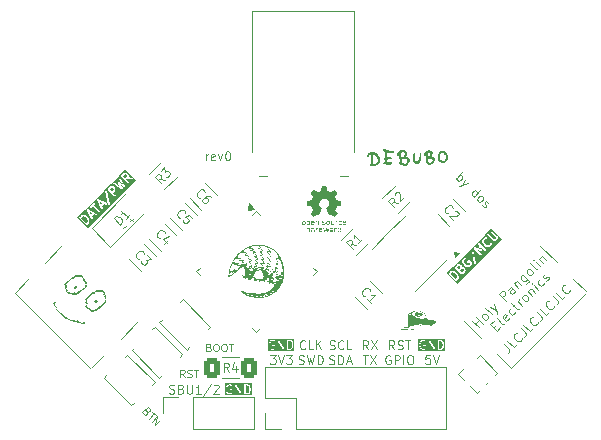
<source format=gto>
G04 #@! TF.GenerationSoftware,KiCad,Pcbnew,8.0.4*
G04 #@! TF.CreationDate,2024-08-10T17:47:17+02:00*
G04 #@! TF.ProjectId,debubo,64656275-626f-42e6-9b69-6361645f7063,0*
G04 #@! TF.SameCoordinates,Original*
G04 #@! TF.FileFunction,Legend,Top*
G04 #@! TF.FilePolarity,Positive*
%FSLAX46Y46*%
G04 Gerber Fmt 4.6, Leading zero omitted, Abs format (unit mm)*
G04 Created by KiCad (PCBNEW 8.0.4) date 2024-08-10 17:47:17*
%MOMM*%
%LPD*%
G01*
G04 APERTURE LIST*
G04 Aperture macros list*
%AMRoundRect*
0 Rectangle with rounded corners*
0 $1 Rounding radius*
0 $2 $3 $4 $5 $6 $7 $8 $9 X,Y pos of 4 corners*
0 Add a 4 corners polygon primitive as box body*
4,1,4,$2,$3,$4,$5,$6,$7,$8,$9,$2,$3,0*
0 Add four circle primitives for the rounded corners*
1,1,$1+$1,$2,$3*
1,1,$1+$1,$4,$5*
1,1,$1+$1,$6,$7*
1,1,$1+$1,$8,$9*
0 Add four rect primitives between the rounded corners*
20,1,$1+$1,$2,$3,$4,$5,0*
20,1,$1+$1,$4,$5,$6,$7,0*
20,1,$1+$1,$6,$7,$8,$9,0*
20,1,$1+$1,$8,$9,$2,$3,0*%
%AMHorizOval*
0 Thick line with rounded ends*
0 $1 width*
0 $2 $3 position (X,Y) of the first rounded end (center of the circle)*
0 $4 $5 position (X,Y) of the second rounded end (center of the circle)*
0 Add line between two ends*
20,1,$1,$2,$3,$4,$5,0*
0 Add two circle primitives to create the rounded ends*
1,1,$1,$2,$3*
1,1,$1,$4,$5*%
%AMRotRect*
0 Rectangle, with rotation*
0 The origin of the aperture is its center*
0 $1 length*
0 $2 width*
0 $3 Rotation angle, in degrees counterclockwise*
0 Add horizontal line*
21,1,$1,$2,0,0,$3*%
%AMFreePoly0*
4,1,13,-0.250000,0.125000,-0.230969,0.220671,-0.176777,0.301777,-0.095671,0.355970,0.000000,0.375000,0.250000,0.375000,0.250000,-0.375000,0.000000,-0.375000,-0.095671,-0.355970,-0.176777,-0.301777,-0.230969,-0.220671,-0.250000,-0.125000,-0.250000,0.125000,-0.250000,0.125000,$1*%
G04 Aperture macros list end*
%ADD10C,0.100000*%
%ADD11C,0.080000*%
%ADD12C,0.150000*%
%ADD13C,0.000000*%
%ADD14C,0.120000*%
%ADD15RoundRect,0.250000X0.751301X0.167938X0.167938X0.751301X-0.751301X-0.167938X-0.167938X-0.751301X0*%
%ADD16RotRect,0.900000X1.700000X135.000000*%
%ADD17FreePoly0,315.000000*%
%ADD18FreePoly0,135.000000*%
%ADD19RoundRect,0.250000X-0.751301X-0.167938X-0.167938X-0.751301X0.751301X0.167938X0.167938X0.751301X0*%
%ADD20RoundRect,0.075000X-0.521491X0.415425X0.415425X-0.521491X0.521491X-0.415425X-0.415425X0.521491X0*%
%ADD21RoundRect,0.075000X-0.521491X-0.415425X-0.415425X-0.521491X0.521491X0.415425X0.415425X0.521491X0*%
%ADD22RotRect,0.850000X0.850000X45.000000*%
%ADD23HorizOval,0.850000X0.000000X0.000000X0.000000X0.000000X0*%
%ADD24O,1.700000X1.700000*%
%ADD25R,1.700000X1.700000*%
%ADD26RoundRect,0.150000X0.380070X0.592202X-0.592202X-0.380070X-0.380070X-0.592202X0.592202X0.380070X0*%
%ADD27RotRect,2.100000X3.300000X225.000000*%
%ADD28O,0.850000X1.900000*%
%ADD29R,0.450000X1.465000*%
%ADD30R,0.300000X0.800000*%
%ADD31C,0.700000*%
%ADD32RotRect,0.550000X1.100000X45.000000*%
%ADD33RotRect,0.300000X1.100000X45.000000*%
%ADD34HorizOval,1.100000X-0.318198X0.318198X0.318198X-0.318198X0*%
%ADD35HorizOval,1.200000X-0.212132X0.212132X0.212132X-0.212132X0*%
%ADD36RotRect,0.550000X1.100000X315.000000*%
%ADD37RotRect,0.300000X1.100000X315.000000*%
%ADD38HorizOval,1.100000X-0.318198X-0.318198X0.318198X0.318198X0*%
%ADD39HorizOval,1.200000X-0.212132X-0.212132X0.212132X0.212132X0*%
%ADD40RoundRect,0.250001X0.114905X-0.768977X0.768977X-0.114905X-0.114905X0.768977X-0.768977X0.114905X0*%
%ADD41RoundRect,0.250000X0.159099X-0.724784X0.724784X-0.159099X-0.159099X0.724784X-0.724784X0.159099X0*%
%ADD42RoundRect,0.250000X-0.159099X0.724784X-0.724784X0.159099X0.159099X-0.724784X0.724784X-0.159099X0*%
%ADD43RoundRect,0.250000X0.400000X0.625000X-0.400000X0.625000X-0.400000X-0.625000X0.400000X-0.625000X0*%
G04 APERTURE END LIST*
D10*
X127100000Y-90500000D02*
X127300000Y-90300000D01*
X126500000Y-91100000D02*
X126700000Y-90900000D01*
X127100000Y-90300000D02*
X127300000Y-90500000D01*
X141332143Y-102556050D02*
X141439286Y-102591764D01*
X141439286Y-102591764D02*
X141617857Y-102591764D01*
X141617857Y-102591764D02*
X141689286Y-102556050D01*
X141689286Y-102556050D02*
X141725000Y-102520335D01*
X141725000Y-102520335D02*
X141760714Y-102448907D01*
X141760714Y-102448907D02*
X141760714Y-102377478D01*
X141760714Y-102377478D02*
X141725000Y-102306050D01*
X141725000Y-102306050D02*
X141689286Y-102270335D01*
X141689286Y-102270335D02*
X141617857Y-102234621D01*
X141617857Y-102234621D02*
X141475000Y-102198907D01*
X141475000Y-102198907D02*
X141403571Y-102163192D01*
X141403571Y-102163192D02*
X141367857Y-102127478D01*
X141367857Y-102127478D02*
X141332143Y-102056050D01*
X141332143Y-102056050D02*
X141332143Y-101984621D01*
X141332143Y-101984621D02*
X141367857Y-101913192D01*
X141367857Y-101913192D02*
X141403571Y-101877478D01*
X141403571Y-101877478D02*
X141475000Y-101841764D01*
X141475000Y-101841764D02*
X141653571Y-101841764D01*
X141653571Y-101841764D02*
X141760714Y-101877478D01*
X142010714Y-101841764D02*
X142189286Y-102591764D01*
X142189286Y-102591764D02*
X142332143Y-102056050D01*
X142332143Y-102056050D02*
X142475000Y-102591764D01*
X142475000Y-102591764D02*
X142653572Y-101841764D01*
X142939286Y-102591764D02*
X142939286Y-101841764D01*
X142939286Y-101841764D02*
X143117857Y-101841764D01*
X143117857Y-101841764D02*
X143225000Y-101877478D01*
X143225000Y-101877478D02*
X143296429Y-101948907D01*
X143296429Y-101948907D02*
X143332143Y-102020335D01*
X143332143Y-102020335D02*
X143367857Y-102163192D01*
X143367857Y-102163192D02*
X143367857Y-102270335D01*
X143367857Y-102270335D02*
X143332143Y-102413192D01*
X143332143Y-102413192D02*
X143296429Y-102484621D01*
X143296429Y-102484621D02*
X143225000Y-102556050D01*
X143225000Y-102556050D02*
X143117857Y-102591764D01*
X143117857Y-102591764D02*
X142939286Y-102591764D01*
X147224999Y-101341764D02*
X146974999Y-100984621D01*
X146796428Y-101341764D02*
X146796428Y-100591764D01*
X146796428Y-100591764D02*
X147082142Y-100591764D01*
X147082142Y-100591764D02*
X147153571Y-100627478D01*
X147153571Y-100627478D02*
X147189285Y-100663192D01*
X147189285Y-100663192D02*
X147224999Y-100734621D01*
X147224999Y-100734621D02*
X147224999Y-100841764D01*
X147224999Y-100841764D02*
X147189285Y-100913192D01*
X147189285Y-100913192D02*
X147153571Y-100948907D01*
X147153571Y-100948907D02*
X147082142Y-100984621D01*
X147082142Y-100984621D02*
X146796428Y-100984621D01*
X147474999Y-100591764D02*
X147974999Y-101341764D01*
X147974999Y-100591764D02*
X147474999Y-101341764D01*
X141903571Y-101270335D02*
X141867857Y-101306050D01*
X141867857Y-101306050D02*
X141760714Y-101341764D01*
X141760714Y-101341764D02*
X141689286Y-101341764D01*
X141689286Y-101341764D02*
X141582143Y-101306050D01*
X141582143Y-101306050D02*
X141510714Y-101234621D01*
X141510714Y-101234621D02*
X141475000Y-101163192D01*
X141475000Y-101163192D02*
X141439286Y-101020335D01*
X141439286Y-101020335D02*
X141439286Y-100913192D01*
X141439286Y-100913192D02*
X141475000Y-100770335D01*
X141475000Y-100770335D02*
X141510714Y-100698907D01*
X141510714Y-100698907D02*
X141582143Y-100627478D01*
X141582143Y-100627478D02*
X141689286Y-100591764D01*
X141689286Y-100591764D02*
X141760714Y-100591764D01*
X141760714Y-100591764D02*
X141867857Y-100627478D01*
X141867857Y-100627478D02*
X141903571Y-100663192D01*
X142582143Y-101341764D02*
X142225000Y-101341764D01*
X142225000Y-101341764D02*
X142225000Y-100591764D01*
X142832143Y-101341764D02*
X142832143Y-100591764D01*
X143260714Y-101341764D02*
X142939286Y-100913192D01*
X143260714Y-100591764D02*
X142832143Y-101020335D01*
D11*
X131678821Y-103716292D02*
X131462154Y-103406768D01*
X131307392Y-103716292D02*
X131307392Y-103066292D01*
X131307392Y-103066292D02*
X131555011Y-103066292D01*
X131555011Y-103066292D02*
X131616916Y-103097244D01*
X131616916Y-103097244D02*
X131647869Y-103128197D01*
X131647869Y-103128197D02*
X131678821Y-103190101D01*
X131678821Y-103190101D02*
X131678821Y-103282959D01*
X131678821Y-103282959D02*
X131647869Y-103344863D01*
X131647869Y-103344863D02*
X131616916Y-103375816D01*
X131616916Y-103375816D02*
X131555011Y-103406768D01*
X131555011Y-103406768D02*
X131307392Y-103406768D01*
X131926440Y-103685340D02*
X132019297Y-103716292D01*
X132019297Y-103716292D02*
X132174059Y-103716292D01*
X132174059Y-103716292D02*
X132235964Y-103685340D01*
X132235964Y-103685340D02*
X132266916Y-103654387D01*
X132266916Y-103654387D02*
X132297869Y-103592482D01*
X132297869Y-103592482D02*
X132297869Y-103530578D01*
X132297869Y-103530578D02*
X132266916Y-103468673D01*
X132266916Y-103468673D02*
X132235964Y-103437720D01*
X132235964Y-103437720D02*
X132174059Y-103406768D01*
X132174059Y-103406768D02*
X132050250Y-103375816D01*
X132050250Y-103375816D02*
X131988345Y-103344863D01*
X131988345Y-103344863D02*
X131957392Y-103313911D01*
X131957392Y-103313911D02*
X131926440Y-103252006D01*
X131926440Y-103252006D02*
X131926440Y-103190101D01*
X131926440Y-103190101D02*
X131957392Y-103128197D01*
X131957392Y-103128197D02*
X131988345Y-103097244D01*
X131988345Y-103097244D02*
X132050250Y-103066292D01*
X132050250Y-103066292D02*
X132205011Y-103066292D01*
X132205011Y-103066292D02*
X132297869Y-103097244D01*
X132483583Y-103066292D02*
X132855012Y-103066292D01*
X132669298Y-103716292D02*
X132669298Y-103066292D01*
D12*
G36*
X123217833Y-90120227D02*
G01*
X123329126Y-90187002D01*
X123391830Y-90249706D01*
X123458606Y-90361000D01*
X123477408Y-90417403D01*
X123477408Y-90488543D01*
X123440261Y-90562837D01*
X123375631Y-90627466D01*
X122951366Y-90203202D01*
X123015996Y-90138572D01*
X123090290Y-90101426D01*
X123161430Y-90101426D01*
X123217833Y-90120227D01*
G37*
G36*
X123855109Y-89844941D02*
G01*
X123749730Y-89950320D01*
X123644351Y-89739562D01*
X123855109Y-89844941D01*
G37*
G36*
X124713739Y-88986311D02*
G01*
X124608360Y-89091691D01*
X124502980Y-88880932D01*
X124713739Y-88986311D01*
G37*
G36*
X125607960Y-87667612D02*
G01*
X125658683Y-87718334D01*
X125674489Y-87765752D01*
X125674489Y-87791921D01*
X125658683Y-87839338D01*
X125522205Y-87975816D01*
X125350479Y-87804090D01*
X125486958Y-87667611D01*
X125534375Y-87651806D01*
X125560543Y-87651806D01*
X125607960Y-87667612D01*
G37*
G36*
X126744381Y-86531189D02*
G01*
X126795105Y-86581913D01*
X126810911Y-86629331D01*
X126810911Y-86655498D01*
X126795105Y-86702915D01*
X126658626Y-86839394D01*
X126486900Y-86667668D01*
X126623379Y-86531189D01*
X126670797Y-86515384D01*
X126696964Y-86515384D01*
X126744381Y-86531189D01*
G37*
G36*
X127564397Y-87021223D02*
G01*
X123501900Y-91083719D01*
X122606751Y-90188570D01*
X122771742Y-90188570D01*
X122771742Y-90217833D01*
X122782941Y-90244870D01*
X122792268Y-90256235D01*
X123322598Y-90786566D01*
X123333964Y-90795894D01*
X123361000Y-90807092D01*
X123390262Y-90807092D01*
X123390263Y-90807092D01*
X123417299Y-90795894D01*
X123417304Y-90795888D01*
X123428664Y-90786566D01*
X123554933Y-90660297D01*
X123559651Y-90654547D01*
X123561150Y-90653248D01*
X123562571Y-90650988D01*
X123564260Y-90648932D01*
X123565017Y-90647104D01*
X123568982Y-90640805D01*
X123619490Y-90539789D01*
X123624745Y-90526058D01*
X123624936Y-90523368D01*
X123625967Y-90520880D01*
X123627408Y-90506248D01*
X123627408Y-90405233D01*
X123626678Y-90397826D01*
X123626819Y-90395852D01*
X123626228Y-90393254D01*
X123625967Y-90390601D01*
X123625208Y-90388770D01*
X123623559Y-90381515D01*
X123598305Y-90305755D01*
X123597837Y-90304708D01*
X123597758Y-90304173D01*
X123594971Y-90298287D01*
X123592311Y-90292329D01*
X123591955Y-90291919D01*
X123591466Y-90290885D01*
X123515704Y-90164615D01*
X123514175Y-90162555D01*
X123513752Y-90161534D01*
X123510241Y-90157256D01*
X123506940Y-90152809D01*
X123506051Y-90152150D01*
X123504425Y-90150169D01*
X123428664Y-90074408D01*
X123426681Y-90072781D01*
X123426023Y-90071892D01*
X123421574Y-90068589D01*
X123417299Y-90065081D01*
X123416277Y-90064657D01*
X123414218Y-90063129D01*
X123287949Y-89987368D01*
X123286912Y-89986877D01*
X123286504Y-89986523D01*
X123280553Y-89983866D01*
X123274661Y-89981076D01*
X123274125Y-89980996D01*
X123273079Y-89980529D01*
X123197317Y-89955275D01*
X123190063Y-89953625D01*
X123188232Y-89952867D01*
X123185577Y-89952605D01*
X123182980Y-89952015D01*
X123181005Y-89952155D01*
X123173600Y-89951426D01*
X123072585Y-89951426D01*
X123057953Y-89952867D01*
X123055463Y-89953898D01*
X123052776Y-89954089D01*
X123039044Y-89959344D01*
X122938029Y-90009851D01*
X122931729Y-90013815D01*
X122929902Y-90014573D01*
X122927845Y-90016261D01*
X122925586Y-90017683D01*
X122924286Y-90019181D01*
X122918537Y-90023900D01*
X122792268Y-90150169D01*
X122782941Y-90161534D01*
X122771742Y-90188570D01*
X122606751Y-90188570D01*
X122596130Y-90177949D01*
X123211603Y-89562476D01*
X123402235Y-89562476D01*
X123402901Y-89571857D01*
X123402235Y-89581238D01*
X123403929Y-89586320D01*
X123404309Y-89591666D01*
X123409564Y-89605398D01*
X123763118Y-90312505D01*
X123770951Y-90324948D01*
X123793058Y-90344121D01*
X123820819Y-90353375D01*
X123850009Y-90351301D01*
X123876184Y-90338214D01*
X123895357Y-90316106D01*
X123904611Y-90288345D01*
X123902537Y-90259155D01*
X123897282Y-90245423D01*
X123820441Y-90091741D01*
X123996530Y-89915652D01*
X124150212Y-89992493D01*
X124163944Y-89997748D01*
X124193134Y-89999822D01*
X124220895Y-89990568D01*
X124243003Y-89971395D01*
X124256090Y-89945220D01*
X124258164Y-89916030D01*
X124248910Y-89888269D01*
X124229737Y-89866162D01*
X124217294Y-89858329D01*
X123510187Y-89504775D01*
X123496455Y-89499520D01*
X123491109Y-89499140D01*
X123486027Y-89497446D01*
X123476646Y-89498112D01*
X123467265Y-89497446D01*
X123462182Y-89499140D01*
X123456837Y-89499520D01*
X123448422Y-89503727D01*
X123439504Y-89506700D01*
X123435457Y-89510209D01*
X123430662Y-89512607D01*
X123424500Y-89519711D01*
X123417396Y-89525873D01*
X123414998Y-89530668D01*
X123411489Y-89534715D01*
X123408516Y-89543633D01*
X123404309Y-89552048D01*
X123403929Y-89557393D01*
X123402235Y-89562476D01*
X123211603Y-89562476D01*
X123494646Y-89279433D01*
X123680879Y-89279433D01*
X123680879Y-89308696D01*
X123692077Y-89335733D01*
X123712770Y-89356425D01*
X123739806Y-89367624D01*
X123769069Y-89367624D01*
X123796106Y-89356426D01*
X123807471Y-89347098D01*
X123905961Y-89248608D01*
X124383258Y-89725906D01*
X124394624Y-89735234D01*
X124421660Y-89746432D01*
X124450923Y-89746432D01*
X124477959Y-89735234D01*
X124498652Y-89714541D01*
X124509850Y-89687505D01*
X124509850Y-89658242D01*
X124498652Y-89631206D01*
X124489324Y-89619840D01*
X124012027Y-89142542D01*
X124110517Y-89044053D01*
X124119844Y-89032688D01*
X124131043Y-89005652D01*
X124131043Y-88976389D01*
X124119844Y-88949352D01*
X124099152Y-88928660D01*
X124072116Y-88917461D01*
X124042853Y-88917461D01*
X124015816Y-88928660D01*
X124004451Y-88937987D01*
X123701405Y-89241032D01*
X123692078Y-89252397D01*
X123680879Y-89279433D01*
X123494646Y-89279433D01*
X124070233Y-88703846D01*
X124260865Y-88703846D01*
X124261531Y-88713227D01*
X124260865Y-88722608D01*
X124262559Y-88727690D01*
X124262939Y-88733036D01*
X124268194Y-88746768D01*
X124621747Y-89453875D01*
X124629579Y-89466317D01*
X124651687Y-89485491D01*
X124679448Y-89494745D01*
X124708638Y-89492670D01*
X124734813Y-89479583D01*
X124753986Y-89457476D01*
X124763240Y-89429714D01*
X124761166Y-89400524D01*
X124755911Y-89386793D01*
X124679071Y-89233112D01*
X124855160Y-89057022D01*
X125008842Y-89133863D01*
X125022574Y-89139118D01*
X125051764Y-89141192D01*
X125079525Y-89131938D01*
X125101633Y-89112765D01*
X125114720Y-89086590D01*
X125116794Y-89057400D01*
X125107540Y-89029639D01*
X125088367Y-89007532D01*
X125075924Y-88999699D01*
X124368817Y-88646145D01*
X124355085Y-88640890D01*
X124349739Y-88640510D01*
X124344657Y-88638816D01*
X124335276Y-88639482D01*
X124325895Y-88638816D01*
X124320812Y-88640510D01*
X124315467Y-88640890D01*
X124307052Y-88645097D01*
X124298134Y-88648070D01*
X124294087Y-88651579D01*
X124289292Y-88653977D01*
X124283130Y-88661081D01*
X124276026Y-88667243D01*
X124273628Y-88672038D01*
X124270119Y-88676085D01*
X124267146Y-88685003D01*
X124262939Y-88693418D01*
X124262559Y-88698763D01*
X124260865Y-88703846D01*
X124070233Y-88703846D01*
X124818388Y-87955691D01*
X124967383Y-87955691D01*
X124968839Y-87970322D01*
X125196124Y-89106744D01*
X125200406Y-89120809D01*
X125216690Y-89145124D01*
X125241038Y-89161356D01*
X125269745Y-89167036D01*
X125298441Y-89161296D01*
X125322756Y-89145013D01*
X125338988Y-89120665D01*
X125344667Y-89091957D01*
X125343211Y-89077327D01*
X125115927Y-87940904D01*
X125111644Y-87926839D01*
X125095360Y-87902524D01*
X125071012Y-87886292D01*
X125042305Y-87880613D01*
X125013609Y-87886352D01*
X124989294Y-87902636D01*
X124973062Y-87926984D01*
X124967383Y-87955691D01*
X124818388Y-87955691D01*
X124984621Y-87789458D01*
X125170854Y-87789458D01*
X125170854Y-87818721D01*
X125182052Y-87845758D01*
X125182057Y-87845763D01*
X125191380Y-87857123D01*
X125721710Y-88387453D01*
X125733075Y-88396781D01*
X125760112Y-88407979D01*
X125789375Y-88407979D01*
X125816411Y-88396781D01*
X125837104Y-88376088D01*
X125848302Y-88349052D01*
X125848302Y-88319789D01*
X125837104Y-88292752D01*
X125827776Y-88281387D01*
X125628271Y-88081882D01*
X125777269Y-87932885D01*
X125786596Y-87921520D01*
X125787626Y-87919031D01*
X125789394Y-87916994D01*
X125795388Y-87903568D01*
X125820641Y-87827806D01*
X125822289Y-87820552D01*
X125823048Y-87818722D01*
X125823309Y-87816066D01*
X125823900Y-87813469D01*
X125823759Y-87811495D01*
X125824489Y-87804090D01*
X125824489Y-87753583D01*
X125823759Y-87746177D01*
X125823900Y-87744204D01*
X125823309Y-87741606D01*
X125823048Y-87738951D01*
X125822289Y-87737120D01*
X125820641Y-87729867D01*
X125795388Y-87654105D01*
X125789394Y-87640679D01*
X125787626Y-87638641D01*
X125786596Y-87636153D01*
X125777269Y-87624788D01*
X125701507Y-87549027D01*
X125690141Y-87539699D01*
X125687652Y-87538668D01*
X125685617Y-87536903D01*
X125672191Y-87530909D01*
X125596430Y-87505655D01*
X125589175Y-87504005D01*
X125587345Y-87503247D01*
X125584691Y-87502985D01*
X125582094Y-87502395D01*
X125580118Y-87502535D01*
X125572713Y-87501806D01*
X125522205Y-87501806D01*
X125514798Y-87502535D01*
X125512824Y-87502395D01*
X125510226Y-87502985D01*
X125507573Y-87503247D01*
X125505742Y-87504005D01*
X125498487Y-87505655D01*
X125422727Y-87530909D01*
X125409301Y-87536903D01*
X125407264Y-87538669D01*
X125404776Y-87539700D01*
X125393411Y-87549027D01*
X125191380Y-87751057D01*
X125182053Y-87762422D01*
X125170854Y-87789458D01*
X124984621Y-87789458D01*
X125447007Y-87327072D01*
X125649288Y-87327072D01*
X125656066Y-87355539D01*
X125673222Y-87379247D01*
X125684929Y-87388142D01*
X126341527Y-87792203D01*
X126346302Y-87794530D01*
X126347744Y-87795634D01*
X126349559Y-87796118D01*
X126354744Y-87798645D01*
X126365499Y-87800368D01*
X126376019Y-87803174D01*
X126379837Y-87802666D01*
X126383639Y-87803276D01*
X126394227Y-87800754D01*
X126405028Y-87799320D01*
X126408362Y-87797389D01*
X126412106Y-87796498D01*
X126420926Y-87790114D01*
X126430353Y-87784657D01*
X126432693Y-87781599D01*
X126435813Y-87779342D01*
X126441518Y-87770070D01*
X126448140Y-87761420D01*
X126449132Y-87757696D01*
X126451150Y-87754419D01*
X126452872Y-87743671D01*
X126455680Y-87733145D01*
X126455172Y-87729326D01*
X126455782Y-87725525D01*
X126453260Y-87714936D01*
X126451826Y-87704136D01*
X126449438Y-87698884D01*
X126449004Y-87697058D01*
X126447941Y-87695589D01*
X126445742Y-87690751D01*
X126308866Y-87454329D01*
X126545287Y-87591205D01*
X126550125Y-87593404D01*
X126551594Y-87594467D01*
X126553420Y-87594901D01*
X126558672Y-87597289D01*
X126569472Y-87598723D01*
X126580061Y-87601245D01*
X126583862Y-87600635D01*
X126587681Y-87601143D01*
X126598206Y-87598336D01*
X126608955Y-87596613D01*
X126612233Y-87594595D01*
X126615955Y-87593603D01*
X126624602Y-87586983D01*
X126633878Y-87581276D01*
X126636135Y-87578156D01*
X126639193Y-87575816D01*
X126644650Y-87566389D01*
X126651034Y-87557569D01*
X126651925Y-87553825D01*
X126653856Y-87550491D01*
X126655290Y-87539690D01*
X126657812Y-87529102D01*
X126657202Y-87525300D01*
X126657710Y-87521482D01*
X126654904Y-87510962D01*
X126653181Y-87500207D01*
X126650654Y-87495022D01*
X126650170Y-87493207D01*
X126649066Y-87491765D01*
X126646739Y-87486990D01*
X126242678Y-86830392D01*
X126233783Y-86818685D01*
X126210075Y-86801529D01*
X126181608Y-86794751D01*
X126152713Y-86799383D01*
X126127790Y-86814720D01*
X126110634Y-86838428D01*
X126103856Y-86866895D01*
X126108488Y-86895790D01*
X126114930Y-86909006D01*
X126363214Y-87312469D01*
X126140621Y-87183599D01*
X126137287Y-87182083D01*
X126136134Y-87181201D01*
X126134225Y-87180692D01*
X126127236Y-87177515D01*
X126117422Y-87176211D01*
X126107859Y-87173661D01*
X126103043Y-87174300D01*
X126098227Y-87173661D01*
X126088663Y-87176211D01*
X126078850Y-87177515D01*
X126074644Y-87179949D01*
X126069952Y-87181201D01*
X126062093Y-87187216D01*
X126053524Y-87192177D01*
X126050571Y-87196034D01*
X126046714Y-87198987D01*
X126041753Y-87207556D01*
X126035738Y-87215415D01*
X126034486Y-87220107D01*
X126032052Y-87224313D01*
X126030748Y-87234126D01*
X126028198Y-87243690D01*
X126028837Y-87248506D01*
X126028198Y-87253322D01*
X126030748Y-87262885D01*
X126032052Y-87272699D01*
X126035229Y-87279688D01*
X126035738Y-87281597D01*
X126036620Y-87282750D01*
X126038136Y-87286084D01*
X126167006Y-87508678D01*
X125763543Y-87260394D01*
X125750327Y-87253952D01*
X125721432Y-87249320D01*
X125692965Y-87256098D01*
X125669257Y-87273254D01*
X125653920Y-87298177D01*
X125649288Y-87327072D01*
X125447007Y-87327072D01*
X126121041Y-86653038D01*
X126307276Y-86653038D01*
X126307276Y-86682301D01*
X126315337Y-86701762D01*
X126318475Y-86709337D01*
X126327802Y-86720702D01*
X126858132Y-87251032D01*
X126869497Y-87260360D01*
X126896534Y-87271558D01*
X126925797Y-87271558D01*
X126952833Y-87260360D01*
X126973526Y-87239667D01*
X126984724Y-87212631D01*
X126984724Y-87183368D01*
X126973526Y-87156331D01*
X126964198Y-87144966D01*
X126764692Y-86945460D01*
X126810317Y-86899836D01*
X127201177Y-86968812D01*
X127215837Y-86969936D01*
X127244408Y-86963605D01*
X127268381Y-86946824D01*
X127284108Y-86922146D01*
X127289194Y-86893327D01*
X127282864Y-86864756D01*
X127266083Y-86840783D01*
X127241404Y-86825056D01*
X127227245Y-86821094D01*
X126931058Y-86768825D01*
X126931808Y-86767147D01*
X126957062Y-86691387D01*
X126958711Y-86684131D01*
X126959470Y-86682301D01*
X126959731Y-86679647D01*
X126960322Y-86677050D01*
X126960181Y-86675075D01*
X126960911Y-86667669D01*
X126960911Y-86617161D01*
X126960181Y-86609754D01*
X126960322Y-86607780D01*
X126959731Y-86605182D01*
X126959470Y-86602529D01*
X126958711Y-86600698D01*
X126957062Y-86593443D01*
X126931808Y-86517683D01*
X126925814Y-86504257D01*
X126924048Y-86502221D01*
X126923018Y-86499733D01*
X126913690Y-86488367D01*
X126837929Y-86412605D01*
X126826564Y-86403278D01*
X126824073Y-86402246D01*
X126822038Y-86400481D01*
X126808613Y-86394487D01*
X126732851Y-86369233D01*
X126725597Y-86367583D01*
X126723766Y-86366825D01*
X126721111Y-86366563D01*
X126718514Y-86365973D01*
X126716539Y-86366113D01*
X126709134Y-86365384D01*
X126658627Y-86365384D01*
X126651221Y-86366113D01*
X126649247Y-86365973D01*
X126646649Y-86366563D01*
X126643995Y-86366825D01*
X126642163Y-86367583D01*
X126634910Y-86369233D01*
X126559148Y-86394487D01*
X126545722Y-86400481D01*
X126543685Y-86402247D01*
X126541197Y-86403278D01*
X126529832Y-86412605D01*
X126327802Y-86614636D01*
X126318474Y-86626001D01*
X126307276Y-86653038D01*
X126121041Y-86653038D01*
X126658627Y-86115452D01*
X127564397Y-87021223D01*
G37*
D10*
X133482142Y-85341764D02*
X133482142Y-84841764D01*
X133482142Y-84984621D02*
X133517856Y-84913192D01*
X133517856Y-84913192D02*
X133553571Y-84877478D01*
X133553571Y-84877478D02*
X133624999Y-84841764D01*
X133624999Y-84841764D02*
X133696428Y-84841764D01*
X134232142Y-85306050D02*
X134160714Y-85341764D01*
X134160714Y-85341764D02*
X134017857Y-85341764D01*
X134017857Y-85341764D02*
X133946428Y-85306050D01*
X133946428Y-85306050D02*
X133910714Y-85234621D01*
X133910714Y-85234621D02*
X133910714Y-84948907D01*
X133910714Y-84948907D02*
X133946428Y-84877478D01*
X133946428Y-84877478D02*
X134017857Y-84841764D01*
X134017857Y-84841764D02*
X134160714Y-84841764D01*
X134160714Y-84841764D02*
X134232142Y-84877478D01*
X134232142Y-84877478D02*
X134267857Y-84948907D01*
X134267857Y-84948907D02*
X134267857Y-85020335D01*
X134267857Y-85020335D02*
X133910714Y-85091764D01*
X134517856Y-84841764D02*
X134696428Y-85341764D01*
X134696428Y-85341764D02*
X134874999Y-84841764D01*
X135303571Y-84591764D02*
X135375000Y-84591764D01*
X135375000Y-84591764D02*
X135446428Y-84627478D01*
X135446428Y-84627478D02*
X135482143Y-84663192D01*
X135482143Y-84663192D02*
X135517857Y-84734621D01*
X135517857Y-84734621D02*
X135553571Y-84877478D01*
X135553571Y-84877478D02*
X135553571Y-85056050D01*
X135553571Y-85056050D02*
X135517857Y-85198907D01*
X135517857Y-85198907D02*
X135482143Y-85270335D01*
X135482143Y-85270335D02*
X135446428Y-85306050D01*
X135446428Y-85306050D02*
X135375000Y-85341764D01*
X135375000Y-85341764D02*
X135303571Y-85341764D01*
X135303571Y-85341764D02*
X135232143Y-85306050D01*
X135232143Y-85306050D02*
X135196428Y-85270335D01*
X135196428Y-85270335D02*
X135160714Y-85198907D01*
X135160714Y-85198907D02*
X135125000Y-85056050D01*
X135125000Y-85056050D02*
X135125000Y-84877478D01*
X135125000Y-84877478D02*
X135160714Y-84734621D01*
X135160714Y-84734621D02*
X135196428Y-84663192D01*
X135196428Y-84663192D02*
X135232143Y-84627478D01*
X135232143Y-84627478D02*
X135303571Y-84591764D01*
G36*
X140680133Y-100671179D02*
G01*
X140737478Y-100728524D01*
X140767108Y-100787785D01*
X140799999Y-100919346D01*
X140799999Y-101014180D01*
X140767108Y-101145741D01*
X140737478Y-101205003D01*
X140680133Y-101262348D01*
X140591886Y-101291764D01*
X140471428Y-101291764D01*
X140471428Y-100641764D01*
X140591886Y-100641764D01*
X140680133Y-100671179D01*
G37*
G36*
X140983332Y-101475097D02*
G01*
X138716667Y-101475097D01*
X138716667Y-100913192D01*
X138800000Y-100913192D01*
X138800000Y-101020335D01*
X138801195Y-101026344D01*
X138801493Y-101032462D01*
X138837207Y-101175319D01*
X138839547Y-101180273D01*
X138840993Y-101185552D01*
X138876707Y-101256982D01*
X138881622Y-101263316D01*
X138886073Y-101269976D01*
X138957502Y-101341405D01*
X138959583Y-101342795D01*
X138960097Y-101343823D01*
X138967062Y-101347793D01*
X138973723Y-101352244D01*
X138974871Y-101352244D01*
X138977046Y-101353484D01*
X139084189Y-101389198D01*
X139092136Y-101390199D01*
X139100000Y-101391764D01*
X139171428Y-101391764D01*
X139179290Y-101390200D01*
X139187239Y-101389198D01*
X139294383Y-101353484D01*
X139296558Y-101352244D01*
X139297706Y-101352244D01*
X139304370Y-101347790D01*
X139311331Y-101343823D01*
X139311844Y-101342796D01*
X139313927Y-101341405D01*
X139349641Y-101305690D01*
X139360479Y-101289469D01*
X139364285Y-101270335D01*
X139364285Y-101020335D01*
X139360479Y-101001201D01*
X139333419Y-100974141D01*
X139314285Y-100970335D01*
X139171428Y-100970335D01*
X139152294Y-100974141D01*
X139125234Y-101001201D01*
X139125234Y-101039469D01*
X139152294Y-101066529D01*
X139171428Y-101070335D01*
X139264285Y-101070335D01*
X139264285Y-101249624D01*
X139251560Y-101262349D01*
X139163315Y-101291764D01*
X139108114Y-101291764D01*
X139019865Y-101262348D01*
X138962521Y-101205004D01*
X138932890Y-101145741D01*
X138900000Y-101014180D01*
X138900000Y-100919346D01*
X138932889Y-100787786D01*
X138962521Y-100728524D01*
X139019865Y-100671179D01*
X139108114Y-100641764D01*
X139195340Y-100641764D01*
X139256210Y-100672199D01*
X139275026Y-100677352D01*
X139311331Y-100665251D01*
X139328445Y-100631023D01*
X139316344Y-100594718D01*
X139312538Y-100591764D01*
X139585714Y-100591764D01*
X139585714Y-101341764D01*
X139589520Y-101360898D01*
X139616580Y-101387958D01*
X139654848Y-101387958D01*
X139681908Y-101360898D01*
X139685714Y-101341764D01*
X139685714Y-100780042D01*
X140020873Y-101366571D01*
X140033670Y-101381295D01*
X140040294Y-101383101D01*
X140045151Y-101387958D01*
X140058099Y-101387958D01*
X140070591Y-101391365D01*
X140076553Y-101387958D01*
X140083419Y-101387958D01*
X140092574Y-101378802D01*
X140103817Y-101372378D01*
X140105623Y-101365753D01*
X140110479Y-101360898D01*
X140114285Y-101341764D01*
X140114285Y-100591764D01*
X140371428Y-100591764D01*
X140371428Y-101341764D01*
X140375234Y-101360898D01*
X140402294Y-101387958D01*
X140421428Y-101391764D01*
X140599999Y-101391764D01*
X140607861Y-101390200D01*
X140615810Y-101389198D01*
X140722954Y-101353484D01*
X140725129Y-101352244D01*
X140726276Y-101352244D01*
X140732934Y-101347794D01*
X140739902Y-101343823D01*
X140740415Y-101342795D01*
X140742497Y-101341405D01*
X140813926Y-101269976D01*
X140818380Y-101263309D01*
X140823292Y-101256981D01*
X140859007Y-101185552D01*
X140860453Y-101180268D01*
X140862792Y-101175319D01*
X140898506Y-101032461D01*
X140898803Y-101026342D01*
X140899999Y-101020335D01*
X140899999Y-100913192D01*
X140898803Y-100907184D01*
X140898506Y-100901066D01*
X140862792Y-100758208D01*
X140860452Y-100753255D01*
X140859006Y-100747974D01*
X140823292Y-100676546D01*
X140818376Y-100670211D01*
X140813926Y-100663552D01*
X140742497Y-100592123D01*
X140740415Y-100590732D01*
X140739902Y-100589705D01*
X140732934Y-100585733D01*
X140726276Y-100581284D01*
X140725129Y-100581284D01*
X140722954Y-100580044D01*
X140615810Y-100544330D01*
X140607861Y-100543327D01*
X140599999Y-100541764D01*
X140421428Y-100541764D01*
X140402294Y-100545570D01*
X140375234Y-100572630D01*
X140371428Y-100591764D01*
X140114285Y-100591764D01*
X140110479Y-100572630D01*
X140083419Y-100545570D01*
X140045151Y-100545570D01*
X140018091Y-100572630D01*
X140014285Y-100591764D01*
X140014285Y-101153485D01*
X139679126Y-100566957D01*
X139666329Y-100552232D01*
X139659702Y-100550424D01*
X139654848Y-100545570D01*
X139641901Y-100545570D01*
X139629408Y-100542163D01*
X139623446Y-100545570D01*
X139616580Y-100545570D01*
X139607426Y-100554723D01*
X139596182Y-100561149D01*
X139594374Y-100567775D01*
X139589520Y-100572630D01*
X139585714Y-100591764D01*
X139312538Y-100591764D01*
X139300932Y-100582757D01*
X139229504Y-100547043D01*
X139227088Y-100546381D01*
X139226277Y-100545570D01*
X139218415Y-100544006D01*
X139210688Y-100541890D01*
X139209599Y-100542252D01*
X139207143Y-100541764D01*
X139100000Y-100541764D01*
X139092136Y-100543328D01*
X139084189Y-100544330D01*
X138977046Y-100580044D01*
X138974871Y-100581284D01*
X138973723Y-100581284D01*
X138967062Y-100585734D01*
X138960097Y-100589705D01*
X138959583Y-100590732D01*
X138957502Y-100592123D01*
X138886073Y-100663552D01*
X138881622Y-100670211D01*
X138876707Y-100676546D01*
X138840993Y-100747974D01*
X138839546Y-100753255D01*
X138837207Y-100758208D01*
X138801493Y-100901065D01*
X138801195Y-100907182D01*
X138800000Y-100913192D01*
X138716667Y-100913192D01*
X138716667Y-100458431D01*
X140983332Y-100458431D01*
X140983332Y-101475097D01*
G37*
X154641368Y-86904209D02*
X155171698Y-86373879D01*
X154969667Y-86575910D02*
X155045429Y-86601163D01*
X155045429Y-86601163D02*
X155146444Y-86702179D01*
X155146444Y-86702179D02*
X155171698Y-86777940D01*
X155171698Y-86777940D02*
X155171698Y-86828448D01*
X155171698Y-86828448D02*
X155146444Y-86904209D01*
X155146444Y-86904209D02*
X154994921Y-87055732D01*
X154994921Y-87055732D02*
X154919160Y-87080986D01*
X154919160Y-87080986D02*
X154868652Y-87080986D01*
X154868652Y-87080986D02*
X154792891Y-87055732D01*
X154792891Y-87055732D02*
X154691875Y-86954717D01*
X154691875Y-86954717D02*
X154666621Y-86878955D01*
X155424236Y-86979970D02*
X155196951Y-87459793D01*
X155676774Y-87232508D02*
X155196951Y-87459793D01*
X155196951Y-87459793D02*
X155020175Y-87535554D01*
X155020175Y-87535554D02*
X154969667Y-87535554D01*
X154969667Y-87535554D02*
X154893906Y-87510300D01*
X156156597Y-88419438D02*
X156686927Y-87889108D01*
X156181851Y-88394184D02*
X156106089Y-88368931D01*
X156106089Y-88368931D02*
X156005074Y-88267915D01*
X156005074Y-88267915D02*
X155979820Y-88192154D01*
X155979820Y-88192154D02*
X155979820Y-88141646D01*
X155979820Y-88141646D02*
X156005074Y-88065885D01*
X156005074Y-88065885D02*
X156156597Y-87914362D01*
X156156597Y-87914362D02*
X156232358Y-87889108D01*
X156232358Y-87889108D02*
X156282866Y-87889108D01*
X156282866Y-87889108D02*
X156358627Y-87914362D01*
X156358627Y-87914362D02*
X156459643Y-88015377D01*
X156459643Y-88015377D02*
X156484896Y-88091139D01*
X156484896Y-88747738D02*
X156459642Y-88671976D01*
X156459642Y-88671976D02*
X156459642Y-88621468D01*
X156459642Y-88621468D02*
X156484896Y-88545707D01*
X156484896Y-88545707D02*
X156636419Y-88394184D01*
X156636419Y-88394184D02*
X156712180Y-88368930D01*
X156712180Y-88368930D02*
X156762688Y-88368930D01*
X156762688Y-88368930D02*
X156838449Y-88394184D01*
X156838449Y-88394184D02*
X156914211Y-88469946D01*
X156914211Y-88469946D02*
X156939465Y-88545707D01*
X156939465Y-88545707D02*
X156939465Y-88596215D01*
X156939465Y-88596215D02*
X156914211Y-88671976D01*
X156914211Y-88671976D02*
X156762688Y-88823499D01*
X156762688Y-88823499D02*
X156686927Y-88848753D01*
X156686927Y-88848753D02*
X156636419Y-88848753D01*
X156636419Y-88848753D02*
X156560658Y-88823499D01*
X156560658Y-88823499D02*
X156484896Y-88747738D01*
X156888957Y-89101291D02*
X156914211Y-89177052D01*
X156914211Y-89177052D02*
X157015226Y-89278067D01*
X157015226Y-89278067D02*
X157090987Y-89303321D01*
X157090987Y-89303321D02*
X157166749Y-89278067D01*
X157166749Y-89278067D02*
X157192003Y-89252814D01*
X157192003Y-89252814D02*
X157217256Y-89177052D01*
X157217256Y-89177052D02*
X157192003Y-89101291D01*
X157192003Y-89101291D02*
X157116241Y-89025529D01*
X157116241Y-89025529D02*
X157090987Y-88949768D01*
X157090987Y-88949768D02*
X157116241Y-88874006D01*
X157116241Y-88874006D02*
X157141495Y-88848753D01*
X157141495Y-88848753D02*
X157217256Y-88823499D01*
X157217256Y-88823499D02*
X157293018Y-88848753D01*
X157293018Y-88848753D02*
X157368779Y-88924514D01*
X157368779Y-88924514D02*
X157394033Y-89000275D01*
D11*
X133724059Y-101175816D02*
X133816916Y-101206768D01*
X133816916Y-101206768D02*
X133847869Y-101237720D01*
X133847869Y-101237720D02*
X133878821Y-101299625D01*
X133878821Y-101299625D02*
X133878821Y-101392482D01*
X133878821Y-101392482D02*
X133847869Y-101454387D01*
X133847869Y-101454387D02*
X133816916Y-101485340D01*
X133816916Y-101485340D02*
X133755011Y-101516292D01*
X133755011Y-101516292D02*
X133507392Y-101516292D01*
X133507392Y-101516292D02*
X133507392Y-100866292D01*
X133507392Y-100866292D02*
X133724059Y-100866292D01*
X133724059Y-100866292D02*
X133785964Y-100897244D01*
X133785964Y-100897244D02*
X133816916Y-100928197D01*
X133816916Y-100928197D02*
X133847869Y-100990101D01*
X133847869Y-100990101D02*
X133847869Y-101052006D01*
X133847869Y-101052006D02*
X133816916Y-101113911D01*
X133816916Y-101113911D02*
X133785964Y-101144863D01*
X133785964Y-101144863D02*
X133724059Y-101175816D01*
X133724059Y-101175816D02*
X133507392Y-101175816D01*
X134281202Y-100866292D02*
X134405011Y-100866292D01*
X134405011Y-100866292D02*
X134466916Y-100897244D01*
X134466916Y-100897244D02*
X134528821Y-100959149D01*
X134528821Y-100959149D02*
X134559773Y-101082959D01*
X134559773Y-101082959D02*
X134559773Y-101299625D01*
X134559773Y-101299625D02*
X134528821Y-101423435D01*
X134528821Y-101423435D02*
X134466916Y-101485340D01*
X134466916Y-101485340D02*
X134405011Y-101516292D01*
X134405011Y-101516292D02*
X134281202Y-101516292D01*
X134281202Y-101516292D02*
X134219297Y-101485340D01*
X134219297Y-101485340D02*
X134157392Y-101423435D01*
X134157392Y-101423435D02*
X134126440Y-101299625D01*
X134126440Y-101299625D02*
X134126440Y-101082959D01*
X134126440Y-101082959D02*
X134157392Y-100959149D01*
X134157392Y-100959149D02*
X134219297Y-100897244D01*
X134219297Y-100897244D02*
X134281202Y-100866292D01*
X134962154Y-100866292D02*
X135085963Y-100866292D01*
X135085963Y-100866292D02*
X135147868Y-100897244D01*
X135147868Y-100897244D02*
X135209773Y-100959149D01*
X135209773Y-100959149D02*
X135240725Y-101082959D01*
X135240725Y-101082959D02*
X135240725Y-101299625D01*
X135240725Y-101299625D02*
X135209773Y-101423435D01*
X135209773Y-101423435D02*
X135147868Y-101485340D01*
X135147868Y-101485340D02*
X135085963Y-101516292D01*
X135085963Y-101516292D02*
X134962154Y-101516292D01*
X134962154Y-101516292D02*
X134900249Y-101485340D01*
X134900249Y-101485340D02*
X134838344Y-101423435D01*
X134838344Y-101423435D02*
X134807392Y-101299625D01*
X134807392Y-101299625D02*
X134807392Y-101082959D01*
X134807392Y-101082959D02*
X134838344Y-100959149D01*
X134838344Y-100959149D02*
X134900249Y-100897244D01*
X134900249Y-100897244D02*
X134962154Y-100866292D01*
X135426439Y-100866292D02*
X135797868Y-100866292D01*
X135612154Y-101516292D02*
X135612154Y-100866292D01*
D10*
G36*
X147624943Y-84640096D02*
G01*
X147702558Y-84653328D01*
X147776692Y-84674867D01*
X147827702Y-84692275D01*
X147892463Y-84727257D01*
X147949249Y-84767191D01*
X147973390Y-84781474D01*
X148034108Y-84829983D01*
X148092687Y-84892893D01*
X148145800Y-84965349D01*
X148190116Y-85042495D01*
X148222307Y-85119478D01*
X148239043Y-85191441D01*
X148245026Y-85257463D01*
X148249302Y-85332124D01*
X148245311Y-85387188D01*
X148227632Y-85461030D01*
X148199110Y-85529595D01*
X148173050Y-85572953D01*
X148125925Y-85629213D01*
X148067995Y-85683584D01*
X148005004Y-85731589D01*
X147930820Y-85774487D01*
X147858757Y-85794476D01*
X147793545Y-85823785D01*
X147745551Y-85846866D01*
X147732728Y-85844668D01*
X147684368Y-85853461D01*
X147610824Y-85864474D01*
X147533426Y-85865917D01*
X147468213Y-85859689D01*
X147426081Y-85832578D01*
X147408891Y-85821976D01*
X147359036Y-85765167D01*
X147342184Y-85714975D01*
X147356572Y-85684640D01*
X147428279Y-85668447D01*
X147480669Y-85653792D01*
X147476639Y-85628879D01*
X147471738Y-85588995D01*
X147467715Y-85513873D01*
X147464689Y-85433290D01*
X147462044Y-85350405D01*
X147459787Y-85273872D01*
X147458628Y-85198817D01*
X147456930Y-85121407D01*
X147454241Y-85039624D01*
X147449162Y-84958799D01*
X147432711Y-84926926D01*
X147627581Y-84926926D01*
X147627581Y-84992138D01*
X147630210Y-85041933D01*
X147635330Y-85120559D01*
X147640333Y-85194058D01*
X147645905Y-85274227D01*
X147651664Y-85355861D01*
X147657224Y-85433755D01*
X147663667Y-85522796D01*
X147669713Y-85603234D01*
X147699023Y-85645000D01*
X147732728Y-85643168D01*
X147779071Y-85632803D01*
X147854078Y-85603134D01*
X147919395Y-85566135D01*
X147982588Y-85517138D01*
X147999471Y-85499892D01*
X148037025Y-85434139D01*
X148047801Y-85357770D01*
X148051831Y-85282299D01*
X148041115Y-85228443D01*
X148010066Y-85160300D01*
X148007491Y-85155772D01*
X147968529Y-85089912D01*
X147923970Y-85025844D01*
X147918208Y-85018605D01*
X147863154Y-84967226D01*
X147810397Y-84941946D01*
X147786528Y-84926916D01*
X147718073Y-84897983D01*
X147652861Y-84874535D01*
X147627581Y-84926926D01*
X147432711Y-84926926D01*
X147419853Y-84902013D01*
X147405198Y-84904211D01*
X147388346Y-84908241D01*
X147331742Y-84930681D01*
X147268545Y-84973454D01*
X147203698Y-85028042D01*
X147159368Y-84985910D01*
X147149790Y-84975736D01*
X147117602Y-84908241D01*
X147131610Y-84866739D01*
X147175005Y-84806883D01*
X147239235Y-84761329D01*
X147274773Y-84740446D01*
X147304586Y-84716724D01*
X147373691Y-84683660D01*
X147422543Y-84665725D01*
X147495715Y-84647506D01*
X147568963Y-84637131D01*
X147624943Y-84640096D01*
G37*
G36*
X148559979Y-84356863D02*
G01*
X148502764Y-84405553D01*
X148484508Y-84451385D01*
X148503558Y-84508171D01*
X148532868Y-84550303D01*
X148579030Y-84585840D01*
X148622993Y-84619546D01*
X148639717Y-84693979D01*
X148644242Y-84722494D01*
X148657291Y-84797772D01*
X148661095Y-84819214D01*
X148674138Y-84893271D01*
X148677581Y-84915935D01*
X148685916Y-84989891D01*
X148686008Y-85000198D01*
X148664022Y-85070630D01*
X148629588Y-85090324D01*
X148568086Y-85134251D01*
X148553750Y-85155537D01*
X148532868Y-85208293D01*
X148549720Y-85250059D01*
X148604309Y-85294389D01*
X148631420Y-85338353D01*
X148612613Y-85411680D01*
X148567969Y-85470368D01*
X148555949Y-85479036D01*
X148517346Y-85542811D01*
X148516015Y-85562934D01*
X148541697Y-85632164D01*
X148583060Y-85649030D01*
X148625191Y-85661852D01*
X148697343Y-85683198D01*
X148740596Y-85693360D01*
X148813386Y-85710683D01*
X148856367Y-85724867D01*
X148929640Y-85739521D01*
X149010783Y-85734509D01*
X149091105Y-85721329D01*
X149165407Y-85698196D01*
X149177669Y-85691161D01*
X149230059Y-85663684D01*
X149284544Y-85613250D01*
X149303698Y-85562934D01*
X149278419Y-85529595D01*
X149203046Y-85521065D01*
X149124864Y-85515185D01*
X149116486Y-85514574D01*
X149034522Y-85509483D01*
X148958913Y-85504092D01*
X148885684Y-85497240D01*
X148860397Y-85493691D01*
X148803611Y-85479036D01*
X148791154Y-85449727D01*
X148802129Y-85375976D01*
X148805809Y-85357404D01*
X148839979Y-85288892D01*
X148918240Y-85272662D01*
X148973970Y-85270942D01*
X149048185Y-85267470D01*
X149128625Y-85255472D01*
X149199422Y-85229262D01*
X149232257Y-85199867D01*
X149246912Y-85168360D01*
X149221632Y-85134654D01*
X149154867Y-85103660D01*
X149114654Y-85096919D01*
X149041219Y-85087281D01*
X149020132Y-85077868D01*
X148946493Y-85058817D01*
X148873187Y-85041127D01*
X148854394Y-84963116D01*
X148854169Y-84934986D01*
X148852946Y-84859128D01*
X148850184Y-84784463D01*
X148849773Y-84779281D01*
X148845743Y-84720296D01*
X148904361Y-84722494D01*
X148985803Y-84726149D01*
X149062622Y-84728829D01*
X149136174Y-84730543D01*
X149139567Y-84730554D01*
X149213240Y-84726381D01*
X149238485Y-84722494D01*
X149312886Y-84700992D01*
X149373729Y-84655789D01*
X149391625Y-84598297D01*
X149389794Y-84575216D01*
X149379169Y-84522826D01*
X149206978Y-84522826D01*
X149132085Y-84521634D01*
X149054967Y-84517515D01*
X148984228Y-84510369D01*
X148909267Y-84497297D01*
X148871022Y-84480694D01*
X148801444Y-84450549D01*
X148797383Y-84449187D01*
X148730067Y-84418480D01*
X148681978Y-84386172D01*
X148617829Y-84348774D01*
X148614567Y-84348436D01*
X148559979Y-84356863D01*
G37*
G36*
X150189200Y-84456514D02*
G01*
X150237599Y-84463245D01*
X150314342Y-84482640D01*
X150384069Y-84510891D01*
X150455042Y-84554260D01*
X150508181Y-84605386D01*
X150542009Y-84671203D01*
X150550436Y-84724326D01*
X150542009Y-84795034D01*
X150532781Y-84840252D01*
X150509830Y-84911812D01*
X150478995Y-84978583D01*
X150464340Y-85010457D01*
X150483025Y-85034270D01*
X150535781Y-85055519D01*
X150546729Y-85059886D01*
X150610755Y-85098316D01*
X150674267Y-85143813D01*
X150714174Y-85192989D01*
X150742417Y-85266923D01*
X150749738Y-85340184D01*
X150747906Y-85379019D01*
X150741553Y-85407386D01*
X150714354Y-85481756D01*
X150682775Y-85548879D01*
X150634333Y-85615690D01*
X150613450Y-85649030D01*
X150610198Y-85657367D01*
X150556618Y-85712820D01*
X150487823Y-85757388D01*
X150413782Y-85787515D01*
X150346737Y-85810596D01*
X150306803Y-85819023D01*
X150258389Y-85813748D01*
X150189200Y-85785683D01*
X150136444Y-85764434D01*
X150123988Y-85764434D01*
X150109421Y-85763071D01*
X150038929Y-85740708D01*
X149970847Y-85709846D01*
X149903221Y-85674793D01*
X149836392Y-85634375D01*
X149804884Y-85587114D01*
X149807083Y-85568796D01*
X149820676Y-85529090D01*
X149884752Y-85487096D01*
X149920289Y-85448262D01*
X149915957Y-85402579D01*
X149899406Y-85328094D01*
X149887957Y-85277177D01*
X149886246Y-85266912D01*
X150063171Y-85266912D01*
X150073796Y-85316004D01*
X150078598Y-85336827D01*
X150105303Y-85407595D01*
X150121789Y-85472808D01*
X150117759Y-85515673D01*
X150109333Y-85583084D01*
X150170150Y-85599204D01*
X150241619Y-85614227D01*
X150317062Y-85621552D01*
X150328405Y-85621316D01*
X150405376Y-85604711D01*
X150468370Y-85562568D01*
X150502136Y-85525405D01*
X150540532Y-85457929D01*
X150554466Y-85385247D01*
X150556664Y-85348611D01*
X150556627Y-85346515D01*
X150516730Y-85283398D01*
X150509487Y-85277609D01*
X150437696Y-85248921D01*
X150359193Y-85246395D01*
X150313727Y-85247028D01*
X150239392Y-85252623D01*
X150221239Y-85256129D01*
X150147069Y-85262882D01*
X150063171Y-85266912D01*
X149886246Y-85266912D01*
X149875244Y-85200901D01*
X149865701Y-85122564D01*
X149859011Y-85051978D01*
X149851046Y-84974187D01*
X149846650Y-84910073D01*
X149836392Y-84880397D01*
X149831816Y-84881794D01*
X149783635Y-84937916D01*
X149773658Y-84952158D01*
X149714392Y-84997634D01*
X149653942Y-84967775D01*
X149626465Y-84899448D01*
X149650237Y-84828132D01*
X149692610Y-84757800D01*
X149696790Y-84752170D01*
X150010781Y-84752170D01*
X150012613Y-84788440D01*
X150023237Y-84854752D01*
X150029466Y-84908241D01*
X150030461Y-84917314D01*
X150040233Y-84993535D01*
X150058775Y-85067976D01*
X150092480Y-85057718D01*
X150157693Y-85040498D01*
X150181105Y-85037177D01*
X150248575Y-84996832D01*
X150301640Y-84935089D01*
X150342341Y-84863178D01*
X150359663Y-84826251D01*
X150386671Y-84756566D01*
X150385268Y-84752842D01*
X150327686Y-84707473D01*
X150304424Y-84693614D01*
X150232867Y-84667797D01*
X150157693Y-84660212D01*
X150100010Y-84665525D01*
X150031664Y-84696849D01*
X150010781Y-84752170D01*
X149696790Y-84752170D01*
X149742496Y-84690615D01*
X149792062Y-84633101D01*
X149801704Y-84622314D01*
X149846650Y-84563859D01*
X149874127Y-84551036D01*
X149939340Y-84515498D01*
X149963258Y-84496690D01*
X150033862Y-84471535D01*
X150055294Y-84466883D01*
X150130216Y-84454682D01*
X150189200Y-84456514D01*
G37*
G36*
X151614357Y-84729455D02*
G01*
X151594740Y-84800212D01*
X151590910Y-84857683D01*
X151585780Y-84934948D01*
X151578773Y-85015848D01*
X151569426Y-85093954D01*
X151555555Y-85168655D01*
X151546946Y-85197669D01*
X151516738Y-85272140D01*
X151483687Y-85339137D01*
X151471475Y-85351175D01*
X151435572Y-85395139D01*
X151385380Y-85437271D01*
X151347278Y-85433241D01*
X151276187Y-85404519D01*
X151224300Y-85343184D01*
X151194138Y-85277536D01*
X151172750Y-85202703D01*
X151162194Y-85129894D01*
X151158637Y-85055532D01*
X151158600Y-85046727D01*
X151163949Y-84973314D01*
X151173255Y-84945976D01*
X151191775Y-84873742D01*
X151191939Y-84866109D01*
X151175303Y-84793652D01*
X151150174Y-84760963D01*
X151093387Y-84731653D01*
X151035964Y-84777671D01*
X151013520Y-84838632D01*
X150998281Y-84914138D01*
X150989192Y-84996500D01*
X150985283Y-85069833D01*
X150984211Y-85139050D01*
X150985648Y-85216479D01*
X150994742Y-85291196D01*
X151001064Y-85298785D01*
X151009490Y-85342749D01*
X151038648Y-85426013D01*
X151080941Y-85491563D01*
X151135290Y-85549791D01*
X151197663Y-85597097D01*
X151264026Y-85629884D01*
X151343248Y-85645000D01*
X151357903Y-85645000D01*
X151432967Y-85624638D01*
X151496863Y-85588485D01*
X151554681Y-85538569D01*
X151602211Y-85478089D01*
X151618387Y-85449727D01*
X151654521Y-85377358D01*
X151687205Y-85301730D01*
X151705263Y-85223043D01*
X151709914Y-85148169D01*
X151710702Y-85062784D01*
X151710711Y-85042330D01*
X151710054Y-84967324D01*
X151707135Y-84887350D01*
X151698377Y-84810882D01*
X151692027Y-84792470D01*
X151666748Y-84731653D01*
X151645498Y-84708572D01*
X151614357Y-84729455D01*
G37*
G36*
X152439410Y-84500478D02*
G01*
X152500383Y-84509932D01*
X152571667Y-84531985D01*
X152592596Y-84545521D01*
X152644552Y-84599124D01*
X152680844Y-84666441D01*
X152683042Y-84693551D01*
X152678437Y-84760710D01*
X152664384Y-84836334D01*
X152643108Y-84911905D01*
X152620027Y-84981147D01*
X152670219Y-85002030D01*
X152720778Y-85037934D01*
X152762543Y-85069441D01*
X152825682Y-85109948D01*
X152862918Y-85174839D01*
X152873918Y-85254089D01*
X152871522Y-85291668D01*
X152854705Y-85363873D01*
X152825558Y-85434706D01*
X152787630Y-85499261D01*
X152739133Y-85562734D01*
X152685140Y-85615215D01*
X152617829Y-85661120D01*
X152579330Y-85680504D01*
X152507874Y-85713326D01*
X152437212Y-85736957D01*
X152407903Y-85738789D01*
X152351758Y-85726711D01*
X152281873Y-85697023D01*
X152250274Y-85668676D01*
X152206036Y-85608729D01*
X152200048Y-85599665D01*
X152163280Y-85524889D01*
X152139021Y-85445093D01*
X152124000Y-85367590D01*
X152113764Y-85280135D01*
X152113583Y-85277170D01*
X152298360Y-85277170D01*
X152302756Y-85354839D01*
X152311256Y-85400829D01*
X152338614Y-85474228D01*
X152369801Y-85541685D01*
X152407903Y-85556339D01*
X152430983Y-85556339D01*
X152473002Y-85545287D01*
X152540372Y-85505138D01*
X152600530Y-85452144D01*
X152657763Y-85390376D01*
X152663087Y-85384245D01*
X152701727Y-85321133D01*
X152687072Y-85279368D01*
X152656146Y-85236172D01*
X152588520Y-85207927D01*
X152540272Y-85194879D01*
X152464323Y-85187044D01*
X152450683Y-85187457D01*
X152376395Y-85197302D01*
X152333133Y-85211414D01*
X152298360Y-85277170D01*
X152113583Y-85277170D01*
X152109059Y-85203040D01*
X152107484Y-85119633D01*
X152107417Y-85060130D01*
X152105286Y-84983346D01*
X152088433Y-84954036D01*
X152084403Y-84954036D01*
X152078175Y-84955868D01*
X152055094Y-84958066D01*
X152033184Y-84955516D01*
X151967359Y-84914336D01*
X151939323Y-84844860D01*
X151958374Y-84796500D01*
X151961644Y-84792470D01*
X152273447Y-84792470D01*
X152274174Y-84803415D01*
X152283705Y-84876367D01*
X152300558Y-84983346D01*
X152359542Y-84974919D01*
X152367334Y-84973393D01*
X152435846Y-84942410D01*
X152486184Y-84879812D01*
X152502424Y-84802728D01*
X152502400Y-84798461D01*
X152478977Y-84725059D01*
X152420359Y-84716632D01*
X152373476Y-84719168D01*
X152300558Y-84744110D01*
X152273447Y-84792470D01*
X151961644Y-84792470D01*
X151983175Y-84765936D01*
X152025418Y-84704176D01*
X152037833Y-84685814D01*
X152092829Y-84632735D01*
X152143021Y-84599030D01*
X152192480Y-84567980D01*
X152260624Y-84531985D01*
X152307508Y-84511923D01*
X152380425Y-84496081D01*
X152439410Y-84500478D01*
G37*
G36*
X153519792Y-84513783D02*
G01*
X153594060Y-84536165D01*
X153663433Y-84566057D01*
X153698729Y-84584394D01*
X153769611Y-84629293D01*
X153835276Y-84680120D01*
X153896323Y-84738850D01*
X153934176Y-84803461D01*
X153934201Y-84805059D01*
X153959455Y-84874902D01*
X153970117Y-84901199D01*
X153986500Y-84974310D01*
X153990963Y-85049291D01*
X153987357Y-85129061D01*
X153974525Y-85210168D01*
X153952601Y-85280680D01*
X153917323Y-85347512D01*
X153907011Y-85362385D01*
X153859010Y-85424754D01*
X153808941Y-85482143D01*
X153751360Y-85532159D01*
X153701168Y-85561468D01*
X153678312Y-85575494D01*
X153604448Y-85591144D01*
X153597881Y-85591217D01*
X153526779Y-85609829D01*
X153499302Y-85609829D01*
X153472099Y-85583130D01*
X153406978Y-85546814D01*
X153381623Y-85532838D01*
X153318684Y-85488196D01*
X153287543Y-85475373D01*
X153238581Y-85442510D01*
X153194853Y-85383049D01*
X153162352Y-85329828D01*
X153125610Y-85265446D01*
X153118038Y-85240322D01*
X153107857Y-85167663D01*
X153103716Y-85093284D01*
X153103650Y-85088859D01*
X153289375Y-85088859D01*
X153289381Y-85092193D01*
X153295603Y-85166894D01*
X153331892Y-85223848D01*
X153385053Y-85283056D01*
X153446912Y-85328461D01*
X153465963Y-85339085D01*
X153512882Y-85373412D01*
X153589794Y-85387079D01*
X153631587Y-85377946D01*
X153700292Y-85337806D01*
X153745132Y-85276071D01*
X153766015Y-85254822D01*
X153789462Y-85236137D01*
X153794189Y-85198643D01*
X153812543Y-85124762D01*
X153820969Y-85082630D01*
X153816573Y-85049291D01*
X153808147Y-85000931D01*
X153803702Y-84974515D01*
X153778838Y-84902013D01*
X153743008Y-84857820D01*
X153683171Y-84805384D01*
X153622594Y-84761705D01*
X153549860Y-84721395D01*
X153493073Y-84700512D01*
X153459734Y-84708939D01*
X153425737Y-84726320D01*
X153372762Y-84778873D01*
X153332527Y-84840233D01*
X153306228Y-84910439D01*
X153301576Y-84935608D01*
X153292336Y-85011148D01*
X153289375Y-85088859D01*
X153103650Y-85088859D01*
X153102529Y-85013387D01*
X153110956Y-84941946D01*
X153119382Y-84900181D01*
X153119382Y-84893586D01*
X153117184Y-84885160D01*
X153118181Y-84873660D01*
X153145760Y-84803552D01*
X153187328Y-84736049D01*
X153232588Y-84673035D01*
X153257691Y-84640601D01*
X153308417Y-84586339D01*
X153367044Y-84540778D01*
X153406132Y-84522894D01*
X153478419Y-84509270D01*
X153519792Y-84513783D01*
G37*
D11*
X128499798Y-106599912D02*
X128543571Y-106687458D01*
X128543571Y-106687458D02*
X128543571Y-106731231D01*
X128543571Y-106731231D02*
X128521685Y-106796891D01*
X128521685Y-106796891D02*
X128456025Y-106862551D01*
X128456025Y-106862551D02*
X128390365Y-106884438D01*
X128390365Y-106884438D02*
X128346592Y-106884438D01*
X128346592Y-106884438D02*
X128280932Y-106862551D01*
X128280932Y-106862551D02*
X128105839Y-106687458D01*
X128105839Y-106687458D02*
X128565458Y-106227839D01*
X128565458Y-106227839D02*
X128718665Y-106381045D01*
X128718665Y-106381045D02*
X128740551Y-106446705D01*
X128740551Y-106446705D02*
X128740551Y-106490478D01*
X128740551Y-106490478D02*
X128718665Y-106556138D01*
X128718665Y-106556138D02*
X128674891Y-106599912D01*
X128674891Y-106599912D02*
X128609231Y-106621798D01*
X128609231Y-106621798D02*
X128565458Y-106621798D01*
X128565458Y-106621798D02*
X128499798Y-106599912D01*
X128499798Y-106599912D02*
X128346592Y-106446705D01*
X128959418Y-106621798D02*
X129222057Y-106884438D01*
X128631118Y-107212738D02*
X129090737Y-106753118D01*
X128915644Y-107497264D02*
X129375264Y-107037644D01*
X129375264Y-107037644D02*
X129178284Y-107759903D01*
X129178284Y-107759903D02*
X129637903Y-107300284D01*
D10*
X130385714Y-105056050D02*
X130492857Y-105091764D01*
X130492857Y-105091764D02*
X130671428Y-105091764D01*
X130671428Y-105091764D02*
X130742857Y-105056050D01*
X130742857Y-105056050D02*
X130778571Y-105020335D01*
X130778571Y-105020335D02*
X130814285Y-104948907D01*
X130814285Y-104948907D02*
X130814285Y-104877478D01*
X130814285Y-104877478D02*
X130778571Y-104806050D01*
X130778571Y-104806050D02*
X130742857Y-104770335D01*
X130742857Y-104770335D02*
X130671428Y-104734621D01*
X130671428Y-104734621D02*
X130528571Y-104698907D01*
X130528571Y-104698907D02*
X130457142Y-104663192D01*
X130457142Y-104663192D02*
X130421428Y-104627478D01*
X130421428Y-104627478D02*
X130385714Y-104556050D01*
X130385714Y-104556050D02*
X130385714Y-104484621D01*
X130385714Y-104484621D02*
X130421428Y-104413192D01*
X130421428Y-104413192D02*
X130457142Y-104377478D01*
X130457142Y-104377478D02*
X130528571Y-104341764D01*
X130528571Y-104341764D02*
X130707142Y-104341764D01*
X130707142Y-104341764D02*
X130814285Y-104377478D01*
X131385714Y-104698907D02*
X131492857Y-104734621D01*
X131492857Y-104734621D02*
X131528571Y-104770335D01*
X131528571Y-104770335D02*
X131564285Y-104841764D01*
X131564285Y-104841764D02*
X131564285Y-104948907D01*
X131564285Y-104948907D02*
X131528571Y-105020335D01*
X131528571Y-105020335D02*
X131492857Y-105056050D01*
X131492857Y-105056050D02*
X131421428Y-105091764D01*
X131421428Y-105091764D02*
X131135714Y-105091764D01*
X131135714Y-105091764D02*
X131135714Y-104341764D01*
X131135714Y-104341764D02*
X131385714Y-104341764D01*
X131385714Y-104341764D02*
X131457143Y-104377478D01*
X131457143Y-104377478D02*
X131492857Y-104413192D01*
X131492857Y-104413192D02*
X131528571Y-104484621D01*
X131528571Y-104484621D02*
X131528571Y-104556050D01*
X131528571Y-104556050D02*
X131492857Y-104627478D01*
X131492857Y-104627478D02*
X131457143Y-104663192D01*
X131457143Y-104663192D02*
X131385714Y-104698907D01*
X131385714Y-104698907D02*
X131135714Y-104698907D01*
X131885714Y-104341764D02*
X131885714Y-104948907D01*
X131885714Y-104948907D02*
X131921428Y-105020335D01*
X131921428Y-105020335D02*
X131957143Y-105056050D01*
X131957143Y-105056050D02*
X132028571Y-105091764D01*
X132028571Y-105091764D02*
X132171428Y-105091764D01*
X132171428Y-105091764D02*
X132242857Y-105056050D01*
X132242857Y-105056050D02*
X132278571Y-105020335D01*
X132278571Y-105020335D02*
X132314285Y-104948907D01*
X132314285Y-104948907D02*
X132314285Y-104341764D01*
X133064285Y-105091764D02*
X132635714Y-105091764D01*
X132849999Y-105091764D02*
X132849999Y-104341764D01*
X132849999Y-104341764D02*
X132778571Y-104448907D01*
X132778571Y-104448907D02*
X132707142Y-104520335D01*
X132707142Y-104520335D02*
X132635714Y-104556050D01*
X133921428Y-104306050D02*
X133278571Y-105270335D01*
X134135714Y-104413192D02*
X134171428Y-104377478D01*
X134171428Y-104377478D02*
X134242857Y-104341764D01*
X134242857Y-104341764D02*
X134421428Y-104341764D01*
X134421428Y-104341764D02*
X134492857Y-104377478D01*
X134492857Y-104377478D02*
X134528571Y-104413192D01*
X134528571Y-104413192D02*
X134564285Y-104484621D01*
X134564285Y-104484621D02*
X134564285Y-104556050D01*
X134564285Y-104556050D02*
X134528571Y-104663192D01*
X134528571Y-104663192D02*
X134099999Y-105091764D01*
X134099999Y-105091764D02*
X134564285Y-105091764D01*
X149100000Y-101877478D02*
X149028572Y-101841764D01*
X149028572Y-101841764D02*
X148921429Y-101841764D01*
X148921429Y-101841764D02*
X148814286Y-101877478D01*
X148814286Y-101877478D02*
X148742857Y-101948907D01*
X148742857Y-101948907D02*
X148707143Y-102020335D01*
X148707143Y-102020335D02*
X148671429Y-102163192D01*
X148671429Y-102163192D02*
X148671429Y-102270335D01*
X148671429Y-102270335D02*
X148707143Y-102413192D01*
X148707143Y-102413192D02*
X148742857Y-102484621D01*
X148742857Y-102484621D02*
X148814286Y-102556050D01*
X148814286Y-102556050D02*
X148921429Y-102591764D01*
X148921429Y-102591764D02*
X148992857Y-102591764D01*
X148992857Y-102591764D02*
X149100000Y-102556050D01*
X149100000Y-102556050D02*
X149135714Y-102520335D01*
X149135714Y-102520335D02*
X149135714Y-102270335D01*
X149135714Y-102270335D02*
X148992857Y-102270335D01*
X149457143Y-102591764D02*
X149457143Y-101841764D01*
X149457143Y-101841764D02*
X149742857Y-101841764D01*
X149742857Y-101841764D02*
X149814286Y-101877478D01*
X149814286Y-101877478D02*
X149850000Y-101913192D01*
X149850000Y-101913192D02*
X149885714Y-101984621D01*
X149885714Y-101984621D02*
X149885714Y-102091764D01*
X149885714Y-102091764D02*
X149850000Y-102163192D01*
X149850000Y-102163192D02*
X149814286Y-102198907D01*
X149814286Y-102198907D02*
X149742857Y-102234621D01*
X149742857Y-102234621D02*
X149457143Y-102234621D01*
X150207143Y-102591764D02*
X150207143Y-101841764D01*
X150707143Y-101841764D02*
X150850000Y-101841764D01*
X150850000Y-101841764D02*
X150921429Y-101877478D01*
X150921429Y-101877478D02*
X150992857Y-101948907D01*
X150992857Y-101948907D02*
X151028572Y-102091764D01*
X151028572Y-102091764D02*
X151028572Y-102341764D01*
X151028572Y-102341764D02*
X150992857Y-102484621D01*
X150992857Y-102484621D02*
X150921429Y-102556050D01*
X150921429Y-102556050D02*
X150850000Y-102591764D01*
X150850000Y-102591764D02*
X150707143Y-102591764D01*
X150707143Y-102591764D02*
X150635715Y-102556050D01*
X150635715Y-102556050D02*
X150564286Y-102484621D01*
X150564286Y-102484621D02*
X150528572Y-102341764D01*
X150528572Y-102341764D02*
X150528572Y-102091764D01*
X150528572Y-102091764D02*
X150564286Y-101948907D01*
X150564286Y-101948907D02*
X150635715Y-101877478D01*
X150635715Y-101877478D02*
X150707143Y-101841764D01*
X152457143Y-101841764D02*
X152100000Y-101841764D01*
X152100000Y-101841764D02*
X152064286Y-102198907D01*
X152064286Y-102198907D02*
X152100000Y-102163192D01*
X152100000Y-102163192D02*
X152171429Y-102127478D01*
X152171429Y-102127478D02*
X152350000Y-102127478D01*
X152350000Y-102127478D02*
X152421429Y-102163192D01*
X152421429Y-102163192D02*
X152457143Y-102198907D01*
X152457143Y-102198907D02*
X152492857Y-102270335D01*
X152492857Y-102270335D02*
X152492857Y-102448907D01*
X152492857Y-102448907D02*
X152457143Y-102520335D01*
X152457143Y-102520335D02*
X152421429Y-102556050D01*
X152421429Y-102556050D02*
X152350000Y-102591764D01*
X152350000Y-102591764D02*
X152171429Y-102591764D01*
X152171429Y-102591764D02*
X152100000Y-102556050D01*
X152100000Y-102556050D02*
X152064286Y-102520335D01*
X152707143Y-101841764D02*
X152957143Y-102591764D01*
X152957143Y-102591764D02*
X153207143Y-101841764D01*
X143957143Y-101306050D02*
X144064286Y-101341764D01*
X144064286Y-101341764D02*
X144242857Y-101341764D01*
X144242857Y-101341764D02*
X144314286Y-101306050D01*
X144314286Y-101306050D02*
X144350000Y-101270335D01*
X144350000Y-101270335D02*
X144385714Y-101198907D01*
X144385714Y-101198907D02*
X144385714Y-101127478D01*
X144385714Y-101127478D02*
X144350000Y-101056050D01*
X144350000Y-101056050D02*
X144314286Y-101020335D01*
X144314286Y-101020335D02*
X144242857Y-100984621D01*
X144242857Y-100984621D02*
X144100000Y-100948907D01*
X144100000Y-100948907D02*
X144028571Y-100913192D01*
X144028571Y-100913192D02*
X143992857Y-100877478D01*
X143992857Y-100877478D02*
X143957143Y-100806050D01*
X143957143Y-100806050D02*
X143957143Y-100734621D01*
X143957143Y-100734621D02*
X143992857Y-100663192D01*
X143992857Y-100663192D02*
X144028571Y-100627478D01*
X144028571Y-100627478D02*
X144100000Y-100591764D01*
X144100000Y-100591764D02*
X144278571Y-100591764D01*
X144278571Y-100591764D02*
X144385714Y-100627478D01*
X145135714Y-101270335D02*
X145100000Y-101306050D01*
X145100000Y-101306050D02*
X144992857Y-101341764D01*
X144992857Y-101341764D02*
X144921429Y-101341764D01*
X144921429Y-101341764D02*
X144814286Y-101306050D01*
X144814286Y-101306050D02*
X144742857Y-101234621D01*
X144742857Y-101234621D02*
X144707143Y-101163192D01*
X144707143Y-101163192D02*
X144671429Y-101020335D01*
X144671429Y-101020335D02*
X144671429Y-100913192D01*
X144671429Y-100913192D02*
X144707143Y-100770335D01*
X144707143Y-100770335D02*
X144742857Y-100698907D01*
X144742857Y-100698907D02*
X144814286Y-100627478D01*
X144814286Y-100627478D02*
X144921429Y-100591764D01*
X144921429Y-100591764D02*
X144992857Y-100591764D01*
X144992857Y-100591764D02*
X145100000Y-100627478D01*
X145100000Y-100627478D02*
X145135714Y-100663192D01*
X145814286Y-101341764D02*
X145457143Y-101341764D01*
X145457143Y-101341764D02*
X145457143Y-100591764D01*
X156606162Y-99489955D02*
X156040476Y-98924270D01*
X156309850Y-99193644D02*
X156633099Y-98870395D01*
X156929411Y-99166706D02*
X156363725Y-98601021D01*
X157279597Y-98816520D02*
X157198784Y-98843458D01*
X157198784Y-98843458D02*
X157144910Y-98843458D01*
X157144910Y-98843458D02*
X157064097Y-98816520D01*
X157064097Y-98816520D02*
X156902473Y-98654896D01*
X156902473Y-98654896D02*
X156875536Y-98574084D01*
X156875536Y-98574084D02*
X156875536Y-98520209D01*
X156875536Y-98520209D02*
X156902473Y-98439397D01*
X156902473Y-98439397D02*
X156983285Y-98358584D01*
X156983285Y-98358584D02*
X157064097Y-98331647D01*
X157064097Y-98331647D02*
X157117972Y-98331647D01*
X157117972Y-98331647D02*
X157198784Y-98358584D01*
X157198784Y-98358584D02*
X157360409Y-98520209D01*
X157360409Y-98520209D02*
X157387346Y-98601021D01*
X157387346Y-98601021D02*
X157387346Y-98654896D01*
X157387346Y-98654896D02*
X157360409Y-98735708D01*
X157360409Y-98735708D02*
X157279597Y-98816520D01*
X157791408Y-98304709D02*
X157710595Y-98331647D01*
X157710595Y-98331647D02*
X157629783Y-98304709D01*
X157629783Y-98304709D02*
X157144910Y-97819836D01*
X157575909Y-97765961D02*
X158087719Y-98008398D01*
X157845283Y-97496587D02*
X158087719Y-98008398D01*
X158087719Y-98008398D02*
X158168531Y-98196959D01*
X158168531Y-98196959D02*
X158168531Y-98250834D01*
X158168531Y-98250834D02*
X158141594Y-98331646D01*
X158868904Y-97227213D02*
X158303219Y-96661527D01*
X158303219Y-96661527D02*
X158518718Y-96446028D01*
X158518718Y-96446028D02*
X158599530Y-96419091D01*
X158599530Y-96419091D02*
X158653405Y-96419091D01*
X158653405Y-96419091D02*
X158734217Y-96446028D01*
X158734217Y-96446028D02*
X158815029Y-96526840D01*
X158815029Y-96526840D02*
X158841967Y-96607652D01*
X158841967Y-96607652D02*
X158841967Y-96661527D01*
X158841967Y-96661527D02*
X158815029Y-96742339D01*
X158815029Y-96742339D02*
X158599530Y-96957839D01*
X159677026Y-96419091D02*
X159380715Y-96122779D01*
X159380715Y-96122779D02*
X159299903Y-96095842D01*
X159299903Y-96095842D02*
X159219090Y-96122779D01*
X159219090Y-96122779D02*
X159111341Y-96230529D01*
X159111341Y-96230529D02*
X159084403Y-96311341D01*
X159650089Y-96392153D02*
X159623151Y-96472965D01*
X159623151Y-96472965D02*
X159488464Y-96607652D01*
X159488464Y-96607652D02*
X159407652Y-96634590D01*
X159407652Y-96634590D02*
X159326840Y-96607652D01*
X159326840Y-96607652D02*
X159272965Y-96553778D01*
X159272965Y-96553778D02*
X159246028Y-96472965D01*
X159246028Y-96472965D02*
X159272965Y-96392153D01*
X159272965Y-96392153D02*
X159407652Y-96257466D01*
X159407652Y-96257466D02*
X159434590Y-96176654D01*
X159569277Y-95772593D02*
X159946401Y-96149716D01*
X159623152Y-95826467D02*
X159623152Y-95772593D01*
X159623152Y-95772593D02*
X159650089Y-95691780D01*
X159650089Y-95691780D02*
X159730901Y-95610968D01*
X159730901Y-95610968D02*
X159811714Y-95584031D01*
X159811714Y-95584031D02*
X159892526Y-95610968D01*
X159892526Y-95610968D02*
X160188837Y-95907280D01*
X160323524Y-95018345D02*
X160781460Y-95476281D01*
X160781460Y-95476281D02*
X160808398Y-95557093D01*
X160808398Y-95557093D02*
X160808398Y-95610968D01*
X160808398Y-95610968D02*
X160781460Y-95691780D01*
X160781460Y-95691780D02*
X160700648Y-95772592D01*
X160700648Y-95772592D02*
X160619836Y-95799530D01*
X160673711Y-95368531D02*
X160646773Y-95449344D01*
X160646773Y-95449344D02*
X160539024Y-95557093D01*
X160539024Y-95557093D02*
X160458211Y-95584031D01*
X160458211Y-95584031D02*
X160404337Y-95584031D01*
X160404337Y-95584031D02*
X160323524Y-95557093D01*
X160323524Y-95557093D02*
X160161900Y-95395469D01*
X160161900Y-95395469D02*
X160134963Y-95314656D01*
X160134963Y-95314656D02*
X160134963Y-95260782D01*
X160134963Y-95260782D02*
X160161900Y-95179969D01*
X160161900Y-95179969D02*
X160269650Y-95072220D01*
X160269650Y-95072220D02*
X160350462Y-95045282D01*
X161050835Y-95045282D02*
X160970022Y-95072220D01*
X160970022Y-95072220D02*
X160916148Y-95072220D01*
X160916148Y-95072220D02*
X160835335Y-95045282D01*
X160835335Y-95045282D02*
X160673711Y-94883658D01*
X160673711Y-94883658D02*
X160646774Y-94802846D01*
X160646774Y-94802846D02*
X160646774Y-94748971D01*
X160646774Y-94748971D02*
X160673711Y-94668159D01*
X160673711Y-94668159D02*
X160754523Y-94587346D01*
X160754523Y-94587346D02*
X160835335Y-94560409D01*
X160835335Y-94560409D02*
X160889210Y-94560409D01*
X160889210Y-94560409D02*
X160970022Y-94587346D01*
X160970022Y-94587346D02*
X161131647Y-94748971D01*
X161131647Y-94748971D02*
X161158584Y-94829783D01*
X161158584Y-94829783D02*
X161158584Y-94883658D01*
X161158584Y-94883658D02*
X161131647Y-94964470D01*
X161131647Y-94964470D02*
X161050835Y-95045282D01*
X161562646Y-94533471D02*
X161481833Y-94560409D01*
X161481833Y-94560409D02*
X161401021Y-94533471D01*
X161401021Y-94533471D02*
X160916148Y-94048598D01*
X161778145Y-94317972D02*
X161401021Y-93940848D01*
X161212460Y-93752286D02*
X161212460Y-93806161D01*
X161212460Y-93806161D02*
X161266334Y-93806161D01*
X161266334Y-93806161D02*
X161266334Y-93752286D01*
X161266334Y-93752286D02*
X161212460Y-93752286D01*
X161212460Y-93752286D02*
X161266334Y-93806161D01*
X161670395Y-93671474D02*
X162047519Y-94048598D01*
X161724270Y-93725349D02*
X161724270Y-93671474D01*
X161724270Y-93671474D02*
X161751207Y-93590662D01*
X161751207Y-93590662D02*
X161832020Y-93509850D01*
X161832020Y-93509850D02*
X161912832Y-93482913D01*
X161912832Y-93482913D02*
X161993644Y-93509850D01*
X161993644Y-93509850D02*
X162289955Y-93806161D01*
X157853602Y-99471336D02*
X158042164Y-99282774D01*
X158419287Y-99498273D02*
X158149913Y-99767647D01*
X158149913Y-99767647D02*
X157584228Y-99201962D01*
X157584228Y-99201962D02*
X157853602Y-98932588D01*
X158742536Y-99175024D02*
X158661724Y-99201962D01*
X158661724Y-99201962D02*
X158580912Y-99175024D01*
X158580912Y-99175024D02*
X158096039Y-98690151D01*
X159146598Y-98717088D02*
X159119660Y-98797900D01*
X159119660Y-98797900D02*
X159011911Y-98905650D01*
X159011911Y-98905650D02*
X158931099Y-98932587D01*
X158931099Y-98932587D02*
X158850286Y-98905650D01*
X158850286Y-98905650D02*
X158634787Y-98690151D01*
X158634787Y-98690151D02*
X158607850Y-98609339D01*
X158607850Y-98609339D02*
X158634787Y-98528526D01*
X158634787Y-98528526D02*
X158742537Y-98420777D01*
X158742537Y-98420777D02*
X158823349Y-98393839D01*
X158823349Y-98393839D02*
X158904161Y-98420777D01*
X158904161Y-98420777D02*
X158958036Y-98474652D01*
X158958036Y-98474652D02*
X158742537Y-98797900D01*
X159658408Y-98205278D02*
X159631471Y-98286090D01*
X159631471Y-98286090D02*
X159523721Y-98393840D01*
X159523721Y-98393840D02*
X159442909Y-98420777D01*
X159442909Y-98420777D02*
X159389034Y-98420777D01*
X159389034Y-98420777D02*
X159308222Y-98393840D01*
X159308222Y-98393840D02*
X159146598Y-98232215D01*
X159146598Y-98232215D02*
X159119660Y-98151403D01*
X159119660Y-98151403D02*
X159119660Y-98097528D01*
X159119660Y-98097528D02*
X159146598Y-98016716D01*
X159146598Y-98016716D02*
X159254347Y-97908966D01*
X159254347Y-97908966D02*
X159335159Y-97882029D01*
X159469846Y-97693467D02*
X159685345Y-97477968D01*
X159362097Y-97424093D02*
X159846970Y-97908967D01*
X159846970Y-97908967D02*
X159927782Y-97935904D01*
X159927782Y-97935904D02*
X160008594Y-97908967D01*
X160008594Y-97908967D02*
X160062469Y-97855092D01*
X160251031Y-97666530D02*
X159873907Y-97289406D01*
X159981657Y-97397156D02*
X159954719Y-97316344D01*
X159954719Y-97316344D02*
X159954719Y-97262469D01*
X159954719Y-97262469D02*
X159981657Y-97181657D01*
X159981657Y-97181657D02*
X160035532Y-97127782D01*
X160682029Y-97235532D02*
X160601217Y-97262469D01*
X160601217Y-97262469D02*
X160547342Y-97262469D01*
X160547342Y-97262469D02*
X160466530Y-97235532D01*
X160466530Y-97235532D02*
X160304906Y-97073907D01*
X160304906Y-97073907D02*
X160277968Y-96993095D01*
X160277968Y-96993095D02*
X160277968Y-96939220D01*
X160277968Y-96939220D02*
X160304906Y-96858408D01*
X160304906Y-96858408D02*
X160385718Y-96777596D01*
X160385718Y-96777596D02*
X160466530Y-96750658D01*
X160466530Y-96750658D02*
X160520405Y-96750658D01*
X160520405Y-96750658D02*
X160601217Y-96777596D01*
X160601217Y-96777596D02*
X160762841Y-96939220D01*
X160762841Y-96939220D02*
X160789779Y-97020032D01*
X160789779Y-97020032D02*
X160789779Y-97073907D01*
X160789779Y-97073907D02*
X160762841Y-97154719D01*
X160762841Y-97154719D02*
X160682029Y-97235532D01*
X160735904Y-96427409D02*
X161113028Y-96804533D01*
X160789779Y-96481284D02*
X160789779Y-96427409D01*
X160789779Y-96427409D02*
X160816717Y-96346597D01*
X160816717Y-96346597D02*
X160897529Y-96265785D01*
X160897529Y-96265785D02*
X160978341Y-96238847D01*
X160978341Y-96238847D02*
X161059153Y-96265785D01*
X161059153Y-96265785D02*
X161355465Y-96562096D01*
X161624839Y-96292722D02*
X161247715Y-95915598D01*
X161059154Y-95727036D02*
X161059154Y-95780911D01*
X161059154Y-95780911D02*
X161113028Y-95780911D01*
X161113028Y-95780911D02*
X161113028Y-95727036D01*
X161113028Y-95727036D02*
X161059154Y-95727036D01*
X161059154Y-95727036D02*
X161113028Y-95780911D01*
X162109712Y-95753974D02*
X162082775Y-95834786D01*
X162082775Y-95834786D02*
X161975025Y-95942536D01*
X161975025Y-95942536D02*
X161894213Y-95969473D01*
X161894213Y-95969473D02*
X161840338Y-95969473D01*
X161840338Y-95969473D02*
X161759526Y-95942536D01*
X161759526Y-95942536D02*
X161597901Y-95780911D01*
X161597901Y-95780911D02*
X161570964Y-95700099D01*
X161570964Y-95700099D02*
X161570964Y-95646224D01*
X161570964Y-95646224D02*
X161597901Y-95565412D01*
X161597901Y-95565412D02*
X161705651Y-95457663D01*
X161705651Y-95457663D02*
X161786463Y-95430725D01*
X162325211Y-95538475D02*
X162406023Y-95511538D01*
X162406023Y-95511538D02*
X162513773Y-95403788D01*
X162513773Y-95403788D02*
X162540710Y-95322976D01*
X162540710Y-95322976D02*
X162513773Y-95242164D01*
X162513773Y-95242164D02*
X162486835Y-95215226D01*
X162486835Y-95215226D02*
X162406023Y-95188289D01*
X162406023Y-95188289D02*
X162325211Y-95215226D01*
X162325211Y-95215226D02*
X162244399Y-95296038D01*
X162244399Y-95296038D02*
X162163587Y-95322976D01*
X162163587Y-95322976D02*
X162082774Y-95296038D01*
X162082774Y-95296038D02*
X162055837Y-95269101D01*
X162055837Y-95269101D02*
X162028900Y-95188289D01*
X162028900Y-95188289D02*
X162055837Y-95107477D01*
X162055837Y-95107477D02*
X162136649Y-95026664D01*
X162136649Y-95026664D02*
X162217461Y-94999727D01*
D12*
G36*
X154478764Y-94859296D02*
G01*
X154590057Y-94926072D01*
X154652761Y-94988776D01*
X154719536Y-95100069D01*
X154738338Y-95156472D01*
X154738338Y-95227613D01*
X154701191Y-95301906D01*
X154636561Y-95366536D01*
X154212297Y-94942271D01*
X154276927Y-94877642D01*
X154351221Y-94840495D01*
X154422361Y-94840495D01*
X154478764Y-94859296D01*
G37*
G36*
X155252648Y-94528002D02*
G01*
X155303370Y-94578724D01*
X155319176Y-94626142D01*
X155319176Y-94652309D01*
X155303370Y-94699726D01*
X155166891Y-94836205D01*
X154995165Y-94664479D01*
X155110303Y-94549341D01*
X155184597Y-94512196D01*
X155205227Y-94512196D01*
X155252648Y-94528002D01*
G37*
G36*
X154974854Y-94300716D02*
G01*
X155000323Y-94326186D01*
X155016130Y-94373604D01*
X155016130Y-94399771D01*
X155000324Y-94447188D01*
X154889099Y-94558413D01*
X154742627Y-94411941D01*
X154853852Y-94300716D01*
X154901270Y-94284911D01*
X154927437Y-94284911D01*
X154974854Y-94300716D01*
G37*
G36*
X158572789Y-92012830D02*
G01*
X154762830Y-95822788D01*
X153867683Y-94927641D01*
X154032672Y-94927641D01*
X154032672Y-94956904D01*
X154043871Y-94983940D01*
X154053198Y-94995305D01*
X154583529Y-95525635D01*
X154594895Y-95534963D01*
X154621931Y-95546161D01*
X154651193Y-95546161D01*
X154651194Y-95546161D01*
X154678230Y-95534963D01*
X154678235Y-95534957D01*
X154689595Y-95525635D01*
X154815864Y-95399366D01*
X154820582Y-95393616D01*
X154822081Y-95392317D01*
X154823502Y-95390057D01*
X154825191Y-95388001D01*
X154825948Y-95386173D01*
X154829913Y-95379874D01*
X154880420Y-95278859D01*
X154885675Y-95265127D01*
X154885865Y-95262439D01*
X154886897Y-95259950D01*
X154888338Y-95245318D01*
X154888338Y-95144302D01*
X154887608Y-95136895D01*
X154887749Y-95134921D01*
X154887158Y-95132323D01*
X154886897Y-95129670D01*
X154886138Y-95127839D01*
X154884489Y-95120584D01*
X154859235Y-95044824D01*
X154858767Y-95043777D01*
X154858688Y-95043242D01*
X154855901Y-95037356D01*
X154853241Y-95031398D01*
X154852885Y-95030988D01*
X154852396Y-95029954D01*
X154776635Y-94903685D01*
X154775106Y-94901625D01*
X154774683Y-94900604D01*
X154771172Y-94896326D01*
X154767871Y-94891879D01*
X154766982Y-94891220D01*
X154765356Y-94889239D01*
X154689595Y-94813478D01*
X154687613Y-94811851D01*
X154686955Y-94810963D01*
X154682507Y-94807661D01*
X154678230Y-94804151D01*
X154677208Y-94803727D01*
X154675149Y-94802199D01*
X154548879Y-94726437D01*
X154547844Y-94725947D01*
X154547435Y-94725592D01*
X154541476Y-94722931D01*
X154535591Y-94720145D01*
X154535055Y-94720065D01*
X154534009Y-94719598D01*
X154458248Y-94694344D01*
X154450993Y-94692694D01*
X154449163Y-94691936D01*
X154446509Y-94691674D01*
X154443912Y-94691084D01*
X154441936Y-94691224D01*
X154434531Y-94690495D01*
X154333516Y-94690495D01*
X154318884Y-94691936D01*
X154316395Y-94692966D01*
X154313706Y-94693158D01*
X154299975Y-94698413D01*
X154198959Y-94748921D01*
X154192659Y-94752885D01*
X154190832Y-94753643D01*
X154188775Y-94755331D01*
X154186516Y-94756753D01*
X154185216Y-94758251D01*
X154179467Y-94762970D01*
X154053198Y-94889239D01*
X154043871Y-94900604D01*
X154032672Y-94927641D01*
X153867683Y-94927641D01*
X153857060Y-94917018D01*
X154376767Y-94397311D01*
X154563003Y-94397311D01*
X154563003Y-94426574D01*
X154569657Y-94442638D01*
X154574202Y-94453610D01*
X154583529Y-94464975D01*
X155113859Y-94995305D01*
X155125224Y-95004633D01*
X155152261Y-95015831D01*
X155181524Y-95015831D01*
X155208560Y-95004633D01*
X155208565Y-95004627D01*
X155219925Y-94995305D01*
X155421955Y-94793274D01*
X155431282Y-94781909D01*
X155432312Y-94779420D01*
X155434079Y-94777384D01*
X155440073Y-94763958D01*
X155465327Y-94688198D01*
X155466976Y-94680942D01*
X155467735Y-94679112D01*
X155467996Y-94676458D01*
X155468587Y-94673861D01*
X155468446Y-94671886D01*
X155469176Y-94664480D01*
X155469176Y-94613972D01*
X155468446Y-94606565D01*
X155468587Y-94604591D01*
X155467996Y-94601993D01*
X155467735Y-94599340D01*
X155466976Y-94597509D01*
X155465327Y-94590254D01*
X155440073Y-94514494D01*
X155434079Y-94501068D01*
X155432313Y-94499032D01*
X155431283Y-94496544D01*
X155421955Y-94485178D01*
X155346194Y-94409416D01*
X155334829Y-94400089D01*
X155332340Y-94399058D01*
X155330303Y-94397291D01*
X155316877Y-94391298D01*
X155241115Y-94366044D01*
X155233861Y-94364395D01*
X155232031Y-94363637D01*
X155229375Y-94363375D01*
X155226778Y-94362785D01*
X155224804Y-94362925D01*
X155217399Y-94362196D01*
X155166892Y-94362196D01*
X155166130Y-94362271D01*
X155166130Y-94361434D01*
X155165400Y-94354027D01*
X155165541Y-94352053D01*
X155164950Y-94349455D01*
X155164689Y-94346802D01*
X155163930Y-94344971D01*
X155162281Y-94337716D01*
X155137027Y-94261956D01*
X155131033Y-94248530D01*
X155129267Y-94246494D01*
X155128237Y-94244006D01*
X155118909Y-94232640D01*
X155068403Y-94182133D01*
X155057037Y-94172805D01*
X155054546Y-94171773D01*
X155052511Y-94170008D01*
X155039086Y-94164014D01*
X154963324Y-94138760D01*
X154956070Y-94137110D01*
X154954239Y-94136352D01*
X154951584Y-94136090D01*
X154948987Y-94135500D01*
X154947012Y-94135640D01*
X154939607Y-94134911D01*
X154889100Y-94134911D01*
X154881694Y-94135640D01*
X154879720Y-94135500D01*
X154877122Y-94136090D01*
X154874468Y-94136352D01*
X154872636Y-94137110D01*
X154865383Y-94138760D01*
X154789621Y-94164014D01*
X154776195Y-94170008D01*
X154774160Y-94171772D01*
X154771670Y-94172804D01*
X154760305Y-94182132D01*
X154583529Y-94358909D01*
X154574201Y-94370274D01*
X154563003Y-94397311D01*
X154376767Y-94397311D01*
X154942974Y-93831104D01*
X155192907Y-93831104D01*
X155192907Y-93932119D01*
X155193636Y-93939524D01*
X155193496Y-93941499D01*
X155194086Y-93944096D01*
X155194348Y-93946751D01*
X155195106Y-93948582D01*
X155196756Y-93955836D01*
X155222010Y-94031598D01*
X155222477Y-94032644D01*
X155222557Y-94033180D01*
X155225348Y-94039074D01*
X155228004Y-94045023D01*
X155228358Y-94045431D01*
X155228849Y-94046468D01*
X155304610Y-94172737D01*
X155306138Y-94174796D01*
X155306562Y-94175818D01*
X155310070Y-94180093D01*
X155313373Y-94184542D01*
X155314262Y-94185200D01*
X155315889Y-94187183D01*
X155391651Y-94262944D01*
X155393632Y-94264570D01*
X155394291Y-94265459D01*
X155398736Y-94268759D01*
X155403017Y-94272272D01*
X155404039Y-94272695D01*
X155406097Y-94274223D01*
X155532366Y-94349985D01*
X155533400Y-94350474D01*
X155533810Y-94350830D01*
X155539768Y-94353490D01*
X155545654Y-94356277D01*
X155546189Y-94356356D01*
X155547236Y-94356824D01*
X155622996Y-94382078D01*
X155630251Y-94383727D01*
X155632082Y-94384486D01*
X155634735Y-94384747D01*
X155637333Y-94385338D01*
X155639307Y-94385197D01*
X155646714Y-94385927D01*
X155747729Y-94385927D01*
X155762361Y-94384486D01*
X155764850Y-94383454D01*
X155767538Y-94383264D01*
X155781270Y-94378009D01*
X155882286Y-94327501D01*
X155888585Y-94323536D01*
X155890413Y-94322779D01*
X155892469Y-94321091D01*
X155894729Y-94319669D01*
X155896029Y-94318169D01*
X155901779Y-94313451D01*
X155952285Y-94262944D01*
X155957005Y-94257191D01*
X155958501Y-94255895D01*
X155959922Y-94253638D01*
X155961613Y-94251578D01*
X155962371Y-94249746D01*
X155966334Y-94243452D01*
X156016842Y-94142438D01*
X156022097Y-94128706D01*
X156022288Y-94126016D01*
X156023319Y-94123528D01*
X156024760Y-94108896D01*
X156024760Y-94058388D01*
X156023319Y-94043756D01*
X156018283Y-94031598D01*
X156012121Y-94016720D01*
X156002793Y-94005355D01*
X155826016Y-93828579D01*
X155814651Y-93819251D01*
X155795442Y-93811295D01*
X155787615Y-93808053D01*
X155787614Y-93808053D01*
X155758351Y-93808053D01*
X155750524Y-93811295D01*
X155731315Y-93819251D01*
X155719950Y-93828579D01*
X155618935Y-93929594D01*
X155609608Y-93940959D01*
X155598409Y-93967996D01*
X155598409Y-93997258D01*
X155609608Y-94024295D01*
X155630300Y-94044987D01*
X155657337Y-94056186D01*
X155686599Y-94056186D01*
X155713636Y-94044987D01*
X155725001Y-94035660D01*
X155772983Y-93987677D01*
X155874760Y-94089454D01*
X155874760Y-94091190D01*
X155837612Y-94165484D01*
X155804317Y-94198780D01*
X155730024Y-94235927D01*
X155658884Y-94235927D01*
X155602481Y-94217125D01*
X155491188Y-94150349D01*
X155428483Y-94087645D01*
X155361708Y-93976352D01*
X155342907Y-93919949D01*
X155342907Y-93848808D01*
X155380053Y-93774515D01*
X155434689Y-93719879D01*
X155493654Y-93700225D01*
X155507079Y-93694231D01*
X155529186Y-93675058D01*
X155542273Y-93648884D01*
X155544348Y-93619694D01*
X155535095Y-93591932D01*
X155515921Y-93569825D01*
X155489747Y-93556738D01*
X155460557Y-93554663D01*
X155446221Y-93557923D01*
X155370459Y-93583176D01*
X155357034Y-93589170D01*
X155354999Y-93590934D01*
X155352509Y-93591966D01*
X155341143Y-93601294D01*
X155265381Y-93677056D01*
X155260662Y-93682805D01*
X155259164Y-93684105D01*
X155257742Y-93686364D01*
X155256054Y-93688421D01*
X155255296Y-93690248D01*
X155251332Y-93696548D01*
X155200825Y-93797563D01*
X155195570Y-93811295D01*
X155195379Y-93813982D01*
X155194348Y-93816472D01*
X155192907Y-93831104D01*
X154942974Y-93831104D01*
X155826779Y-92947299D01*
X155975775Y-92947299D01*
X155977231Y-92961930D01*
X156204516Y-94098351D01*
X156208798Y-94112416D01*
X156225082Y-94136731D01*
X156249430Y-94152963D01*
X156278137Y-94158643D01*
X156306833Y-94152903D01*
X156331148Y-94136620D01*
X156347380Y-94112272D01*
X156353059Y-94083564D01*
X156351603Y-94068934D01*
X156124319Y-92932512D01*
X156120036Y-92918447D01*
X156103752Y-92894132D01*
X156079404Y-92877900D01*
X156050697Y-92872221D01*
X156022001Y-92877960D01*
X155997686Y-92894244D01*
X155981454Y-92918592D01*
X155975775Y-92947299D01*
X155826779Y-92947299D01*
X155989767Y-92784311D01*
X156178674Y-92784311D01*
X156179246Y-92797314D01*
X156179246Y-92810329D01*
X156179886Y-92811875D01*
X156179960Y-92813546D01*
X156185462Y-92825337D01*
X156190445Y-92837366D01*
X156191907Y-92839148D01*
X156192335Y-92840064D01*
X156193640Y-92841259D01*
X156199772Y-92848731D01*
X156730102Y-93379061D01*
X156741467Y-93388389D01*
X156768504Y-93399587D01*
X156797767Y-93399587D01*
X156824803Y-93388389D01*
X156845496Y-93367696D01*
X156856694Y-93340660D01*
X156856694Y-93311397D01*
X156845496Y-93284360D01*
X156836168Y-93272995D01*
X156544887Y-92981714D01*
X156782759Y-93068213D01*
X156788789Y-93069756D01*
X156790541Y-93070574D01*
X156792280Y-93070650D01*
X156797002Y-93071859D01*
X156808384Y-93071358D01*
X156819776Y-93071859D01*
X156822909Y-93070719D01*
X156826238Y-93070573D01*
X156836567Y-93065752D01*
X156847278Y-93061858D01*
X156849734Y-93059608D01*
X156852755Y-93058199D01*
X156860453Y-93049792D01*
X156868860Y-93042094D01*
X156870269Y-93039073D01*
X156872519Y-93036617D01*
X156876413Y-93025906D01*
X156881234Y-93015577D01*
X156881380Y-93012248D01*
X156882520Y-93009115D01*
X156882019Y-92997723D01*
X156882520Y-92986341D01*
X156881311Y-92981619D01*
X156881235Y-92979880D01*
X156880417Y-92978128D01*
X156878874Y-92972098D01*
X156792376Y-92734228D01*
X157083656Y-93025508D01*
X157095021Y-93034836D01*
X157122058Y-93046034D01*
X157151321Y-93046034D01*
X157178357Y-93034836D01*
X157199050Y-93014143D01*
X157210248Y-92987107D01*
X157210248Y-92957844D01*
X157199050Y-92930807D01*
X157189722Y-92919442D01*
X156659392Y-92389112D01*
X156651920Y-92382980D01*
X156650725Y-92381675D01*
X156649809Y-92381247D01*
X156648027Y-92379785D01*
X156635998Y-92374802D01*
X156624207Y-92369300D01*
X156622536Y-92369226D01*
X156620990Y-92368586D01*
X156607975Y-92368586D01*
X156594972Y-92368014D01*
X156593399Y-92368586D01*
X156591728Y-92368586D01*
X156579710Y-92373563D01*
X156567470Y-92378015D01*
X156566236Y-92379144D01*
X156564691Y-92379785D01*
X156555485Y-92388990D01*
X156545889Y-92397779D01*
X156545182Y-92399293D01*
X156543999Y-92400477D01*
X156539016Y-92412505D01*
X156533514Y-92424297D01*
X156533440Y-92425967D01*
X156532800Y-92427514D01*
X156532800Y-92440528D01*
X156532228Y-92453532D01*
X156532800Y-92455766D01*
X156532800Y-92456776D01*
X156533476Y-92458408D01*
X156535874Y-92467776D01*
X156682981Y-92872320D01*
X156278436Y-92725213D01*
X156269068Y-92722815D01*
X156267436Y-92722139D01*
X156266427Y-92722139D01*
X156264192Y-92721567D01*
X156251189Y-92722139D01*
X156238174Y-92722139D01*
X156236627Y-92722779D01*
X156234957Y-92722853D01*
X156223165Y-92728355D01*
X156211137Y-92733338D01*
X156209953Y-92734521D01*
X156208439Y-92735228D01*
X156199650Y-92744824D01*
X156190445Y-92754030D01*
X156189804Y-92755575D01*
X156188675Y-92756809D01*
X156184223Y-92769049D01*
X156179246Y-92781067D01*
X156179246Y-92782738D01*
X156178674Y-92784311D01*
X155989767Y-92784311D01*
X156634979Y-92139099D01*
X156884912Y-92139099D01*
X156884912Y-92240114D01*
X156885641Y-92247519D01*
X156885501Y-92249495D01*
X156886091Y-92252092D01*
X156886353Y-92254746D01*
X156887111Y-92256576D01*
X156888761Y-92263831D01*
X156914015Y-92339592D01*
X156914482Y-92340638D01*
X156914562Y-92341174D01*
X156917348Y-92347059D01*
X156920009Y-92353018D01*
X156920364Y-92353427D01*
X156920854Y-92354462D01*
X156996616Y-92480731D01*
X156998143Y-92482788D01*
X156998567Y-92483811D01*
X157002079Y-92488091D01*
X157005380Y-92492537D01*
X157006268Y-92493195D01*
X157007895Y-92495177D01*
X157083656Y-92570939D01*
X157085637Y-92572565D01*
X157086296Y-92573454D01*
X157090743Y-92576755D01*
X157095021Y-92580266D01*
X157096042Y-92580689D01*
X157098102Y-92582218D01*
X157224371Y-92657979D01*
X157225405Y-92658468D01*
X157225815Y-92658824D01*
X157231773Y-92661484D01*
X157237659Y-92664271D01*
X157238194Y-92664350D01*
X157239241Y-92664818D01*
X157315001Y-92690072D01*
X157322256Y-92691721D01*
X157324087Y-92692480D01*
X157326740Y-92692741D01*
X157329338Y-92693332D01*
X157331312Y-92693191D01*
X157338719Y-92693921D01*
X157439735Y-92693921D01*
X157454367Y-92692480D01*
X157456856Y-92691448D01*
X157459544Y-92691258D01*
X157473276Y-92686003D01*
X157574291Y-92635496D01*
X157580590Y-92631531D01*
X157582418Y-92630774D01*
X157584474Y-92629085D01*
X157586734Y-92627664D01*
X157588033Y-92626165D01*
X157593783Y-92621447D01*
X157644291Y-92570939D01*
X157649009Y-92565189D01*
X157650508Y-92563890D01*
X157651929Y-92561630D01*
X157653618Y-92559574D01*
X157654375Y-92557746D01*
X157658340Y-92551447D01*
X157708847Y-92450432D01*
X157714102Y-92436700D01*
X157714292Y-92434012D01*
X157715324Y-92431523D01*
X157716765Y-92416891D01*
X157716765Y-92366383D01*
X157715324Y-92351751D01*
X157704125Y-92324715D01*
X157683433Y-92304023D01*
X157656397Y-92292824D01*
X157627133Y-92292824D01*
X157600097Y-92304023D01*
X157579405Y-92324715D01*
X157568206Y-92351751D01*
X157566765Y-92366383D01*
X157566765Y-92399186D01*
X157529618Y-92473479D01*
X157496323Y-92506774D01*
X157422030Y-92543921D01*
X157350889Y-92543921D01*
X157294486Y-92525119D01*
X157183193Y-92458344D01*
X157120489Y-92395639D01*
X157053713Y-92284347D01*
X157034912Y-92227943D01*
X157034912Y-92156804D01*
X157072058Y-92082510D01*
X157105354Y-92049215D01*
X157179648Y-92012068D01*
X157212450Y-92012068D01*
X157227082Y-92010627D01*
X157254118Y-91999428D01*
X157274810Y-91978736D01*
X157286009Y-91951700D01*
X157286009Y-91922436D01*
X157274810Y-91895400D01*
X157254118Y-91874708D01*
X157227082Y-91863509D01*
X157212450Y-91862068D01*
X157161943Y-91862068D01*
X157147311Y-91863509D01*
X157144822Y-91864539D01*
X157142133Y-91864731D01*
X157128401Y-91869986D01*
X157027387Y-91920494D01*
X157021092Y-91924456D01*
X157019261Y-91925215D01*
X157017198Y-91926908D01*
X157014944Y-91928327D01*
X157013647Y-91929822D01*
X157007895Y-91934543D01*
X156957388Y-91985049D01*
X156952669Y-91990798D01*
X156951170Y-91992099D01*
X156949747Y-91994358D01*
X156948060Y-91996415D01*
X156947302Y-91998242D01*
X156943338Y-92004542D01*
X156892830Y-92105558D01*
X156887575Y-92119290D01*
X156887384Y-92121977D01*
X156886353Y-92124467D01*
X156884912Y-92139099D01*
X156634979Y-92139099D01*
X157129433Y-91644645D01*
X157315668Y-91644645D01*
X157315668Y-91673907D01*
X157326867Y-91700944D01*
X157336194Y-91712309D01*
X157765509Y-92141624D01*
X157776874Y-92150951D01*
X157779362Y-92151981D01*
X157781399Y-92153748D01*
X157794825Y-92159742D01*
X157870585Y-92184996D01*
X157877840Y-92186645D01*
X157879671Y-92187404D01*
X157882324Y-92187665D01*
X157884922Y-92188256D01*
X157886896Y-92188115D01*
X157894303Y-92188845D01*
X157944811Y-92188845D01*
X157952216Y-92188115D01*
X157954192Y-92188256D01*
X157956789Y-92187665D01*
X157959443Y-92187404D01*
X157961273Y-92186645D01*
X157968528Y-92184996D01*
X158044289Y-92159742D01*
X158057715Y-92153748D01*
X158059750Y-92151982D01*
X158062239Y-92150952D01*
X158073605Y-92141624D01*
X158174620Y-92040610D01*
X158183948Y-92029244D01*
X158184978Y-92026755D01*
X158186746Y-92024718D01*
X158192740Y-92011292D01*
X158217993Y-91935530D01*
X158219641Y-91928276D01*
X158220400Y-91926446D01*
X158220661Y-91923790D01*
X158221252Y-91921193D01*
X158221111Y-91919219D01*
X158221841Y-91911814D01*
X158221841Y-91861307D01*
X158221111Y-91853901D01*
X158221252Y-91851928D01*
X158220661Y-91849330D01*
X158220400Y-91846675D01*
X158219641Y-91844844D01*
X158217993Y-91837591D01*
X158192740Y-91761829D01*
X158186746Y-91748403D01*
X158184978Y-91746365D01*
X158183948Y-91743877D01*
X158174621Y-91732512D01*
X157745306Y-91303198D01*
X157733941Y-91293870D01*
X157706904Y-91282672D01*
X157677641Y-91282672D01*
X157650605Y-91293871D01*
X157629912Y-91314563D01*
X157618714Y-91341600D01*
X157618714Y-91370863D01*
X157629913Y-91397899D01*
X157639240Y-91409264D01*
X158056035Y-91826058D01*
X158071841Y-91873476D01*
X158071841Y-91899645D01*
X158056035Y-91947062D01*
X157980058Y-92023038D01*
X157932641Y-92038845D01*
X157906473Y-92038845D01*
X157859056Y-92023039D01*
X157442260Y-91606243D01*
X157430895Y-91596916D01*
X157403858Y-91585717D01*
X157374596Y-91585717D01*
X157347559Y-91596916D01*
X157326867Y-91617608D01*
X157315668Y-91644645D01*
X157129433Y-91644645D01*
X157667019Y-91107060D01*
X158572789Y-92012830D01*
G37*
D10*
X158761713Y-100910954D02*
X159140520Y-101289761D01*
X159140520Y-101289761D02*
X159191027Y-101390776D01*
X159191027Y-101390776D02*
X159191027Y-101491792D01*
X159191027Y-101491792D02*
X159140520Y-101592807D01*
X159140520Y-101592807D02*
X159090012Y-101643315D01*
X159797119Y-100936207D02*
X159544581Y-101188746D01*
X159544581Y-101188746D02*
X159014251Y-100658416D01*
X160226434Y-100405877D02*
X160226434Y-100456385D01*
X160226434Y-100456385D02*
X160175926Y-100557400D01*
X160175926Y-100557400D02*
X160125419Y-100607908D01*
X160125419Y-100607908D02*
X160024404Y-100658415D01*
X160024404Y-100658415D02*
X159923388Y-100658415D01*
X159923388Y-100658415D02*
X159847627Y-100633162D01*
X159847627Y-100633162D02*
X159721358Y-100557400D01*
X159721358Y-100557400D02*
X159645596Y-100481639D01*
X159645596Y-100481639D02*
X159569835Y-100355370D01*
X159569835Y-100355370D02*
X159544581Y-100279608D01*
X159544581Y-100279608D02*
X159544581Y-100178593D01*
X159544581Y-100178593D02*
X159595089Y-100077578D01*
X159595089Y-100077578D02*
X159645596Y-100027070D01*
X159645596Y-100027070D02*
X159746612Y-99976562D01*
X159746612Y-99976562D02*
X159797119Y-99976562D01*
X160125419Y-99547248D02*
X160504226Y-99926055D01*
X160504226Y-99926055D02*
X160554734Y-100027070D01*
X160554734Y-100027070D02*
X160554734Y-100128085D01*
X160554734Y-100128085D02*
X160504226Y-100229101D01*
X160504226Y-100229101D02*
X160453718Y-100279608D01*
X161160826Y-99572501D02*
X160908287Y-99825039D01*
X160908287Y-99825039D02*
X160377957Y-99294709D01*
X161590140Y-99042171D02*
X161590140Y-99092679D01*
X161590140Y-99092679D02*
X161539633Y-99193694D01*
X161539633Y-99193694D02*
X161489125Y-99244201D01*
X161489125Y-99244201D02*
X161388110Y-99294709D01*
X161388110Y-99294709D02*
X161287095Y-99294709D01*
X161287095Y-99294709D02*
X161211333Y-99269455D01*
X161211333Y-99269455D02*
X161085064Y-99193694D01*
X161085064Y-99193694D02*
X161009303Y-99117932D01*
X161009303Y-99117932D02*
X160933541Y-98991663D01*
X160933541Y-98991663D02*
X160908287Y-98915902D01*
X160908287Y-98915902D02*
X160908287Y-98814887D01*
X160908287Y-98814887D02*
X160958795Y-98713871D01*
X160958795Y-98713871D02*
X161009303Y-98663364D01*
X161009303Y-98663364D02*
X161110318Y-98612856D01*
X161110318Y-98612856D02*
X161160826Y-98612856D01*
X161489125Y-98183541D02*
X161867932Y-98562349D01*
X161867932Y-98562349D02*
X161918440Y-98663364D01*
X161918440Y-98663364D02*
X161918440Y-98764379D01*
X161918440Y-98764379D02*
X161867932Y-98865394D01*
X161867932Y-98865394D02*
X161817425Y-98915902D01*
X162524532Y-98208795D02*
X162271994Y-98461333D01*
X162271994Y-98461333D02*
X161741664Y-97931003D01*
X162953847Y-97678465D02*
X162953847Y-97728972D01*
X162953847Y-97728972D02*
X162903339Y-97829988D01*
X162903339Y-97829988D02*
X162852832Y-97880495D01*
X162852832Y-97880495D02*
X162751816Y-97931003D01*
X162751816Y-97931003D02*
X162650801Y-97931003D01*
X162650801Y-97931003D02*
X162575040Y-97905749D01*
X162575040Y-97905749D02*
X162448771Y-97829988D01*
X162448771Y-97829988D02*
X162373009Y-97754226D01*
X162373009Y-97754226D02*
X162297248Y-97627957D01*
X162297248Y-97627957D02*
X162271994Y-97552196D01*
X162271994Y-97552196D02*
X162271994Y-97451180D01*
X162271994Y-97451180D02*
X162322501Y-97350165D01*
X162322501Y-97350165D02*
X162373009Y-97299657D01*
X162373009Y-97299657D02*
X162474024Y-97249150D01*
X162474024Y-97249150D02*
X162524532Y-97249150D01*
X162852832Y-96819835D02*
X163231639Y-97198642D01*
X163231639Y-97198642D02*
X163282146Y-97299657D01*
X163282146Y-97299657D02*
X163282146Y-97400673D01*
X163282146Y-97400673D02*
X163231639Y-97501688D01*
X163231639Y-97501688D02*
X163181131Y-97552196D01*
X163888238Y-96845088D02*
X163635700Y-97097627D01*
X163635700Y-97097627D02*
X163105370Y-96567297D01*
X164317553Y-96314758D02*
X164317553Y-96365266D01*
X164317553Y-96365266D02*
X164267046Y-96466281D01*
X164267046Y-96466281D02*
X164216538Y-96516789D01*
X164216538Y-96516789D02*
X164115523Y-96567296D01*
X164115523Y-96567296D02*
X164014507Y-96567296D01*
X164014507Y-96567296D02*
X163938746Y-96542043D01*
X163938746Y-96542043D02*
X163812477Y-96466281D01*
X163812477Y-96466281D02*
X163736715Y-96390520D01*
X163736715Y-96390520D02*
X163660954Y-96264251D01*
X163660954Y-96264251D02*
X163635700Y-96188489D01*
X163635700Y-96188489D02*
X163635700Y-96087474D01*
X163635700Y-96087474D02*
X163686208Y-95986459D01*
X163686208Y-95986459D02*
X163736715Y-95935951D01*
X163736715Y-95935951D02*
X163837731Y-95885443D01*
X163837731Y-95885443D02*
X163888238Y-95885443D01*
G36*
X137055133Y-104421179D02*
G01*
X137112478Y-104478524D01*
X137142108Y-104537785D01*
X137174999Y-104669346D01*
X137174999Y-104764180D01*
X137142108Y-104895741D01*
X137112478Y-104955003D01*
X137055133Y-105012348D01*
X136966886Y-105041764D01*
X136846428Y-105041764D01*
X136846428Y-104391764D01*
X136966886Y-104391764D01*
X137055133Y-104421179D01*
G37*
G36*
X137358332Y-105225097D02*
G01*
X135091667Y-105225097D01*
X135091667Y-104663192D01*
X135175000Y-104663192D01*
X135175000Y-104770335D01*
X135176195Y-104776344D01*
X135176493Y-104782462D01*
X135212207Y-104925319D01*
X135214547Y-104930273D01*
X135215993Y-104935552D01*
X135251707Y-105006982D01*
X135256622Y-105013316D01*
X135261073Y-105019976D01*
X135332502Y-105091405D01*
X135334583Y-105092795D01*
X135335097Y-105093823D01*
X135342062Y-105097793D01*
X135348723Y-105102244D01*
X135349871Y-105102244D01*
X135352046Y-105103484D01*
X135459189Y-105139198D01*
X135467136Y-105140199D01*
X135475000Y-105141764D01*
X135546428Y-105141764D01*
X135554290Y-105140200D01*
X135562239Y-105139198D01*
X135669383Y-105103484D01*
X135671558Y-105102244D01*
X135672706Y-105102244D01*
X135679370Y-105097790D01*
X135686331Y-105093823D01*
X135686844Y-105092796D01*
X135688927Y-105091405D01*
X135724641Y-105055690D01*
X135735479Y-105039469D01*
X135739285Y-105020335D01*
X135739285Y-104770335D01*
X135735479Y-104751201D01*
X135708419Y-104724141D01*
X135689285Y-104720335D01*
X135546428Y-104720335D01*
X135527294Y-104724141D01*
X135500234Y-104751201D01*
X135500234Y-104789469D01*
X135527294Y-104816529D01*
X135546428Y-104820335D01*
X135639285Y-104820335D01*
X135639285Y-104999624D01*
X135626560Y-105012349D01*
X135538315Y-105041764D01*
X135483114Y-105041764D01*
X135394865Y-105012348D01*
X135337521Y-104955004D01*
X135307890Y-104895741D01*
X135275000Y-104764180D01*
X135275000Y-104669346D01*
X135307889Y-104537786D01*
X135337521Y-104478524D01*
X135394865Y-104421179D01*
X135483114Y-104391764D01*
X135570340Y-104391764D01*
X135631210Y-104422199D01*
X135650026Y-104427352D01*
X135686331Y-104415251D01*
X135703445Y-104381023D01*
X135691344Y-104344718D01*
X135687538Y-104341764D01*
X135960714Y-104341764D01*
X135960714Y-105091764D01*
X135964520Y-105110898D01*
X135991580Y-105137958D01*
X136029848Y-105137958D01*
X136056908Y-105110898D01*
X136060714Y-105091764D01*
X136060714Y-104530042D01*
X136395873Y-105116571D01*
X136408670Y-105131295D01*
X136415294Y-105133101D01*
X136420151Y-105137958D01*
X136433099Y-105137958D01*
X136445591Y-105141365D01*
X136451553Y-105137958D01*
X136458419Y-105137958D01*
X136467574Y-105128802D01*
X136478817Y-105122378D01*
X136480623Y-105115753D01*
X136485479Y-105110898D01*
X136489285Y-105091764D01*
X136489285Y-104341764D01*
X136746428Y-104341764D01*
X136746428Y-105091764D01*
X136750234Y-105110898D01*
X136777294Y-105137958D01*
X136796428Y-105141764D01*
X136974999Y-105141764D01*
X136982861Y-105140200D01*
X136990810Y-105139198D01*
X137097954Y-105103484D01*
X137100129Y-105102244D01*
X137101276Y-105102244D01*
X137107934Y-105097794D01*
X137114902Y-105093823D01*
X137115415Y-105092795D01*
X137117497Y-105091405D01*
X137188926Y-105019976D01*
X137193380Y-105013309D01*
X137198292Y-105006981D01*
X137234007Y-104935552D01*
X137235453Y-104930268D01*
X137237792Y-104925319D01*
X137273506Y-104782461D01*
X137273803Y-104776342D01*
X137274999Y-104770335D01*
X137274999Y-104663192D01*
X137273803Y-104657184D01*
X137273506Y-104651066D01*
X137237792Y-104508208D01*
X137235452Y-104503255D01*
X137234006Y-104497974D01*
X137198292Y-104426546D01*
X137193376Y-104420211D01*
X137188926Y-104413552D01*
X137117497Y-104342123D01*
X137115415Y-104340732D01*
X137114902Y-104339705D01*
X137107934Y-104335733D01*
X137101276Y-104331284D01*
X137100129Y-104331284D01*
X137097954Y-104330044D01*
X136990810Y-104294330D01*
X136982861Y-104293327D01*
X136974999Y-104291764D01*
X136796428Y-104291764D01*
X136777294Y-104295570D01*
X136750234Y-104322630D01*
X136746428Y-104341764D01*
X136489285Y-104341764D01*
X136485479Y-104322630D01*
X136458419Y-104295570D01*
X136420151Y-104295570D01*
X136393091Y-104322630D01*
X136389285Y-104341764D01*
X136389285Y-104903485D01*
X136054126Y-104316957D01*
X136041329Y-104302232D01*
X136034702Y-104300424D01*
X136029848Y-104295570D01*
X136016901Y-104295570D01*
X136004408Y-104292163D01*
X135998446Y-104295570D01*
X135991580Y-104295570D01*
X135982426Y-104304723D01*
X135971182Y-104311149D01*
X135969374Y-104317775D01*
X135964520Y-104322630D01*
X135960714Y-104341764D01*
X135687538Y-104341764D01*
X135675932Y-104332757D01*
X135604504Y-104297043D01*
X135602088Y-104296381D01*
X135601277Y-104295570D01*
X135593415Y-104294006D01*
X135585688Y-104291890D01*
X135584599Y-104292252D01*
X135582143Y-104291764D01*
X135475000Y-104291764D01*
X135467136Y-104293328D01*
X135459189Y-104294330D01*
X135352046Y-104330044D01*
X135349871Y-104331284D01*
X135348723Y-104331284D01*
X135342062Y-104335734D01*
X135335097Y-104339705D01*
X135334583Y-104340732D01*
X135332502Y-104342123D01*
X135261073Y-104413552D01*
X135256622Y-104420211D01*
X135251707Y-104426546D01*
X135215993Y-104497974D01*
X135214546Y-104503255D01*
X135212207Y-104508208D01*
X135176493Y-104651065D01*
X135176195Y-104657182D01*
X135175000Y-104663192D01*
X135091667Y-104663192D01*
X135091667Y-104208431D01*
X137358332Y-104208431D01*
X137358332Y-105225097D01*
G37*
X138921428Y-101841764D02*
X139385714Y-101841764D01*
X139385714Y-101841764D02*
X139135714Y-102127478D01*
X139135714Y-102127478D02*
X139242857Y-102127478D01*
X139242857Y-102127478D02*
X139314286Y-102163192D01*
X139314286Y-102163192D02*
X139350000Y-102198907D01*
X139350000Y-102198907D02*
X139385714Y-102270335D01*
X139385714Y-102270335D02*
X139385714Y-102448907D01*
X139385714Y-102448907D02*
X139350000Y-102520335D01*
X139350000Y-102520335D02*
X139314286Y-102556050D01*
X139314286Y-102556050D02*
X139242857Y-102591764D01*
X139242857Y-102591764D02*
X139028571Y-102591764D01*
X139028571Y-102591764D02*
X138957143Y-102556050D01*
X138957143Y-102556050D02*
X138921428Y-102520335D01*
X139600000Y-101841764D02*
X139850000Y-102591764D01*
X139850000Y-102591764D02*
X140100000Y-101841764D01*
X140278571Y-101841764D02*
X140742857Y-101841764D01*
X140742857Y-101841764D02*
X140492857Y-102127478D01*
X140492857Y-102127478D02*
X140600000Y-102127478D01*
X140600000Y-102127478D02*
X140671429Y-102163192D01*
X140671429Y-102163192D02*
X140707143Y-102198907D01*
X140707143Y-102198907D02*
X140742857Y-102270335D01*
X140742857Y-102270335D02*
X140742857Y-102448907D01*
X140742857Y-102448907D02*
X140707143Y-102520335D01*
X140707143Y-102520335D02*
X140671429Y-102556050D01*
X140671429Y-102556050D02*
X140600000Y-102591764D01*
X140600000Y-102591764D02*
X140385714Y-102591764D01*
X140385714Y-102591764D02*
X140314286Y-102556050D01*
X140314286Y-102556050D02*
X140278571Y-102520335D01*
X146778571Y-101841764D02*
X147207143Y-101841764D01*
X146992857Y-102591764D02*
X146992857Y-101841764D01*
X147385714Y-101841764D02*
X147885714Y-102591764D01*
X147885714Y-101841764D02*
X147385714Y-102591764D01*
X143939286Y-102556050D02*
X144046429Y-102591764D01*
X144046429Y-102591764D02*
X144225000Y-102591764D01*
X144225000Y-102591764D02*
X144296429Y-102556050D01*
X144296429Y-102556050D02*
X144332143Y-102520335D01*
X144332143Y-102520335D02*
X144367857Y-102448907D01*
X144367857Y-102448907D02*
X144367857Y-102377478D01*
X144367857Y-102377478D02*
X144332143Y-102306050D01*
X144332143Y-102306050D02*
X144296429Y-102270335D01*
X144296429Y-102270335D02*
X144225000Y-102234621D01*
X144225000Y-102234621D02*
X144082143Y-102198907D01*
X144082143Y-102198907D02*
X144010714Y-102163192D01*
X144010714Y-102163192D02*
X143975000Y-102127478D01*
X143975000Y-102127478D02*
X143939286Y-102056050D01*
X143939286Y-102056050D02*
X143939286Y-101984621D01*
X143939286Y-101984621D02*
X143975000Y-101913192D01*
X143975000Y-101913192D02*
X144010714Y-101877478D01*
X144010714Y-101877478D02*
X144082143Y-101841764D01*
X144082143Y-101841764D02*
X144260714Y-101841764D01*
X144260714Y-101841764D02*
X144367857Y-101877478D01*
X144689286Y-102591764D02*
X144689286Y-101841764D01*
X144689286Y-101841764D02*
X144867857Y-101841764D01*
X144867857Y-101841764D02*
X144975000Y-101877478D01*
X144975000Y-101877478D02*
X145046429Y-101948907D01*
X145046429Y-101948907D02*
X145082143Y-102020335D01*
X145082143Y-102020335D02*
X145117857Y-102163192D01*
X145117857Y-102163192D02*
X145117857Y-102270335D01*
X145117857Y-102270335D02*
X145082143Y-102413192D01*
X145082143Y-102413192D02*
X145046429Y-102484621D01*
X145046429Y-102484621D02*
X144975000Y-102556050D01*
X144975000Y-102556050D02*
X144867857Y-102591764D01*
X144867857Y-102591764D02*
X144689286Y-102591764D01*
X145403572Y-102377478D02*
X145760715Y-102377478D01*
X145332143Y-102591764D02*
X145582143Y-101841764D01*
X145582143Y-101841764D02*
X145832143Y-102591764D01*
X149439285Y-101341764D02*
X149189285Y-100984621D01*
X149010714Y-101341764D02*
X149010714Y-100591764D01*
X149010714Y-100591764D02*
X149296428Y-100591764D01*
X149296428Y-100591764D02*
X149367857Y-100627478D01*
X149367857Y-100627478D02*
X149403571Y-100663192D01*
X149403571Y-100663192D02*
X149439285Y-100734621D01*
X149439285Y-100734621D02*
X149439285Y-100841764D01*
X149439285Y-100841764D02*
X149403571Y-100913192D01*
X149403571Y-100913192D02*
X149367857Y-100948907D01*
X149367857Y-100948907D02*
X149296428Y-100984621D01*
X149296428Y-100984621D02*
X149010714Y-100984621D01*
X149725000Y-101306050D02*
X149832143Y-101341764D01*
X149832143Y-101341764D02*
X150010714Y-101341764D01*
X150010714Y-101341764D02*
X150082143Y-101306050D01*
X150082143Y-101306050D02*
X150117857Y-101270335D01*
X150117857Y-101270335D02*
X150153571Y-101198907D01*
X150153571Y-101198907D02*
X150153571Y-101127478D01*
X150153571Y-101127478D02*
X150117857Y-101056050D01*
X150117857Y-101056050D02*
X150082143Y-101020335D01*
X150082143Y-101020335D02*
X150010714Y-100984621D01*
X150010714Y-100984621D02*
X149867857Y-100948907D01*
X149867857Y-100948907D02*
X149796428Y-100913192D01*
X149796428Y-100913192D02*
X149760714Y-100877478D01*
X149760714Y-100877478D02*
X149725000Y-100806050D01*
X149725000Y-100806050D02*
X149725000Y-100734621D01*
X149725000Y-100734621D02*
X149760714Y-100663192D01*
X149760714Y-100663192D02*
X149796428Y-100627478D01*
X149796428Y-100627478D02*
X149867857Y-100591764D01*
X149867857Y-100591764D02*
X150046428Y-100591764D01*
X150046428Y-100591764D02*
X150153571Y-100627478D01*
X150367857Y-100591764D02*
X150796429Y-100591764D01*
X150582143Y-101341764D02*
X150582143Y-100591764D01*
G36*
X153430133Y-100671179D02*
G01*
X153487478Y-100728524D01*
X153517108Y-100787785D01*
X153549999Y-100919346D01*
X153549999Y-101014180D01*
X153517108Y-101145741D01*
X153487478Y-101205003D01*
X153430133Y-101262348D01*
X153341886Y-101291764D01*
X153221428Y-101291764D01*
X153221428Y-100641764D01*
X153341886Y-100641764D01*
X153430133Y-100671179D01*
G37*
G36*
X153733332Y-101475097D02*
G01*
X151466667Y-101475097D01*
X151466667Y-100913192D01*
X151550000Y-100913192D01*
X151550000Y-101020335D01*
X151551195Y-101026344D01*
X151551493Y-101032462D01*
X151587207Y-101175319D01*
X151589547Y-101180273D01*
X151590993Y-101185552D01*
X151626707Y-101256982D01*
X151631622Y-101263316D01*
X151636073Y-101269976D01*
X151707502Y-101341405D01*
X151709583Y-101342795D01*
X151710097Y-101343823D01*
X151717062Y-101347793D01*
X151723723Y-101352244D01*
X151724871Y-101352244D01*
X151727046Y-101353484D01*
X151834189Y-101389198D01*
X151842136Y-101390199D01*
X151850000Y-101391764D01*
X151921428Y-101391764D01*
X151929290Y-101390200D01*
X151937239Y-101389198D01*
X152044383Y-101353484D01*
X152046558Y-101352244D01*
X152047706Y-101352244D01*
X152054370Y-101347790D01*
X152061331Y-101343823D01*
X152061844Y-101342796D01*
X152063927Y-101341405D01*
X152099641Y-101305690D01*
X152110479Y-101289469D01*
X152114285Y-101270335D01*
X152114285Y-101020335D01*
X152110479Y-101001201D01*
X152083419Y-100974141D01*
X152064285Y-100970335D01*
X151921428Y-100970335D01*
X151902294Y-100974141D01*
X151875234Y-101001201D01*
X151875234Y-101039469D01*
X151902294Y-101066529D01*
X151921428Y-101070335D01*
X152014285Y-101070335D01*
X152014285Y-101249624D01*
X152001560Y-101262349D01*
X151913315Y-101291764D01*
X151858114Y-101291764D01*
X151769865Y-101262348D01*
X151712521Y-101205004D01*
X151682890Y-101145741D01*
X151650000Y-101014180D01*
X151650000Y-100919346D01*
X151682889Y-100787786D01*
X151712521Y-100728524D01*
X151769865Y-100671179D01*
X151858114Y-100641764D01*
X151945340Y-100641764D01*
X152006210Y-100672199D01*
X152025026Y-100677352D01*
X152061331Y-100665251D01*
X152078445Y-100631023D01*
X152066344Y-100594718D01*
X152062538Y-100591764D01*
X152335714Y-100591764D01*
X152335714Y-101341764D01*
X152339520Y-101360898D01*
X152366580Y-101387958D01*
X152404848Y-101387958D01*
X152431908Y-101360898D01*
X152435714Y-101341764D01*
X152435714Y-100780042D01*
X152770873Y-101366571D01*
X152783670Y-101381295D01*
X152790294Y-101383101D01*
X152795151Y-101387958D01*
X152808099Y-101387958D01*
X152820591Y-101391365D01*
X152826553Y-101387958D01*
X152833419Y-101387958D01*
X152842574Y-101378802D01*
X152853817Y-101372378D01*
X152855623Y-101365753D01*
X152860479Y-101360898D01*
X152864285Y-101341764D01*
X152864285Y-100591764D01*
X153121428Y-100591764D01*
X153121428Y-101341764D01*
X153125234Y-101360898D01*
X153152294Y-101387958D01*
X153171428Y-101391764D01*
X153349999Y-101391764D01*
X153357861Y-101390200D01*
X153365810Y-101389198D01*
X153472954Y-101353484D01*
X153475129Y-101352244D01*
X153476276Y-101352244D01*
X153482934Y-101347794D01*
X153489902Y-101343823D01*
X153490415Y-101342795D01*
X153492497Y-101341405D01*
X153563926Y-101269976D01*
X153568380Y-101263309D01*
X153573292Y-101256981D01*
X153609007Y-101185552D01*
X153610453Y-101180268D01*
X153612792Y-101175319D01*
X153648506Y-101032461D01*
X153648803Y-101026342D01*
X153649999Y-101020335D01*
X153649999Y-100913192D01*
X153648803Y-100907184D01*
X153648506Y-100901066D01*
X153612792Y-100758208D01*
X153610452Y-100753255D01*
X153609006Y-100747974D01*
X153573292Y-100676546D01*
X153568376Y-100670211D01*
X153563926Y-100663552D01*
X153492497Y-100592123D01*
X153490415Y-100590732D01*
X153489902Y-100589705D01*
X153482934Y-100585733D01*
X153476276Y-100581284D01*
X153475129Y-100581284D01*
X153472954Y-100580044D01*
X153365810Y-100544330D01*
X153357861Y-100543327D01*
X153349999Y-100541764D01*
X153171428Y-100541764D01*
X153152294Y-100545570D01*
X153125234Y-100572630D01*
X153121428Y-100591764D01*
X152864285Y-100591764D01*
X152860479Y-100572630D01*
X152833419Y-100545570D01*
X152795151Y-100545570D01*
X152768091Y-100572630D01*
X152764285Y-100591764D01*
X152764285Y-101153485D01*
X152429126Y-100566957D01*
X152416329Y-100552232D01*
X152409702Y-100550424D01*
X152404848Y-100545570D01*
X152391901Y-100545570D01*
X152379408Y-100542163D01*
X152373446Y-100545570D01*
X152366580Y-100545570D01*
X152357426Y-100554723D01*
X152346182Y-100561149D01*
X152344374Y-100567775D01*
X152339520Y-100572630D01*
X152335714Y-100591764D01*
X152062538Y-100591764D01*
X152050932Y-100582757D01*
X151979504Y-100547043D01*
X151977088Y-100546381D01*
X151976277Y-100545570D01*
X151968415Y-100544006D01*
X151960688Y-100541890D01*
X151959599Y-100542252D01*
X151957143Y-100541764D01*
X151850000Y-100541764D01*
X151842136Y-100543328D01*
X151834189Y-100544330D01*
X151727046Y-100580044D01*
X151724871Y-100581284D01*
X151723723Y-100581284D01*
X151717062Y-100585734D01*
X151710097Y-100589705D01*
X151709583Y-100590732D01*
X151707502Y-100592123D01*
X151636073Y-100663552D01*
X151631622Y-100670211D01*
X151626707Y-100676546D01*
X151590993Y-100747974D01*
X151589546Y-100753255D01*
X151587207Y-100758208D01*
X151551493Y-100901065D01*
X151551195Y-100907182D01*
X151550000Y-100913192D01*
X151466667Y-100913192D01*
X151466667Y-100458431D01*
X153733332Y-100458431D01*
X153733332Y-101475097D01*
G37*
X131315555Y-90197867D02*
X131265047Y-90197867D01*
X131265047Y-90197867D02*
X131164032Y-90147360D01*
X131164032Y-90147360D02*
X131113524Y-90096852D01*
X131113524Y-90096852D02*
X131063017Y-89995837D01*
X131063017Y-89995837D02*
X131063017Y-89894822D01*
X131063017Y-89894822D02*
X131088271Y-89819060D01*
X131088271Y-89819060D02*
X131164032Y-89692791D01*
X131164032Y-89692791D02*
X131239793Y-89617030D01*
X131239793Y-89617030D02*
X131366062Y-89541268D01*
X131366062Y-89541268D02*
X131441824Y-89516014D01*
X131441824Y-89516014D02*
X131542839Y-89516014D01*
X131542839Y-89516014D02*
X131643854Y-89566522D01*
X131643854Y-89566522D02*
X131694362Y-89617030D01*
X131694362Y-89617030D02*
X131744870Y-89718045D01*
X131744870Y-89718045D02*
X131744870Y-89768552D01*
X132275200Y-90197867D02*
X132022662Y-89945329D01*
X132022662Y-89945329D02*
X131744870Y-90172613D01*
X131744870Y-90172613D02*
X131795377Y-90172613D01*
X131795377Y-90172613D02*
X131871139Y-90197867D01*
X131871139Y-90197867D02*
X131997408Y-90324136D01*
X131997408Y-90324136D02*
X132022662Y-90399898D01*
X132022662Y-90399898D02*
X132022662Y-90450405D01*
X132022662Y-90450405D02*
X131997408Y-90526167D01*
X131997408Y-90526167D02*
X131871139Y-90652436D01*
X131871139Y-90652436D02*
X131795377Y-90677690D01*
X131795377Y-90677690D02*
X131744870Y-90677690D01*
X131744870Y-90677690D02*
X131669108Y-90652436D01*
X131669108Y-90652436D02*
X131542839Y-90526167D01*
X131542839Y-90526167D02*
X131517585Y-90450405D01*
X131517585Y-90450405D02*
X131517585Y-90399898D01*
X129560455Y-91932767D02*
X129509947Y-91932767D01*
X129509947Y-91932767D02*
X129408932Y-91882260D01*
X129408932Y-91882260D02*
X129358424Y-91831752D01*
X129358424Y-91831752D02*
X129307917Y-91730737D01*
X129307917Y-91730737D02*
X129307917Y-91629722D01*
X129307917Y-91629722D02*
X129333171Y-91553960D01*
X129333171Y-91553960D02*
X129408932Y-91427691D01*
X129408932Y-91427691D02*
X129484693Y-91351930D01*
X129484693Y-91351930D02*
X129610962Y-91276168D01*
X129610962Y-91276168D02*
X129686724Y-91250914D01*
X129686724Y-91250914D02*
X129787739Y-91250914D01*
X129787739Y-91250914D02*
X129888754Y-91301422D01*
X129888754Y-91301422D02*
X129939262Y-91351930D01*
X129939262Y-91351930D02*
X129989770Y-91452945D01*
X129989770Y-91452945D02*
X129989770Y-91503452D01*
X130318069Y-92084290D02*
X129964516Y-92437844D01*
X130393831Y-91755991D02*
X129888754Y-92008529D01*
X129888754Y-92008529D02*
X130217054Y-92336828D01*
X146970455Y-96852767D02*
X146919947Y-96852767D01*
X146919947Y-96852767D02*
X146818932Y-96802260D01*
X146818932Y-96802260D02*
X146768424Y-96751752D01*
X146768424Y-96751752D02*
X146717917Y-96650737D01*
X146717917Y-96650737D02*
X146717917Y-96549722D01*
X146717917Y-96549722D02*
X146743171Y-96473960D01*
X146743171Y-96473960D02*
X146818932Y-96347691D01*
X146818932Y-96347691D02*
X146894693Y-96271930D01*
X146894693Y-96271930D02*
X147020962Y-96196168D01*
X147020962Y-96196168D02*
X147096724Y-96170914D01*
X147096724Y-96170914D02*
X147197739Y-96170914D01*
X147197739Y-96170914D02*
X147298754Y-96221422D01*
X147298754Y-96221422D02*
X147349262Y-96271930D01*
X147349262Y-96271930D02*
X147399770Y-96372945D01*
X147399770Y-96372945D02*
X147399770Y-96423452D01*
X147425023Y-97408351D02*
X147121978Y-97105305D01*
X147273501Y-97256828D02*
X147803831Y-96726498D01*
X147803831Y-96726498D02*
X147677562Y-96751752D01*
X147677562Y-96751752D02*
X147576546Y-96751752D01*
X147576546Y-96751752D02*
X147500785Y-96726498D01*
X153970455Y-89842767D02*
X153919947Y-89842767D01*
X153919947Y-89842767D02*
X153818932Y-89792260D01*
X153818932Y-89792260D02*
X153768424Y-89741752D01*
X153768424Y-89741752D02*
X153717917Y-89640737D01*
X153717917Y-89640737D02*
X153717917Y-89539722D01*
X153717917Y-89539722D02*
X153743171Y-89463960D01*
X153743171Y-89463960D02*
X153818932Y-89337691D01*
X153818932Y-89337691D02*
X153894693Y-89261930D01*
X153894693Y-89261930D02*
X154020962Y-89186168D01*
X154020962Y-89186168D02*
X154096724Y-89160914D01*
X154096724Y-89160914D02*
X154197739Y-89160914D01*
X154197739Y-89160914D02*
X154298754Y-89211422D01*
X154298754Y-89211422D02*
X154349262Y-89261930D01*
X154349262Y-89261930D02*
X154399770Y-89362945D01*
X154399770Y-89362945D02*
X154399770Y-89413452D01*
X154601800Y-89615483D02*
X154652308Y-89615483D01*
X154652308Y-89615483D02*
X154728069Y-89640737D01*
X154728069Y-89640737D02*
X154854338Y-89767006D01*
X154854338Y-89767006D02*
X154879592Y-89842767D01*
X154879592Y-89842767D02*
X154879592Y-89893275D01*
X154879592Y-89893275D02*
X154854338Y-89969036D01*
X154854338Y-89969036D02*
X154803831Y-90019544D01*
X154803831Y-90019544D02*
X154702815Y-90070052D01*
X154702815Y-90070052D02*
X154096724Y-90070052D01*
X154096724Y-90070052D02*
X154425023Y-90398351D01*
X132970455Y-88497867D02*
X132919947Y-88497867D01*
X132919947Y-88497867D02*
X132818932Y-88447360D01*
X132818932Y-88447360D02*
X132768424Y-88396852D01*
X132768424Y-88396852D02*
X132717917Y-88295837D01*
X132717917Y-88295837D02*
X132717917Y-88194822D01*
X132717917Y-88194822D02*
X132743171Y-88119060D01*
X132743171Y-88119060D02*
X132818932Y-87992791D01*
X132818932Y-87992791D02*
X132894693Y-87917030D01*
X132894693Y-87917030D02*
X133020962Y-87841268D01*
X133020962Y-87841268D02*
X133096724Y-87816014D01*
X133096724Y-87816014D02*
X133197739Y-87816014D01*
X133197739Y-87816014D02*
X133298754Y-87866522D01*
X133298754Y-87866522D02*
X133349262Y-87917030D01*
X133349262Y-87917030D02*
X133399770Y-88018045D01*
X133399770Y-88018045D02*
X133399770Y-88068552D01*
X133904846Y-88472613D02*
X133803831Y-88371598D01*
X133803831Y-88371598D02*
X133728069Y-88346344D01*
X133728069Y-88346344D02*
X133677562Y-88346344D01*
X133677562Y-88346344D02*
X133551293Y-88371598D01*
X133551293Y-88371598D02*
X133425023Y-88447360D01*
X133425023Y-88447360D02*
X133222993Y-88649390D01*
X133222993Y-88649390D02*
X133197739Y-88725152D01*
X133197739Y-88725152D02*
X133197739Y-88775659D01*
X133197739Y-88775659D02*
X133222993Y-88851421D01*
X133222993Y-88851421D02*
X133324008Y-88952436D01*
X133324008Y-88952436D02*
X133399770Y-88977690D01*
X133399770Y-88977690D02*
X133450277Y-88977690D01*
X133450277Y-88977690D02*
X133526039Y-88952436D01*
X133526039Y-88952436D02*
X133652308Y-88826167D01*
X133652308Y-88826167D02*
X133677562Y-88750405D01*
X133677562Y-88750405D02*
X133677562Y-88699898D01*
X133677562Y-88699898D02*
X133652308Y-88624136D01*
X133652308Y-88624136D02*
X133551293Y-88523121D01*
X133551293Y-88523121D02*
X133475531Y-88497867D01*
X133475531Y-88497867D02*
X133425023Y-88497867D01*
X133425023Y-88497867D02*
X133349262Y-88523121D01*
D12*
X149733637Y-93331145D02*
X150306057Y-93903565D01*
X150306057Y-93903565D02*
X150407072Y-93937237D01*
X150407072Y-93937237D02*
X150474416Y-93937237D01*
X150474416Y-93937237D02*
X150575431Y-93903565D01*
X150575431Y-93903565D02*
X150710118Y-93768878D01*
X150710118Y-93768878D02*
X150743790Y-93667863D01*
X150743790Y-93667863D02*
X150743790Y-93600519D01*
X150743790Y-93600519D02*
X150710118Y-93499504D01*
X150710118Y-93499504D02*
X150137698Y-92927084D01*
X150508088Y-92691382D02*
X150508088Y-92624039D01*
X150508088Y-92624039D02*
X150541759Y-92523023D01*
X150541759Y-92523023D02*
X150710118Y-92354665D01*
X150710118Y-92354665D02*
X150811133Y-92320993D01*
X150811133Y-92320993D02*
X150878477Y-92320993D01*
X150878477Y-92320993D02*
X150979492Y-92354665D01*
X150979492Y-92354665D02*
X151046836Y-92422008D01*
X151046836Y-92422008D02*
X151114179Y-92556695D01*
X151114179Y-92556695D02*
X151114179Y-93364817D01*
X151114179Y-93364817D02*
X151551912Y-92927084D01*
D10*
X127815555Y-93697867D02*
X127765047Y-93697867D01*
X127765047Y-93697867D02*
X127664032Y-93647360D01*
X127664032Y-93647360D02*
X127613524Y-93596852D01*
X127613524Y-93596852D02*
X127563017Y-93495837D01*
X127563017Y-93495837D02*
X127563017Y-93394822D01*
X127563017Y-93394822D02*
X127588271Y-93319060D01*
X127588271Y-93319060D02*
X127664032Y-93192791D01*
X127664032Y-93192791D02*
X127739793Y-93117030D01*
X127739793Y-93117030D02*
X127866062Y-93041268D01*
X127866062Y-93041268D02*
X127941824Y-93016014D01*
X127941824Y-93016014D02*
X128042839Y-93016014D01*
X128042839Y-93016014D02*
X128143854Y-93066522D01*
X128143854Y-93066522D02*
X128194362Y-93117030D01*
X128194362Y-93117030D02*
X128244870Y-93218045D01*
X128244870Y-93218045D02*
X128244870Y-93268552D01*
X128472154Y-93394822D02*
X128800454Y-93723121D01*
X128800454Y-93723121D02*
X128421646Y-93748375D01*
X128421646Y-93748375D02*
X128497408Y-93824136D01*
X128497408Y-93824136D02*
X128522662Y-93899898D01*
X128522662Y-93899898D02*
X128522662Y-93950405D01*
X128522662Y-93950405D02*
X128497408Y-94026167D01*
X128497408Y-94026167D02*
X128371139Y-94152436D01*
X128371139Y-94152436D02*
X128295377Y-94177690D01*
X128295377Y-94177690D02*
X128244870Y-94177690D01*
X128244870Y-94177690D02*
X128169108Y-94152436D01*
X128169108Y-94152436D02*
X128017585Y-94000913D01*
X128017585Y-94000913D02*
X127992332Y-93925152D01*
X127992332Y-93925152D02*
X127992332Y-93874644D01*
X126196229Y-90787098D02*
X125665899Y-90256767D01*
X125665899Y-90256767D02*
X125792168Y-90130498D01*
X125792168Y-90130498D02*
X125893183Y-90079991D01*
X125893183Y-90079991D02*
X125994199Y-90079991D01*
X125994199Y-90079991D02*
X126069960Y-90105245D01*
X126069960Y-90105245D02*
X126196229Y-90181006D01*
X126196229Y-90181006D02*
X126271991Y-90256767D01*
X126271991Y-90256767D02*
X126347752Y-90383037D01*
X126347752Y-90383037D02*
X126373006Y-90458798D01*
X126373006Y-90458798D02*
X126373006Y-90559813D01*
X126373006Y-90559813D02*
X126322498Y-90660828D01*
X126322498Y-90660828D02*
X126196229Y-90787098D01*
X127004351Y-89978976D02*
X126701305Y-90282021D01*
X126852828Y-90130498D02*
X126322498Y-89600168D01*
X126322498Y-89600168D02*
X126347752Y-89726437D01*
X126347752Y-89726437D02*
X126347752Y-89827453D01*
X126347752Y-89827453D02*
X126322498Y-89903214D01*
X149749275Y-88984052D02*
X149319960Y-88908290D01*
X149446229Y-89287098D02*
X148915899Y-88756767D01*
X148915899Y-88756767D02*
X149117930Y-88554737D01*
X149117930Y-88554737D02*
X149193691Y-88529483D01*
X149193691Y-88529483D02*
X149244199Y-88529483D01*
X149244199Y-88529483D02*
X149319960Y-88554737D01*
X149319960Y-88554737D02*
X149395722Y-88630498D01*
X149395722Y-88630498D02*
X149420975Y-88706260D01*
X149420975Y-88706260D02*
X149420975Y-88756767D01*
X149420975Y-88756767D02*
X149395722Y-88832529D01*
X149395722Y-88832529D02*
X149193691Y-89034559D01*
X149471483Y-88302199D02*
X149471483Y-88251691D01*
X149471483Y-88251691D02*
X149496737Y-88175930D01*
X149496737Y-88175930D02*
X149623006Y-88049661D01*
X149623006Y-88049661D02*
X149698767Y-88024407D01*
X149698767Y-88024407D02*
X149749275Y-88024407D01*
X149749275Y-88024407D02*
X149825036Y-88049661D01*
X149825036Y-88049661D02*
X149875544Y-88100168D01*
X149875544Y-88100168D02*
X149926052Y-88201184D01*
X149926052Y-88201184D02*
X149926052Y-88807275D01*
X149926052Y-88807275D02*
X150254351Y-88478976D01*
X129999275Y-86984052D02*
X129569960Y-86908290D01*
X129696229Y-87287098D02*
X129165899Y-86756767D01*
X129165899Y-86756767D02*
X129367930Y-86554737D01*
X129367930Y-86554737D02*
X129443691Y-86529483D01*
X129443691Y-86529483D02*
X129494199Y-86529483D01*
X129494199Y-86529483D02*
X129569960Y-86554737D01*
X129569960Y-86554737D02*
X129645722Y-86630498D01*
X129645722Y-86630498D02*
X129670975Y-86706260D01*
X129670975Y-86706260D02*
X129670975Y-86756767D01*
X129670975Y-86756767D02*
X129645722Y-86832529D01*
X129645722Y-86832529D02*
X129443691Y-87034559D01*
X129645722Y-86276945D02*
X129974021Y-85948645D01*
X129974021Y-85948645D02*
X129999275Y-86327453D01*
X129999275Y-86327453D02*
X130075036Y-86251691D01*
X130075036Y-86251691D02*
X130150798Y-86226437D01*
X130150798Y-86226437D02*
X130201305Y-86226437D01*
X130201305Y-86226437D02*
X130277067Y-86251691D01*
X130277067Y-86251691D02*
X130403336Y-86377960D01*
X130403336Y-86377960D02*
X130428590Y-86453722D01*
X130428590Y-86453722D02*
X130428590Y-86504229D01*
X130428590Y-86504229D02*
X130403336Y-86579991D01*
X130403336Y-86579991D02*
X130251813Y-86731514D01*
X130251813Y-86731514D02*
X130176052Y-86756767D01*
X130176052Y-86756767D02*
X130125544Y-86756767D01*
X146205075Y-92528252D02*
X145775760Y-92452490D01*
X145902029Y-92831298D02*
X145371699Y-92300967D01*
X145371699Y-92300967D02*
X145573730Y-92098937D01*
X145573730Y-92098937D02*
X145649491Y-92073683D01*
X145649491Y-92073683D02*
X145699999Y-92073683D01*
X145699999Y-92073683D02*
X145775760Y-92098937D01*
X145775760Y-92098937D02*
X145851522Y-92174698D01*
X145851522Y-92174698D02*
X145876775Y-92250460D01*
X145876775Y-92250460D02*
X145876775Y-92300967D01*
X145876775Y-92300967D02*
X145851522Y-92376729D01*
X145851522Y-92376729D02*
X145649491Y-92578759D01*
X146710151Y-92023176D02*
X146407105Y-92326221D01*
X146558628Y-92174698D02*
X146028298Y-91644368D01*
X146028298Y-91644368D02*
X146053552Y-91770637D01*
X146053552Y-91770637D02*
X146053552Y-91871653D01*
X146053552Y-91871653D02*
X146028298Y-91947414D01*
X135424998Y-103241764D02*
X135174998Y-102884621D01*
X134996427Y-103241764D02*
X134996427Y-102491764D01*
X134996427Y-102491764D02*
X135282141Y-102491764D01*
X135282141Y-102491764D02*
X135353570Y-102527478D01*
X135353570Y-102527478D02*
X135389284Y-102563192D01*
X135389284Y-102563192D02*
X135424998Y-102634621D01*
X135424998Y-102634621D02*
X135424998Y-102741764D01*
X135424998Y-102741764D02*
X135389284Y-102813192D01*
X135389284Y-102813192D02*
X135353570Y-102848907D01*
X135353570Y-102848907D02*
X135282141Y-102884621D01*
X135282141Y-102884621D02*
X134996427Y-102884621D01*
X136067856Y-102741764D02*
X136067856Y-103241764D01*
X135889284Y-102456050D02*
X135710713Y-102991764D01*
X135710713Y-102991764D02*
X136174998Y-102991764D01*
D13*
G36*
X151416971Y-98230082D02*
G01*
X151493334Y-98235834D01*
X151562554Y-98245314D01*
X151611691Y-98257783D01*
X151621264Y-98262409D01*
X151664227Y-98276590D01*
X151691741Y-98279845D01*
X151775320Y-98294912D01*
X151831668Y-98329220D01*
X151853966Y-98377134D01*
X151848442Y-98409370D01*
X151823603Y-98438853D01*
X151775491Y-98477336D01*
X151759731Y-98487997D01*
X151682086Y-98538427D01*
X151624947Y-98485473D01*
X151583873Y-98460125D01*
X151725578Y-98460125D01*
X151736857Y-98471404D01*
X151748135Y-98460125D01*
X151736857Y-98448846D01*
X151725578Y-98460125D01*
X151583873Y-98460125D01*
X151560067Y-98445434D01*
X151511347Y-98443312D01*
X151464933Y-98462127D01*
X151460315Y-98489242D01*
X151496226Y-98519505D01*
X151534188Y-98536132D01*
X151587429Y-98563169D01*
X151596957Y-98586755D01*
X151564162Y-98602575D01*
X151511394Y-98606750D01*
X151441637Y-98592487D01*
X151352396Y-98547879D01*
X151292788Y-98509420D01*
X151202638Y-98439992D01*
X151181755Y-98415009D01*
X151748135Y-98415009D01*
X151759414Y-98426288D01*
X151770693Y-98415009D01*
X151759414Y-98403730D01*
X151748135Y-98415009D01*
X151181755Y-98415009D01*
X151162900Y-98392452D01*
X151296981Y-98392452D01*
X151308260Y-98403730D01*
X151319539Y-98392452D01*
X151409770Y-98392452D01*
X151421048Y-98403730D01*
X151432327Y-98392452D01*
X151680462Y-98392452D01*
X151691741Y-98403730D01*
X151703020Y-98392452D01*
X151691741Y-98381173D01*
X151680462Y-98392452D01*
X151432327Y-98392452D01*
X151421048Y-98381173D01*
X151409770Y-98392452D01*
X151319539Y-98392452D01*
X151308260Y-98381173D01*
X151296981Y-98392452D01*
X151162900Y-98392452D01*
X151153083Y-98380707D01*
X151150844Y-98369894D01*
X151454885Y-98369894D01*
X151466164Y-98381173D01*
X151477443Y-98369894D01*
X151545116Y-98369894D01*
X151556395Y-98381173D01*
X151567674Y-98369894D01*
X151556395Y-98358615D01*
X151545116Y-98369894D01*
X151477443Y-98369894D01*
X151466164Y-98358615D01*
X151454885Y-98369894D01*
X151150844Y-98369894D01*
X151146172Y-98347336D01*
X151703020Y-98347336D01*
X151714299Y-98358615D01*
X151725578Y-98347336D01*
X151714299Y-98336057D01*
X151703020Y-98347336D01*
X151146172Y-98347336D01*
X151142000Y-98327194D01*
X151143172Y-98324778D01*
X151274423Y-98324778D01*
X151285702Y-98336057D01*
X151296981Y-98324778D01*
X151285702Y-98313499D01*
X151274423Y-98324778D01*
X151143172Y-98324778D01*
X151167269Y-98275083D01*
X151174762Y-98266341D01*
X151206797Y-98237076D01*
X151233025Y-98241700D01*
X151255665Y-98260544D01*
X151292192Y-98283795D01*
X151312158Y-98283284D01*
X151309822Y-98269572D01*
X151300741Y-98268384D01*
X151275937Y-98251191D01*
X151274423Y-98242587D01*
X151294575Y-98232719D01*
X151346404Y-98228797D01*
X151416971Y-98230082D01*
G37*
G36*
X151472570Y-98092522D02*
G01*
X151557324Y-98101485D01*
X151643331Y-98114702D01*
X151721863Y-98131670D01*
X151826113Y-98162172D01*
X151899222Y-98196068D01*
X151954030Y-98243641D01*
X152003377Y-98315170D01*
X152043898Y-98389510D01*
X152091949Y-98477550D01*
X152152552Y-98582633D01*
X152213680Y-98683972D01*
X152221785Y-98696981D01*
X152327724Y-98866164D01*
X152584955Y-98878652D01*
X152745373Y-98891884D01*
X152866715Y-98913838D01*
X152947358Y-98944034D01*
X152985681Y-98981992D01*
X152988810Y-98998157D01*
X152967974Y-99041967D01*
X152907181Y-99098606D01*
X152809004Y-99165848D01*
X152763233Y-99193251D01*
X152688957Y-99238939D01*
X152624403Y-99283085D01*
X152591479Y-99309256D01*
X152560298Y-99335151D01*
X152533674Y-99340425D01*
X152495281Y-99324135D01*
X152456133Y-99301450D01*
X152407171Y-99276281D01*
X152355842Y-99260843D01*
X152289370Y-99252984D01*
X152194980Y-99250552D01*
X152154175Y-99250580D01*
X152002268Y-99256824D01*
X151872732Y-99276997D01*
X151752175Y-99315456D01*
X151627206Y-99376556D01*
X151484435Y-99464650D01*
X151473297Y-99472028D01*
X151333877Y-99560507D01*
X151216359Y-99623363D01*
X151108643Y-99664624D01*
X150998630Y-99688322D01*
X150874219Y-99698484D01*
X150789432Y-99699763D01*
X150675888Y-99698539D01*
X150563497Y-99695461D01*
X150470257Y-99691089D01*
X150439787Y-99688887D01*
X150346036Y-99685426D01*
X150250926Y-99688872D01*
X150214210Y-99692784D01*
X150142953Y-99699434D01*
X150085352Y-99698759D01*
X150071937Y-99696521D01*
X150039068Y-99674534D01*
X150042210Y-99641723D01*
X150083751Y-99641723D01*
X150086275Y-99656210D01*
X150110280Y-99662823D01*
X150161613Y-99661444D01*
X150246121Y-99651952D01*
X150356629Y-99636190D01*
X150399771Y-99637029D01*
X150470229Y-99645433D01*
X150537091Y-99656719D01*
X150743773Y-99676171D01*
X150957501Y-99659912D01*
X151074214Y-99635177D01*
X151151989Y-99607743D01*
X151243361Y-99564875D01*
X151343124Y-99510322D01*
X151446069Y-99447833D01*
X151546987Y-99381159D01*
X151640672Y-99314048D01*
X151721914Y-99250250D01*
X151747876Y-99227087D01*
X152560214Y-99227087D01*
X152571492Y-99238366D01*
X152582771Y-99227087D01*
X152605329Y-99227087D01*
X152616608Y-99238366D01*
X152627887Y-99227087D01*
X152616608Y-99215809D01*
X152605329Y-99227087D01*
X152582771Y-99227087D01*
X152571492Y-99215809D01*
X152560214Y-99227087D01*
X151747876Y-99227087D01*
X151785505Y-99193515D01*
X151795743Y-99181972D01*
X152379752Y-99181972D01*
X152391031Y-99193251D01*
X152492540Y-99193251D01*
X152509706Y-99215153D01*
X152515098Y-99215809D01*
X152537000Y-99198643D01*
X152537656Y-99193251D01*
X152520490Y-99171349D01*
X152515098Y-99170693D01*
X152493196Y-99187859D01*
X152492540Y-99193251D01*
X152391031Y-99193251D01*
X152402310Y-99181972D01*
X152391031Y-99170693D01*
X152379752Y-99181972D01*
X151795743Y-99181972D01*
X151806074Y-99170325D01*
X152571720Y-99170325D01*
X152576621Y-99189942D01*
X152592719Y-99193251D01*
X152623655Y-99188020D01*
X152627887Y-99183303D01*
X152611357Y-99162248D01*
X152581614Y-99161778D01*
X152571720Y-99170325D01*
X151806074Y-99170325D01*
X151815752Y-99159414D01*
X152718118Y-99159414D01*
X152729397Y-99170693D01*
X152740675Y-99159414D01*
X152729397Y-99148135D01*
X152718118Y-99159414D01*
X151815752Y-99159414D01*
X151826239Y-99147591D01*
X151830574Y-99136857D01*
X152785791Y-99136857D01*
X152797070Y-99148135D01*
X152808349Y-99136857D01*
X152797070Y-99125578D01*
X152785791Y-99136857D01*
X151830574Y-99136857D01*
X151838620Y-99116934D01*
X151867158Y-99116934D01*
X151886095Y-99125504D01*
X151889670Y-99125578D01*
X151928914Y-99114333D01*
X151928949Y-99114299D01*
X152673002Y-99114299D01*
X152684281Y-99125578D01*
X152695560Y-99114299D01*
X152684281Y-99103020D01*
X152673002Y-99114299D01*
X151928949Y-99114299D01*
X151938652Y-99105000D01*
X151933025Y-99089645D01*
X151918079Y-99089309D01*
X151880542Y-99101394D01*
X151867158Y-99116934D01*
X151838620Y-99116934D01*
X151838905Y-99116229D01*
X151818297Y-99103178D01*
X151813395Y-99103020D01*
X151798239Y-99119401D01*
X151801276Y-99136512D01*
X151794383Y-99173262D01*
X151770370Y-99193424D01*
X151730056Y-99203281D01*
X151690024Y-99179789D01*
X151679099Y-99169330D01*
X151666339Y-99159414D01*
X151725578Y-99159414D01*
X151736857Y-99170693D01*
X151748135Y-99159414D01*
X151736857Y-99148135D01*
X151725578Y-99159414D01*
X151666339Y-99159414D01*
X151641445Y-99140068D01*
X151617292Y-99136115D01*
X151617202Y-99136203D01*
X151620413Y-99157967D01*
X151635347Y-99170693D01*
X151657341Y-99194413D01*
X151642694Y-99209191D01*
X151599682Y-99210319D01*
X151574364Y-99205394D01*
X151518638Y-99193809D01*
X151495476Y-99198981D01*
X151494453Y-99223964D01*
X151495347Y-99228555D01*
X151488977Y-99249460D01*
X151451834Y-99253646D01*
X151422252Y-99250693D01*
X151343433Y-99252710D01*
X151268090Y-99271590D01*
X151213482Y-99291352D01*
X151129478Y-99318266D01*
X151030278Y-99347869D01*
X150980262Y-99362050D01*
X150886522Y-99390159D01*
X150808726Y-99417268D01*
X150757602Y-99439442D01*
X150744317Y-99448589D01*
X150705096Y-99479631D01*
X150650627Y-99506424D01*
X150599518Y-99521267D01*
X150573443Y-99519293D01*
X150553863Y-99521859D01*
X150552576Y-99528787D01*
X150533985Y-99549723D01*
X150490577Y-99557859D01*
X150440893Y-99552847D01*
X150403479Y-99534343D01*
X150401029Y-99531617D01*
X150385670Y-99516578D01*
X150447307Y-99516578D01*
X150450403Y-99529989D01*
X150462345Y-99531617D01*
X150480913Y-99523363D01*
X150477384Y-99516578D01*
X150450613Y-99513879D01*
X150447307Y-99516578D01*
X150385670Y-99516578D01*
X150379341Y-99510381D01*
X150373097Y-99528481D01*
X150372832Y-99537256D01*
X150361332Y-99567932D01*
X150340158Y-99577120D01*
X150327163Y-99558230D01*
X150326999Y-99554174D01*
X150309657Y-99532484D01*
X150303110Y-99531617D01*
X150289904Y-99545556D01*
X150293721Y-99555079D01*
X150288497Y-99568920D01*
X150249682Y-99563848D01*
X150208750Y-99558213D01*
X150201141Y-99573758D01*
X150203900Y-99582401D01*
X150201467Y-99606769D01*
X150163225Y-99613336D01*
X150155513Y-99613107D01*
X150106788Y-99621436D01*
X150083751Y-99641723D01*
X150042210Y-99641723D01*
X150042385Y-99639894D01*
X150076576Y-99597659D01*
X150136331Y-99552886D01*
X150216340Y-99510629D01*
X150300075Y-99479297D01*
X150386574Y-99453440D01*
X150473566Y-99428523D01*
X150496182Y-99422297D01*
X150586413Y-99397839D01*
X150584863Y-99114299D01*
X151725578Y-99114299D01*
X151736857Y-99125578D01*
X151748135Y-99114299D01*
X151736857Y-99103020D01*
X151725578Y-99114299D01*
X150584863Y-99114299D01*
X150584719Y-99087981D01*
X152815868Y-99087981D01*
X152818964Y-99101392D01*
X152830906Y-99103020D01*
X152849474Y-99094766D01*
X152845945Y-99087981D01*
X152819174Y-99085282D01*
X152815868Y-99087981D01*
X150584719Y-99087981D01*
X150584616Y-99069183D01*
X152447425Y-99069183D01*
X152458704Y-99080462D01*
X152469983Y-99069183D01*
X152740675Y-99069183D01*
X152751954Y-99080462D01*
X152763233Y-99069183D01*
X152751954Y-99057904D01*
X152740675Y-99069183D01*
X152469983Y-99069183D01*
X152458704Y-99057904D01*
X152447425Y-99069183D01*
X150584616Y-99069183D01*
X150584566Y-99060052D01*
X151973713Y-99060052D01*
X151990988Y-99066143D01*
X152030202Y-99053757D01*
X152043553Y-99046626D01*
X152853464Y-99046626D01*
X152864743Y-99057904D01*
X152876022Y-99046626D01*
X152864743Y-99035347D01*
X152853464Y-99046626D01*
X152043553Y-99046626D01*
X152068957Y-99033057D01*
X152079972Y-99021298D01*
X152064000Y-99020308D01*
X152703079Y-99020308D01*
X152706176Y-99033719D01*
X152718118Y-99035347D01*
X152736685Y-99027093D01*
X152733156Y-99020308D01*
X152706385Y-99017609D01*
X152703079Y-99020308D01*
X152064000Y-99020308D01*
X152053239Y-99019641D01*
X152011933Y-99032313D01*
X151979406Y-99050797D01*
X151973713Y-99060052D01*
X150584566Y-99060052D01*
X150584102Y-98975193D01*
X152116578Y-98975193D01*
X152119675Y-98988603D01*
X152131617Y-98990231D01*
X152150184Y-98981978D01*
X152148610Y-98978952D01*
X152876022Y-98978952D01*
X152887301Y-98990231D01*
X152898579Y-98978952D01*
X152887301Y-98967674D01*
X152876022Y-98978952D01*
X152148610Y-98978952D01*
X152146655Y-98975193D01*
X152119885Y-98972493D01*
X152116578Y-98975193D01*
X150584102Y-98975193D01*
X150583999Y-98956395D01*
X152176732Y-98956395D01*
X152188011Y-98967674D01*
X152199290Y-98956395D01*
X152188011Y-98945116D01*
X152176732Y-98956395D01*
X150583999Y-98956395D01*
X150583811Y-98921958D01*
X150583688Y-98888722D01*
X150733038Y-98888722D01*
X150744317Y-98900000D01*
X150755595Y-98888722D01*
X150744317Y-98877443D01*
X150733038Y-98888722D01*
X150583688Y-98888722D01*
X150583605Y-98866164D01*
X150665365Y-98866164D01*
X150676643Y-98877443D01*
X150687922Y-98866164D01*
X150676643Y-98854885D01*
X150665365Y-98866164D01*
X150583605Y-98866164D01*
X150583439Y-98821048D01*
X150687922Y-98821048D01*
X150699201Y-98832327D01*
X150710480Y-98821048D01*
X150755595Y-98821048D01*
X150766874Y-98832327D01*
X150936057Y-98832327D01*
X150944311Y-98850895D01*
X150951096Y-98847366D01*
X150953795Y-98820595D01*
X150951096Y-98817289D01*
X150937685Y-98820385D01*
X150936057Y-98832327D01*
X150766874Y-98832327D01*
X150778153Y-98821048D01*
X150766874Y-98809769D01*
X150755595Y-98821048D01*
X150710480Y-98821048D01*
X150699201Y-98809769D01*
X150687922Y-98821048D01*
X150583439Y-98821048D01*
X150583231Y-98764654D01*
X150665365Y-98764654D01*
X150673618Y-98783222D01*
X150680403Y-98779693D01*
X150683103Y-98752922D01*
X150680403Y-98749616D01*
X150666993Y-98752712D01*
X150665365Y-98764654D01*
X150583231Y-98764654D01*
X150583221Y-98761957D01*
X150583476Y-98708260D01*
X150710480Y-98708260D01*
X150721759Y-98719539D01*
X150728426Y-98712872D01*
X150767677Y-98712872D01*
X150770437Y-98731966D01*
X150787929Y-98762261D01*
X150792713Y-98759304D01*
X150874934Y-98759304D01*
X150882125Y-98755322D01*
X150899186Y-98734594D01*
X150925995Y-98706636D01*
X150943999Y-98716426D01*
X150957618Y-98740234D01*
X150982513Y-98780429D01*
X150994164Y-98780043D01*
X150996211Y-98756453D01*
X150978943Y-98720554D01*
X150964739Y-98708260D01*
X151048846Y-98708260D01*
X151060125Y-98719539D01*
X151061405Y-98718259D01*
X151184192Y-98718259D01*
X151202081Y-98747270D01*
X151243612Y-98780343D01*
X151290582Y-98804681D01*
X151314332Y-98809769D01*
X151328684Y-98799814D01*
X151312029Y-98765924D01*
X151303673Y-98754084D01*
X151265346Y-98717543D01*
X151223528Y-98698387D01*
X151192271Y-98700829D01*
X151184192Y-98718259D01*
X151061405Y-98718259D01*
X151071404Y-98708260D01*
X151060125Y-98696981D01*
X151048846Y-98708260D01*
X150964739Y-98708260D01*
X150955527Y-98700287D01*
X150921306Y-98688354D01*
X150897058Y-98712434D01*
X150890369Y-98725406D01*
X150874934Y-98759304D01*
X150792713Y-98759304D01*
X150806339Y-98750882D01*
X150810529Y-98744460D01*
X150804716Y-98720429D01*
X150790451Y-98711772D01*
X150767677Y-98712872D01*
X150728426Y-98712872D01*
X150733038Y-98708260D01*
X150721759Y-98696981D01*
X150710480Y-98708260D01*
X150583476Y-98708260D01*
X150583588Y-98684683D01*
X150635040Y-98684683D01*
X150636140Y-98707457D01*
X150655235Y-98704697D01*
X150684177Y-98689549D01*
X150687922Y-98684620D01*
X150675754Y-98669030D01*
X150720264Y-98669030D01*
X150742437Y-98672642D01*
X150771695Y-98668495D01*
X150772044Y-98660794D01*
X150758233Y-98658331D01*
X150804347Y-98658331D01*
X150809836Y-98670938D01*
X150832549Y-98695154D01*
X150845607Y-98690187D01*
X150845826Y-98687033D01*
X150829804Y-98667954D01*
X150819783Y-98660990D01*
X150804347Y-98658331D01*
X150758233Y-98658331D01*
X150741853Y-98655410D01*
X150728808Y-98659014D01*
X150720264Y-98669030D01*
X150675754Y-98669030D01*
X150673139Y-98665679D01*
X150646133Y-98670647D01*
X150635040Y-98684683D01*
X150583588Y-98684683D01*
X150583800Y-98640175D01*
X150583885Y-98636827D01*
X150898461Y-98636827D01*
X150901558Y-98650237D01*
X150913500Y-98651865D01*
X150932067Y-98643612D01*
X150928538Y-98636827D01*
X150901767Y-98634127D01*
X150898461Y-98636827D01*
X150583885Y-98636827D01*
X150585328Y-98579884D01*
X150620595Y-98579884D01*
X150627093Y-98602077D01*
X150637513Y-98593027D01*
X150671511Y-98574201D01*
X150692000Y-98573883D01*
X150719136Y-98567119D01*
X150717281Y-98548476D01*
X150757376Y-98548476D01*
X150761524Y-98577734D01*
X150769224Y-98578083D01*
X150774609Y-98547892D01*
X150773960Y-98545543D01*
X150894578Y-98545543D01*
X150900067Y-98558149D01*
X150922780Y-98582366D01*
X150935838Y-98577398D01*
X150936057Y-98574245D01*
X150934938Y-98572913D01*
X151003730Y-98572913D01*
X151015009Y-98584192D01*
X151026288Y-98572913D01*
X151015009Y-98561634D01*
X151003730Y-98572913D01*
X150934938Y-98572913D01*
X150920035Y-98555165D01*
X150910014Y-98548202D01*
X150894578Y-98545543D01*
X150773960Y-98545543D01*
X150771005Y-98534847D01*
X150760989Y-98526303D01*
X150757376Y-98548476D01*
X150717281Y-98548476D01*
X150717058Y-98546239D01*
X150702221Y-98525067D01*
X150685129Y-98542825D01*
X150669262Y-98561159D01*
X150665710Y-98543385D01*
X150652811Y-98524696D01*
X150642807Y-98527798D01*
X150623179Y-98559990D01*
X150620595Y-98579884D01*
X150585328Y-98579884D01*
X150586092Y-98549719D01*
X150589418Y-98501481D01*
X150898461Y-98501481D01*
X150901558Y-98514891D01*
X150913500Y-98516519D01*
X150932067Y-98508266D01*
X150928538Y-98501481D01*
X150901767Y-98498781D01*
X150898461Y-98501481D01*
X150589418Y-98501481D01*
X150590644Y-98483699D01*
X150598000Y-98435222D01*
X150608707Y-98397396D01*
X150623310Y-98363328D01*
X150628926Y-98352034D01*
X150667669Y-98289029D01*
X150711203Y-98255716D01*
X150760923Y-98241047D01*
X150829138Y-98222689D01*
X150915693Y-98193327D01*
X150975222Y-98170167D01*
X151075617Y-98132612D01*
X151163394Y-98107331D01*
X151230441Y-98095968D01*
X151268643Y-98100171D01*
X151274423Y-98109458D01*
X151255149Y-98127269D01*
X151218794Y-98133038D01*
X151165341Y-98141757D01*
X151102563Y-98163389D01*
X151045533Y-98191149D01*
X151009325Y-98218250D01*
X151003730Y-98229860D01*
X150987067Y-98241155D01*
X150968722Y-98237219D01*
X150945298Y-98235353D01*
X150946542Y-98244541D01*
X150940726Y-98271225D01*
X150906003Y-98301672D01*
X150856602Y-98326426D01*
X150808850Y-98336057D01*
X150764634Y-98324700D01*
X150747977Y-98307860D01*
X150737695Y-98292069D01*
X150734819Y-98307152D01*
X150717301Y-98325760D01*
X150704794Y-98323803D01*
X150672982Y-98332263D01*
X150646735Y-98360708D01*
X150632481Y-98390840D01*
X150640479Y-98393890D01*
X150674555Y-98393599D01*
X150727003Y-98412041D01*
X150734677Y-98415857D01*
X150784445Y-98438225D01*
X150817068Y-98435782D01*
X150854570Y-98406099D01*
X150858746Y-98402189D01*
X150884704Y-98378325D01*
X150906210Y-98367058D01*
X150931418Y-98371778D01*
X150968483Y-98395876D01*
X151025559Y-98442745D01*
X151090897Y-98498732D01*
X151160917Y-98551897D01*
X151231973Y-98595261D01*
X151266312Y-98610967D01*
X151314329Y-98635738D01*
X151333704Y-98661186D01*
X151333010Y-98665565D01*
X151344965Y-98687745D01*
X151393093Y-98705455D01*
X151468510Y-98716533D01*
X151552723Y-98719040D01*
X151609467Y-98725286D01*
X151623875Y-98743866D01*
X151595492Y-98770338D01*
X151559726Y-98787363D01*
X151532213Y-98800675D01*
X151542558Y-98806557D01*
X151583117Y-98808340D01*
X151658985Y-98802827D01*
X151761350Y-98786309D01*
X151873969Y-98762231D01*
X151980601Y-98734037D01*
X152060053Y-98707184D01*
X152116210Y-98681980D01*
X152138329Y-98659506D01*
X152135146Y-98628141D01*
X152130084Y-98613997D01*
X152108458Y-98567918D01*
X152070670Y-98497125D01*
X152024120Y-98415378D01*
X152014259Y-98398671D01*
X151949282Y-98300301D01*
X151886762Y-98235481D01*
X151814654Y-98195041D01*
X151720909Y-98169810D01*
X151711244Y-98168016D01*
X151639989Y-98152553D01*
X151576501Y-98135891D01*
X151501403Y-98123120D01*
X151429876Y-98122074D01*
X151367220Y-98121113D01*
X151320800Y-98109694D01*
X151319539Y-98108992D01*
X151312554Y-98096049D01*
X151341513Y-98089315D01*
X151397742Y-98088303D01*
X151472570Y-98092522D01*
G37*
D14*
X131454564Y-91241498D02*
X130448702Y-90235636D01*
X132741498Y-89954564D02*
X131735636Y-88948702D01*
X124843324Y-103773223D02*
X125055456Y-103561091D01*
X126823223Y-101793324D02*
X126611091Y-102005456D01*
X127176777Y-106106676D02*
X124843324Y-103773223D01*
X127388909Y-105894544D02*
X127176777Y-106106676D01*
X128944544Y-104338909D02*
X129156676Y-104126777D01*
X129156676Y-104126777D02*
X126823223Y-101793324D01*
X130991498Y-91704564D02*
X129985636Y-90698702D01*
X129704564Y-92991498D02*
X128698702Y-91985636D01*
X147109464Y-97896398D02*
X146103602Y-96890536D01*
X148396398Y-96609464D02*
X147390536Y-95603602D01*
D13*
G36*
X122551102Y-95990310D02*
G01*
X122617401Y-96056610D01*
X122517952Y-96156059D01*
X122418503Y-96255508D01*
X122352204Y-96189209D01*
X122285904Y-96122909D01*
X122385353Y-96023460D01*
X122484802Y-95924011D01*
X122551102Y-95990310D01*
G37*
G36*
X124274887Y-97183700D02*
G01*
X124341186Y-97249999D01*
X124241737Y-97349449D01*
X124142288Y-97448898D01*
X124075989Y-97382599D01*
X124009689Y-97316299D01*
X124109138Y-97216850D01*
X124208587Y-97117401D01*
X124274887Y-97183700D01*
G37*
G36*
X125037330Y-97017951D02*
G01*
X125070480Y-97051101D01*
X125037330Y-97084251D01*
X125004180Y-97117401D01*
X124971030Y-97084251D01*
X124937881Y-97051101D01*
X124971031Y-97017952D01*
X125004181Y-96984802D01*
X125037330Y-97017951D01*
G37*
G36*
X125037330Y-97150550D02*
G01*
X125070480Y-97183700D01*
X125037330Y-97216850D01*
X125004180Y-97250000D01*
X125037330Y-97283150D01*
X125070479Y-97316299D01*
X124772132Y-97614646D01*
X124473785Y-97912993D01*
X124440636Y-97879844D01*
X124407486Y-97846694D01*
X124274887Y-97979293D01*
X124142288Y-98111892D01*
X124109138Y-98078742D01*
X124075989Y-98045592D01*
X124009689Y-98111892D01*
X123943389Y-98178191D01*
X123910239Y-98145042D01*
X123877090Y-98111892D01*
X123843941Y-98145042D01*
X123810791Y-98178191D01*
X123545593Y-97912994D01*
X123280395Y-97647796D01*
X123346694Y-97581497D01*
X123412994Y-97515197D01*
X123446144Y-97548347D01*
X123479294Y-97581497D01*
X123446144Y-97614646D01*
X123412994Y-97647796D01*
X123611892Y-97846695D01*
X123810790Y-98045593D01*
X123843940Y-98012443D01*
X123877090Y-97979293D01*
X123910240Y-98012443D01*
X123943390Y-98045593D01*
X124009690Y-97979293D01*
X124075989Y-97912994D01*
X124109138Y-97946143D01*
X124142288Y-97979293D01*
X124274886Y-97846694D01*
X124407485Y-97714095D01*
X124440635Y-97747245D01*
X124473785Y-97780395D01*
X124705833Y-97548347D01*
X124937881Y-97316299D01*
X124904731Y-97283149D01*
X124871581Y-97249999D01*
X124937880Y-97183700D01*
X125004180Y-97117401D01*
X125037330Y-97150550D01*
G37*
G36*
X123081497Y-95194718D02*
G01*
X123280395Y-95393616D01*
X123247245Y-95426765D01*
X123214095Y-95459915D01*
X123313545Y-95559365D01*
X123412994Y-95658814D01*
X123379845Y-95691963D01*
X123346695Y-95725113D01*
X123379845Y-95758263D01*
X123412994Y-95791412D01*
X123379844Y-95824562D01*
X123346694Y-95857712D01*
X123280395Y-95791413D01*
X123214095Y-95725113D01*
X123247245Y-95691963D01*
X123280395Y-95658813D01*
X123180946Y-95559364D01*
X123081497Y-95459915D01*
X123114647Y-95426765D01*
X123147796Y-95393616D01*
X123015198Y-95261018D01*
X122882599Y-95128419D01*
X122816300Y-95194718D01*
X122750000Y-95261018D01*
X122716850Y-95227868D01*
X122683700Y-95194718D01*
X122650551Y-95227867D01*
X122617401Y-95261017D01*
X122584251Y-95227867D01*
X122551102Y-95194718D01*
X122517952Y-95227868D01*
X122484802Y-95261018D01*
X122451653Y-95227868D01*
X122418503Y-95194718D01*
X122319054Y-95294167D01*
X122219605Y-95393616D01*
X122186455Y-95360466D01*
X122153305Y-95327316D01*
X121888108Y-95592513D01*
X121622909Y-95857712D01*
X121689209Y-95924011D01*
X121755509Y-95990311D01*
X121689210Y-96056610D01*
X121622910Y-96122910D01*
X121589760Y-96089760D01*
X121556610Y-96056610D01*
X121589760Y-96023460D01*
X121622910Y-95990310D01*
X121556610Y-95924011D01*
X121490311Y-95857712D01*
X121821809Y-95526214D01*
X122153305Y-95194718D01*
X122186455Y-95227868D01*
X122219604Y-95261017D01*
X122319054Y-95161567D01*
X122418503Y-95062118D01*
X122451653Y-95095268D01*
X122484802Y-95128418D01*
X122517952Y-95095268D01*
X122551101Y-95062119D01*
X122584251Y-95095269D01*
X122617401Y-95128419D01*
X122650551Y-95095269D01*
X122683701Y-95062119D01*
X122716850Y-95095268D01*
X122750000Y-95128418D01*
X122816299Y-95062119D01*
X122882599Y-94995819D01*
X123081497Y-95194718D01*
G37*
G36*
X123379844Y-95890862D02*
G01*
X123412994Y-95924011D01*
X123379845Y-95957161D01*
X123346695Y-95990310D01*
X123379845Y-96023460D01*
X123412994Y-96056610D01*
X123280395Y-96189208D01*
X123147796Y-96321807D01*
X123114647Y-96288658D01*
X123081497Y-96255508D01*
X122882599Y-96454407D01*
X122683701Y-96653304D01*
X122650551Y-96620155D01*
X122617401Y-96587005D01*
X122551101Y-96653304D01*
X122484802Y-96719604D01*
X122451653Y-96686455D01*
X122418503Y-96653305D01*
X122385354Y-96686454D01*
X122352204Y-96719604D01*
X122319054Y-96686454D01*
X122285904Y-96653304D01*
X122252754Y-96686454D01*
X122219604Y-96719604D01*
X122153305Y-96653305D01*
X122087005Y-96587005D01*
X122053856Y-96620155D01*
X122020706Y-96653304D01*
X121987557Y-96620155D01*
X121954407Y-96587005D01*
X121921257Y-96620155D01*
X121888108Y-96653305D01*
X121755509Y-96520706D01*
X121622910Y-96388108D01*
X121656060Y-96354958D01*
X121689210Y-96321808D01*
X121622910Y-96255508D01*
X121556611Y-96189209D01*
X121589761Y-96156059D01*
X121622910Y-96122910D01*
X121722359Y-96222359D01*
X121821808Y-96321808D01*
X121788659Y-96354957D01*
X121755509Y-96388107D01*
X121854958Y-96487556D01*
X121954407Y-96587005D01*
X121987557Y-96553855D01*
X122020706Y-96520706D01*
X122053856Y-96553856D01*
X122087005Y-96587005D01*
X122120155Y-96553855D01*
X122153305Y-96520706D01*
X122186455Y-96553855D01*
X122219605Y-96587005D01*
X122252755Y-96553855D01*
X122285904Y-96520706D01*
X122319054Y-96553856D01*
X122352203Y-96587005D01*
X122385353Y-96553855D01*
X122418503Y-96520706D01*
X122451653Y-96553855D01*
X122484802Y-96587005D01*
X122551102Y-96520706D01*
X122617401Y-96454407D01*
X122650551Y-96487556D01*
X122683700Y-96520706D01*
X122882599Y-96321807D01*
X123081497Y-96122909D01*
X123114646Y-96156059D01*
X123147796Y-96189209D01*
X123214096Y-96122909D01*
X123280395Y-96056610D01*
X123247245Y-96023460D01*
X123214095Y-95990310D01*
X123280395Y-95924011D01*
X123346694Y-95857712D01*
X123379844Y-95890862D01*
G37*
G36*
X124639534Y-96354957D02*
G01*
X124672683Y-96388107D01*
X124705833Y-96354958D01*
X124738982Y-96321808D01*
X124871581Y-96454407D01*
X125004180Y-96587005D01*
X124971030Y-96620155D01*
X124937881Y-96653304D01*
X125004181Y-96719604D01*
X125070480Y-96785903D01*
X125037330Y-96819053D01*
X125004180Y-96852203D01*
X125037330Y-96885353D01*
X125070480Y-96918503D01*
X125037330Y-96951653D01*
X125004181Y-96984802D01*
X124937881Y-96918502D01*
X124871582Y-96852203D01*
X124904731Y-96819054D01*
X124937881Y-96785904D01*
X124871581Y-96719604D01*
X124805282Y-96653305D01*
X124838432Y-96620155D01*
X124871582Y-96587005D01*
X124805282Y-96520706D01*
X124738982Y-96454406D01*
X124705833Y-96487556D01*
X124672683Y-96520706D01*
X124639534Y-96487556D01*
X124606384Y-96454407D01*
X124573234Y-96487556D01*
X124540085Y-96520706D01*
X124506935Y-96487556D01*
X124473785Y-96454406D01*
X124440635Y-96487556D01*
X124407485Y-96520706D01*
X124374336Y-96487556D01*
X124341186Y-96454407D01*
X124308036Y-96487556D01*
X124274886Y-96520706D01*
X124241737Y-96487556D01*
X124208587Y-96454407D01*
X124109138Y-96553855D01*
X124009689Y-96653304D01*
X123976540Y-96620155D01*
X123943390Y-96587005D01*
X123678192Y-96852203D01*
X123412995Y-97117401D01*
X123446145Y-97150550D01*
X123479294Y-97183700D01*
X123446144Y-97216849D01*
X123412994Y-97249999D01*
X123446144Y-97283149D01*
X123479294Y-97316299D01*
X123446144Y-97349449D01*
X123412995Y-97382598D01*
X123446145Y-97415748D01*
X123479294Y-97448897D01*
X123446144Y-97482047D01*
X123412994Y-97515197D01*
X123346695Y-97448898D01*
X123280395Y-97382598D01*
X123313545Y-97349448D01*
X123346695Y-97316298D01*
X123313546Y-97283149D01*
X123280396Y-97249999D01*
X123313545Y-97216850D01*
X123346695Y-97183700D01*
X123313545Y-97150550D01*
X123280395Y-97117401D01*
X123611892Y-96785903D01*
X123943389Y-96454407D01*
X123976539Y-96487556D01*
X124009689Y-96520706D01*
X124109138Y-96421257D01*
X124208587Y-96321808D01*
X124241737Y-96354958D01*
X124274886Y-96388107D01*
X124308036Y-96354957D01*
X124341186Y-96321807D01*
X124374336Y-96354957D01*
X124407486Y-96388107D01*
X124440635Y-96354958D01*
X124473785Y-96321808D01*
X124506935Y-96354958D01*
X124540084Y-96388107D01*
X124573234Y-96354957D01*
X124606384Y-96321807D01*
X124639534Y-96354957D01*
G37*
G36*
X120727868Y-97349448D02*
G01*
X120761018Y-97382598D01*
X120727868Y-97415748D01*
X120694718Y-97448898D01*
X120727868Y-97482048D01*
X120761018Y-97515198D01*
X120727868Y-97548347D01*
X120694718Y-97581497D01*
X120794167Y-97680946D01*
X120893616Y-97780394D01*
X120860466Y-97813544D01*
X120827317Y-97846694D01*
X121258263Y-98277640D01*
X121689209Y-98708587D01*
X121722359Y-98675437D01*
X121755509Y-98642287D01*
X121854958Y-98741737D01*
X121954407Y-98841185D01*
X121987556Y-98808036D01*
X122020706Y-98774886D01*
X122087005Y-98841185D01*
X122153305Y-98907485D01*
X122186455Y-98874335D01*
X122219605Y-98841185D01*
X122252755Y-98874335D01*
X122285904Y-98907484D01*
X122319054Y-98874335D01*
X122352203Y-98841185D01*
X122418503Y-98907485D01*
X122484802Y-98973785D01*
X122517952Y-98940635D01*
X122551102Y-98907485D01*
X122584251Y-98940634D01*
X122617401Y-98973784D01*
X122650551Y-98940634D01*
X122683700Y-98907485D01*
X122750000Y-98973785D01*
X122816299Y-99040084D01*
X122849449Y-99006934D01*
X122882599Y-98973784D01*
X122948899Y-99040084D01*
X123015198Y-99106383D01*
X123048347Y-99073233D01*
X123081497Y-99040084D01*
X123114646Y-99073234D01*
X123147796Y-99106384D01*
X123180946Y-99073234D01*
X123214096Y-99040084D01*
X123247246Y-99073234D01*
X123280395Y-99106383D01*
X123214095Y-99172683D01*
X123147796Y-99238982D01*
X123081497Y-99172683D01*
X123015198Y-99106383D01*
X122982048Y-99139533D01*
X122948898Y-99172683D01*
X122882599Y-99106384D01*
X122816299Y-99040084D01*
X122783150Y-99073233D01*
X122750000Y-99106383D01*
X122716850Y-99073233D01*
X122683701Y-99040084D01*
X122650551Y-99073234D01*
X122617401Y-99106384D01*
X122551101Y-99040084D01*
X122484802Y-98973785D01*
X122451653Y-99006934D01*
X122418503Y-99040084D01*
X122385354Y-99006934D01*
X122352204Y-98973784D01*
X122319054Y-99006934D01*
X122285904Y-99040084D01*
X122219604Y-98973784D01*
X122153305Y-98907485D01*
X122120155Y-98940635D01*
X122087006Y-98973784D01*
X122020706Y-98907484D01*
X121954407Y-98841185D01*
X121921257Y-98874335D01*
X121888108Y-98907485D01*
X121788659Y-98808036D01*
X121689209Y-98708587D01*
X121656059Y-98741737D01*
X121622910Y-98774886D01*
X121191964Y-98343939D01*
X120761018Y-97912993D01*
X120794167Y-97879844D01*
X120827317Y-97846694D01*
X120694718Y-97714095D01*
X120562119Y-97581497D01*
X120595269Y-97548347D01*
X120628419Y-97515197D01*
X120595269Y-97482047D01*
X120562120Y-97448898D01*
X120628419Y-97382599D01*
X120694718Y-97316299D01*
X120727868Y-97349448D01*
G37*
D14*
X153103602Y-89890536D02*
X154109464Y-90896398D01*
X154390536Y-88603602D02*
X155396398Y-89609464D01*
X132103602Y-88535636D02*
X133109464Y-89541498D01*
X133390536Y-87248702D02*
X134396398Y-88254564D01*
X132644689Y-94750000D02*
X132962887Y-94431802D01*
X132962887Y-95068198D02*
X132644689Y-94750000D01*
X137431802Y-99537113D02*
X137750000Y-99855311D01*
X137750000Y-89644689D02*
X137431802Y-89962887D01*
X137750000Y-99855311D02*
X138068198Y-99537113D01*
X138068198Y-89962887D02*
X137750000Y-89644689D01*
X142537113Y-94431802D02*
X142855311Y-94750000D01*
X142855311Y-94750000D02*
X142537113Y-95068198D01*
X137587365Y-89453770D02*
X137014609Y-89545694D01*
X137106533Y-88972938D01*
X137587365Y-89453770D01*
G36*
X137587365Y-89453770D02*
G01*
X137014609Y-89545694D01*
X137106533Y-88972938D01*
X137587365Y-89453770D01*
G37*
D13*
G36*
X139815357Y-94943459D02*
G01*
X139825302Y-94951798D01*
X139831057Y-94961415D01*
X139830635Y-94967334D01*
X139823172Y-94972853D01*
X139812772Y-94968649D01*
X139805413Y-94962128D01*
X139795962Y-94949998D01*
X139795943Y-94942370D01*
X139804552Y-94939901D01*
X139815357Y-94943459D01*
G37*
G36*
X135789209Y-94792489D02*
G01*
X135796475Y-94802288D01*
X135798437Y-94807367D01*
X135804172Y-94835645D01*
X135800077Y-94859137D01*
X135794813Y-94868366D01*
X135785329Y-94882282D01*
X135778970Y-94892732D01*
X135768075Y-94902196D01*
X135751866Y-94905876D01*
X135734653Y-94903545D01*
X135721503Y-94895763D01*
X135711819Y-94879058D01*
X135710440Y-94859002D01*
X135716125Y-94837938D01*
X135727633Y-94818205D01*
X135743725Y-94802147D01*
X135763158Y-94792104D01*
X135777600Y-94789905D01*
X135789209Y-94792489D01*
G37*
G36*
X138012786Y-94175470D02*
G01*
X138027309Y-94178118D01*
X138050704Y-94181795D01*
X138076485Y-94183947D01*
X138085866Y-94184180D01*
X138105188Y-94185030D01*
X138114246Y-94188101D01*
X138113795Y-94194175D01*
X138104833Y-94203817D01*
X138088881Y-94212062D01*
X138066364Y-94216051D01*
X138041027Y-94215668D01*
X138016619Y-94210796D01*
X138006408Y-94206865D01*
X137990121Y-94198067D01*
X137983683Y-94190720D01*
X137986241Y-94183278D01*
X137990917Y-94178798D01*
X137999285Y-94175142D01*
X138012786Y-94175470D01*
G37*
G36*
X139543509Y-94731743D02*
G01*
X139566786Y-94738194D01*
X139576168Y-94741097D01*
X139600619Y-94750236D01*
X139614196Y-94758809D01*
X139616844Y-94766714D01*
X139608511Y-94773849D01*
X139595645Y-94778462D01*
X139581313Y-94782346D01*
X139572347Y-94783428D01*
X139563312Y-94781539D01*
X139550322Y-94777052D01*
X139535521Y-94769162D01*
X139522698Y-94757846D01*
X139514296Y-94745891D01*
X139512758Y-94736084D01*
X139513340Y-94734855D01*
X139518657Y-94730259D01*
X139528090Y-94729159D01*
X139543509Y-94731743D01*
G37*
G36*
X138709220Y-94070240D02*
G01*
X138715130Y-94070838D01*
X138742415Y-94074632D01*
X138759277Y-94079596D01*
X138766386Y-94086235D01*
X138764411Y-94095052D01*
X138757842Y-94102932D01*
X138751309Y-94107557D01*
X138741676Y-94110112D01*
X138726760Y-94110755D01*
X138704375Y-94109644D01*
X138685724Y-94108137D01*
X138658848Y-94104458D01*
X138642867Y-94098995D01*
X138637689Y-94091658D01*
X138643224Y-94082359D01*
X138652655Y-94075134D01*
X138661245Y-94070675D01*
X138671623Y-94068505D01*
X138686659Y-94068426D01*
X138709220Y-94070240D01*
G37*
G36*
X139155513Y-94437669D02*
G01*
X139159162Y-94441181D01*
X139167636Y-94447970D01*
X139182679Y-94455354D01*
X139200014Y-94461507D01*
X139213617Y-94464436D01*
X139222688Y-94469576D01*
X139224730Y-94479149D01*
X139222542Y-94489064D01*
X139213833Y-94493275D01*
X139208060Y-94493983D01*
X139192707Y-94492497D01*
X139173997Y-94487096D01*
X139167337Y-94484334D01*
X139147140Y-94472894D01*
X139133141Y-94460622D01*
X139126812Y-94449161D01*
X139128649Y-94441181D01*
X139138823Y-94435137D01*
X139144561Y-94434235D01*
X139155513Y-94437669D01*
G37*
G36*
X139707594Y-94935387D02*
G01*
X139721340Y-94942586D01*
X139737236Y-94955354D01*
X139739947Y-94957960D01*
X139756660Y-94974012D01*
X139773465Y-94989495D01*
X139781881Y-94996901D01*
X139795230Y-95009871D01*
X139798822Y-95018143D01*
X139792646Y-95022361D01*
X139781408Y-95023252D01*
X139763910Y-95019563D01*
X139744835Y-95007600D01*
X139740126Y-95003708D01*
X139723530Y-94987495D01*
X139708960Y-94969728D01*
X139698513Y-94953294D01*
X139694288Y-94941078D01*
X139694277Y-94940634D01*
X139697929Y-94934492D01*
X139707594Y-94935387D01*
G37*
G36*
X139081826Y-94541600D02*
G01*
X139100235Y-94550279D01*
X139113658Y-94558964D01*
X139132994Y-94571817D01*
X139152450Y-94583962D01*
X139162217Y-94589639D01*
X139177325Y-94600755D01*
X139183042Y-94611672D01*
X139183055Y-94612164D01*
X139178868Y-94620849D01*
X139167663Y-94623020D01*
X139151467Y-94618616D01*
X139141292Y-94613440D01*
X139117042Y-94599150D01*
X139100230Y-94589003D01*
X139088661Y-94581600D01*
X139080142Y-94575540D01*
X139073007Y-94569862D01*
X139062937Y-94557776D01*
X139062479Y-94549024D01*
X139069472Y-94541227D01*
X139081826Y-94541600D01*
G37*
G36*
X138135210Y-94072828D02*
G01*
X138136300Y-94073623D01*
X138142701Y-94081200D01*
X138141509Y-94088081D01*
X138131797Y-94095104D01*
X138112634Y-94103109D01*
X138098095Y-94108113D01*
X138073207Y-94116168D01*
X138056618Y-94120832D01*
X138046123Y-94122339D01*
X138039515Y-94120920D01*
X138034587Y-94116810D01*
X138033025Y-94114987D01*
X138028135Y-94102107D01*
X138031811Y-94089561D01*
X138038360Y-94083948D01*
X138047725Y-94081096D01*
X138064618Y-94077486D01*
X138085553Y-94073853D01*
X138087679Y-94073526D01*
X138111422Y-94070526D01*
X138126550Y-94070292D01*
X138135210Y-94072828D01*
G37*
G36*
X139187081Y-96358775D02*
G01*
X139187923Y-96369303D01*
X139185375Y-96388838D01*
X139179406Y-96417896D01*
X139170015Y-96456890D01*
X139160926Y-96492066D01*
X139153695Y-96517663D01*
X139147869Y-96534971D01*
X139142996Y-96545282D01*
X139138622Y-96549886D01*
X139137211Y-96550374D01*
X139130626Y-96549401D01*
X139127862Y-96541496D01*
X139127487Y-96532005D01*
X139129140Y-96513692D01*
X139133605Y-96489262D01*
X139140141Y-96461336D01*
X139148008Y-96432535D01*
X139156464Y-96405481D01*
X139164769Y-96382796D01*
X139172181Y-96367101D01*
X139175341Y-96362672D01*
X139182877Y-96356737D01*
X139187081Y-96358775D01*
G37*
G36*
X136074851Y-94419300D02*
G01*
X136074405Y-94425536D01*
X136070528Y-94439187D01*
X136064215Y-94457475D01*
X136056459Y-94477620D01*
X136048255Y-94496845D01*
X136043553Y-94506740D01*
X136031479Y-94527375D01*
X136018036Y-94545034D01*
X136005276Y-94557371D01*
X135995249Y-94562040D01*
X135995207Y-94562040D01*
X135988488Y-94560259D01*
X135987911Y-94559126D01*
X135990667Y-94553343D01*
X135997937Y-94540776D01*
X136008231Y-94523993D01*
X136009725Y-94521618D01*
X136022951Y-94498714D01*
X136035437Y-94473900D01*
X136043272Y-94455588D01*
X136052235Y-94436154D01*
X136061739Y-94422968D01*
X136070353Y-94417674D01*
X136074851Y-94419300D01*
G37*
G36*
X139445123Y-94812491D02*
G01*
X139460827Y-94824438D01*
X139465453Y-94828273D01*
X139484406Y-94842768D01*
X139504576Y-94856181D01*
X139515072Y-94862174D01*
X139530720Y-94870934D01*
X139537426Y-94877393D01*
X139536483Y-94883578D01*
X139532020Y-94888778D01*
X139525741Y-94893504D01*
X139517758Y-94894460D01*
X139504465Y-94891704D01*
X139496005Y-94889329D01*
X139483113Y-94883032D01*
X139465988Y-94871333D01*
X139448235Y-94856706D01*
X139447453Y-94855995D01*
X139431603Y-94840901D01*
X139423060Y-94830705D01*
X139420477Y-94823332D01*
X139422260Y-94817157D01*
X139427902Y-94809382D01*
X139434836Y-94807649D01*
X139445123Y-94812491D01*
G37*
G36*
X137439473Y-94285486D02*
G01*
X137452212Y-94294196D01*
X137466798Y-94303999D01*
X137477708Y-94310461D01*
X137481513Y-94311986D01*
X137489943Y-94316143D01*
X137500693Y-94326122D01*
X137510416Y-94338187D01*
X137515763Y-94348600D01*
X137516023Y-94350513D01*
X137512286Y-94359266D01*
X137504280Y-94366121D01*
X137497509Y-94367145D01*
X137492881Y-94363973D01*
X137481657Y-94356058D01*
X137466498Y-94345278D01*
X137448262Y-94331635D01*
X137431637Y-94318136D01*
X137422207Y-94309603D01*
X137413207Y-94299739D01*
X137411609Y-94293441D01*
X137416625Y-94286759D01*
X137417482Y-94285897D01*
X137423572Y-94280939D01*
X137429881Y-94280558D01*
X137439473Y-94285486D01*
G37*
G36*
X139224589Y-95003647D02*
G01*
X139236074Y-95011738D01*
X139254648Y-95025635D01*
X139280758Y-95045674D01*
X139314848Y-95072192D01*
X139334632Y-95087676D01*
X139354916Y-95102186D01*
X139379705Y-95117976D01*
X139402547Y-95131034D01*
X139420818Y-95141500D01*
X139434482Y-95150821D01*
X139441151Y-95157324D01*
X139441444Y-95158297D01*
X139436759Y-95164242D01*
X139424528Y-95166115D01*
X139407492Y-95164054D01*
X139388391Y-95158196D01*
X139381756Y-95155290D01*
X139358890Y-95141843D01*
X139331521Y-95121018D01*
X139299024Y-95092290D01*
X139260771Y-95055135D01*
X139254356Y-95048658D01*
X139234218Y-95027668D01*
X139221840Y-95013276D01*
X139216662Y-95004712D01*
X139218124Y-95001206D01*
X139219746Y-95001025D01*
X139224589Y-95003647D01*
G37*
G36*
X137326806Y-94383208D02*
G01*
X137342841Y-94395578D01*
X137354183Y-94407094D01*
X137378061Y-94430797D01*
X137404611Y-94452672D01*
X137431927Y-94471574D01*
X137458104Y-94486353D01*
X137481238Y-94495864D01*
X137499424Y-94498958D01*
X137505178Y-94498052D01*
X137514282Y-94499367D01*
X137519076Y-94507151D01*
X137517700Y-94517033D01*
X137514838Y-94520755D01*
X137497612Y-94529934D01*
X137477594Y-94529512D01*
X137471569Y-94527418D01*
X137458606Y-94521808D01*
X137440413Y-94513897D01*
X137428394Y-94508656D01*
X137411121Y-94499042D01*
X137389995Y-94484261D01*
X137367396Y-94466352D01*
X137345705Y-94447350D01*
X137327303Y-94429292D01*
X137314569Y-94414215D01*
X137310956Y-94408181D01*
X137305341Y-94390828D01*
X137306889Y-94380862D01*
X137314433Y-94378312D01*
X137326806Y-94383208D01*
G37*
G36*
X137987210Y-94252596D02*
G01*
X138014884Y-94259897D01*
X138035581Y-94267531D01*
X138068004Y-94278784D01*
X138092748Y-94283480D01*
X138111029Y-94281728D01*
X138122456Y-94275193D01*
X138133324Y-94269753D01*
X138143727Y-94270532D01*
X138149331Y-94276964D01*
X138149495Y-94278723D01*
X138145876Y-94286391D01*
X138137044Y-94297135D01*
X138135856Y-94298346D01*
X138125077Y-94306392D01*
X138111330Y-94310576D01*
X138092357Y-94311108D01*
X138065905Y-94308195D01*
X138052421Y-94306061D01*
X138033818Y-94302242D01*
X138018307Y-94297851D01*
X138013524Y-94295945D01*
X138002048Y-94291466D01*
X137984334Y-94285704D01*
X137970289Y-94281612D01*
X137950010Y-94274999D01*
X137940244Y-94268959D01*
X137940456Y-94262861D01*
X137949086Y-94256613D01*
X137965825Y-94251571D01*
X137987210Y-94252596D01*
G37*
G36*
X138410229Y-94345087D02*
G01*
X138423599Y-94352652D01*
X138442895Y-94364745D01*
X138466562Y-94380397D01*
X138489082Y-94395864D01*
X138548433Y-94436465D01*
X138599828Y-94469847D01*
X138643588Y-94496206D01*
X138680031Y-94515742D01*
X138690551Y-94520745D01*
X138709102Y-94530447D01*
X138717687Y-94538193D01*
X138718188Y-94542870D01*
X138710569Y-94549296D01*
X138694781Y-94549510D01*
X138670472Y-94543473D01*
X138645939Y-94534623D01*
X138629216Y-94526636D01*
X138605523Y-94513433D01*
X138576889Y-94496327D01*
X138545338Y-94476627D01*
X138512899Y-94455645D01*
X138481597Y-94434692D01*
X138453460Y-94415077D01*
X138430514Y-94398113D01*
X138414831Y-94385151D01*
X138404530Y-94371822D01*
X138399665Y-94357723D01*
X138401123Y-94346417D01*
X138404341Y-94343021D01*
X138410229Y-94345087D01*
G37*
G36*
X138896086Y-94682083D02*
G01*
X138911273Y-94690778D01*
X138928439Y-94702781D01*
X138944419Y-94716054D01*
X138945273Y-94716848D01*
X138962835Y-94731455D01*
X138988747Y-94750422D01*
X139021605Y-94772788D01*
X139060005Y-94797588D01*
X139091405Y-94817090D01*
X139109829Y-94829908D01*
X139118867Y-94839884D01*
X139118212Y-94846500D01*
X139110356Y-94849041D01*
X139101929Y-94846942D01*
X139086835Y-94840639D01*
X139068074Y-94831408D01*
X139064647Y-94829592D01*
X139040757Y-94816793D01*
X139015605Y-94803323D01*
X138996205Y-94792939D01*
X138978428Y-94781838D01*
X138959003Y-94767126D01*
X138939263Y-94750183D01*
X138920542Y-94732392D01*
X138904171Y-94715134D01*
X138891483Y-94699789D01*
X138883811Y-94687741D01*
X138882488Y-94680370D01*
X138886043Y-94678733D01*
X138896086Y-94682083D01*
G37*
G36*
X136893653Y-94147345D02*
G01*
X136908012Y-94148952D01*
X136928845Y-94152230D01*
X136957348Y-94157301D01*
X136994719Y-94164285D01*
X137027027Y-94170422D01*
X137060389Y-94176730D01*
X137091651Y-94182555D01*
X137118477Y-94187468D01*
X137138528Y-94191040D01*
X137147887Y-94192608D01*
X137164075Y-94196484D01*
X137171053Y-94201197D01*
X137168105Y-94205939D01*
X137161779Y-94208326D01*
X137124435Y-94213791D01*
X137082595Y-94211508D01*
X137064408Y-94209181D01*
X137038843Y-94206298D01*
X137009593Y-94203262D01*
X136985993Y-94200990D01*
X136958977Y-94198086D01*
X136935160Y-94194780D01*
X136917233Y-94191492D01*
X136908198Y-94188818D01*
X136888603Y-94175714D01*
X136878296Y-94161861D01*
X136876995Y-94155194D01*
X136877437Y-94151333D01*
X136879563Y-94148657D01*
X136884569Y-94147287D01*
X136893653Y-94147345D01*
G37*
G36*
X136148917Y-94383562D02*
G01*
X136151620Y-94395910D01*
X136151762Y-94412206D01*
X136149095Y-94428539D01*
X136143003Y-94443344D01*
X136131245Y-94465177D01*
X136114954Y-94492278D01*
X136095261Y-94522882D01*
X136073299Y-94555228D01*
X136050200Y-94587552D01*
X136028557Y-94616219D01*
X136009664Y-94639735D01*
X135996252Y-94654513D01*
X135987675Y-94661086D01*
X135983287Y-94659988D01*
X135982355Y-94654334D01*
X135985422Y-94645907D01*
X135993364Y-94632048D01*
X136001755Y-94619604D01*
X136025393Y-94586448D01*
X136043912Y-94559726D01*
X136058871Y-94536993D01*
X136071834Y-94515802D01*
X136084361Y-94493709D01*
X136096274Y-94471560D01*
X136108367Y-94447815D01*
X136118199Y-94426804D01*
X136124703Y-94410924D01*
X136126831Y-94402915D01*
X136130147Y-94390766D01*
X136137787Y-94381204D01*
X136144010Y-94378667D01*
X136148917Y-94383562D01*
G37*
G36*
X136532013Y-94037174D02*
G01*
X136532947Y-94037953D01*
X136532496Y-94044296D01*
X136524813Y-94053926D01*
X136512370Y-94064715D01*
X136497639Y-94074533D01*
X136483091Y-94081249D01*
X136482464Y-94081450D01*
X136468853Y-94087217D01*
X136452214Y-94096192D01*
X136447844Y-94098862D01*
X136433294Y-94106942D01*
X136421631Y-94111540D01*
X136418999Y-94111942D01*
X136409770Y-94114863D01*
X136407858Y-94116835D01*
X136399527Y-94122092D01*
X136386193Y-94124825D01*
X136373857Y-94124057D01*
X136370976Y-94122837D01*
X136367274Y-94115476D01*
X136368349Y-94112267D01*
X136375806Y-94106298D01*
X136390553Y-94098234D01*
X136409361Y-94089563D01*
X136429001Y-94081773D01*
X136446243Y-94076352D01*
X136446345Y-94076327D01*
X136462637Y-94070003D01*
X136479104Y-94060416D01*
X136479686Y-94059996D01*
X136503820Y-94044099D01*
X136521351Y-94036455D01*
X136532013Y-94037174D01*
G37*
G36*
X136654481Y-94043505D02*
G01*
X136654724Y-94045964D01*
X136650655Y-94053327D01*
X136639688Y-94065824D01*
X136623681Y-94081747D01*
X136604492Y-94099389D01*
X136583980Y-94117041D01*
X136564003Y-94132995D01*
X136546420Y-94145542D01*
X136546367Y-94145576D01*
X136528748Y-94157238D01*
X136514276Y-94167161D01*
X136506014Y-94173244D01*
X136505904Y-94173337D01*
X136492495Y-94181926D01*
X136473548Y-94190499D01*
X136451346Y-94198460D01*
X136428169Y-94205212D01*
X136406299Y-94210159D01*
X136388017Y-94212703D01*
X136375605Y-94212250D01*
X136371328Y-94208530D01*
X136376179Y-94204632D01*
X136389366Y-94197766D01*
X136408840Y-94188922D01*
X136431093Y-94179668D01*
X136493801Y-94150976D01*
X136547447Y-94118388D01*
X136593713Y-94080853D01*
X136602084Y-94072803D01*
X136622236Y-94054514D01*
X136638306Y-94043219D01*
X136649363Y-94039391D01*
X136654481Y-94043505D01*
G37*
G36*
X138682626Y-96554620D02*
G01*
X138680645Y-96563485D01*
X138671088Y-96576609D01*
X138662956Y-96585004D01*
X138645671Y-96603911D01*
X138626537Y-96628711D01*
X138606734Y-96657417D01*
X138587441Y-96688042D01*
X138569835Y-96718599D01*
X138555096Y-96747100D01*
X138544402Y-96771557D01*
X138538933Y-96789983D01*
X138538469Y-96794899D01*
X138536708Y-96809801D01*
X138532361Y-96824911D01*
X138526831Y-96836354D01*
X138522018Y-96840316D01*
X138515389Y-96836907D01*
X138512567Y-96834418D01*
X138510385Y-96825074D01*
X138512936Y-96807735D01*
X138519524Y-96784105D01*
X138529455Y-96755889D01*
X138542032Y-96724789D01*
X138556562Y-96692510D01*
X138572348Y-96660755D01*
X138588697Y-96631228D01*
X138604912Y-96605633D01*
X138607305Y-96602216D01*
X138620932Y-96586588D01*
X138638188Y-96571529D01*
X138655962Y-96559323D01*
X138671145Y-96552259D01*
X138676487Y-96551364D01*
X138682626Y-96554620D01*
G37*
G36*
X136226122Y-94456566D02*
G01*
X136226852Y-94459924D01*
X136222951Y-94471849D01*
X136211940Y-94490017D01*
X136194863Y-94513119D01*
X136172762Y-94539842D01*
X136146680Y-94568877D01*
X136117659Y-94598912D01*
X136111363Y-94605150D01*
X136079424Y-94636269D01*
X136054239Y-94660062D01*
X136034902Y-94677258D01*
X136020506Y-94688582D01*
X136010145Y-94694762D01*
X136002914Y-94696525D01*
X135998943Y-94695353D01*
X135996901Y-94693516D01*
X135996634Y-94690724D01*
X135998915Y-94686096D01*
X136004519Y-94678756D01*
X136014221Y-94667824D01*
X136028794Y-94652422D01*
X136049013Y-94631672D01*
X136075652Y-94604694D01*
X136104199Y-94575932D01*
X136124538Y-94554049D01*
X136146380Y-94528358D01*
X136165090Y-94504316D01*
X136165543Y-94503694D01*
X136179069Y-94485143D01*
X136190546Y-94469573D01*
X136198075Y-94459555D01*
X136199413Y-94457851D01*
X136208769Y-94451872D01*
X136219217Y-94451561D01*
X136226122Y-94456566D01*
G37*
G36*
X136920667Y-94026989D02*
G01*
X136931477Y-94039185D01*
X136938466Y-94047484D01*
X136945527Y-94054207D01*
X136954336Y-94060128D01*
X136966566Y-94066020D01*
X136983892Y-94072658D01*
X137007986Y-94080816D01*
X137040524Y-94091266D01*
X137052033Y-94094917D01*
X137081194Y-94104135D01*
X137101249Y-94110546D01*
X137113655Y-94114799D01*
X137119868Y-94117540D01*
X137121346Y-94119419D01*
X137119545Y-94121083D01*
X137115922Y-94123180D01*
X137115780Y-94123269D01*
X137102478Y-94127671D01*
X137083919Y-94126347D01*
X137063043Y-94120871D01*
X137043159Y-94116829D01*
X137023302Y-94115983D01*
X137020565Y-94116225D01*
X137007806Y-94116528D01*
X136993635Y-94113959D01*
X136975790Y-94107794D01*
X136952005Y-94097304D01*
X136932680Y-94088014D01*
X136909996Y-94072993D01*
X136897251Y-94055375D01*
X136894968Y-94035948D01*
X136895695Y-94032373D01*
X136901038Y-94020681D01*
X136909156Y-94018847D01*
X136920667Y-94026989D01*
G37*
G36*
X137908998Y-92489806D02*
G01*
X137946748Y-92490997D01*
X137988373Y-92492840D01*
X138032368Y-92495223D01*
X138077228Y-92498034D01*
X138121445Y-92501161D01*
X138163514Y-92504490D01*
X138201929Y-92507910D01*
X138235184Y-92511309D01*
X138261772Y-92514574D01*
X138280188Y-92517592D01*
X138288727Y-92520120D01*
X138295221Y-92521264D01*
X138310698Y-92522954D01*
X138333052Y-92524988D01*
X138360176Y-92527164D01*
X138369457Y-92527853D01*
X138407245Y-92531153D01*
X138439361Y-92535475D01*
X138470409Y-92541658D01*
X138504992Y-92550541D01*
X138524577Y-92556120D01*
X138555099Y-92565378D01*
X138584299Y-92574904D01*
X138609284Y-92583711D01*
X138627161Y-92590810D01*
X138630156Y-92592190D01*
X138645743Y-92599174D01*
X138668886Y-92608851D01*
X138696718Y-92620053D01*
X138726374Y-92631610D01*
X138732956Y-92634121D01*
X138800268Y-92661065D01*
X138862280Y-92689025D01*
X138924697Y-92720592D01*
X138933000Y-92725022D01*
X138967870Y-92743003D01*
X139003645Y-92760195D01*
X139036923Y-92775024D01*
X139064303Y-92785918D01*
X139066177Y-92786587D01*
X139090866Y-92797386D01*
X139120824Y-92813684D01*
X139153011Y-92833605D01*
X139184383Y-92855269D01*
X139210838Y-92875902D01*
X139229814Y-92891367D01*
X139247700Y-92905091D01*
X139261228Y-92914588D01*
X139263407Y-92915929D01*
X139275825Y-92924556D01*
X139292678Y-92937971D01*
X139310353Y-92953296D01*
X139310640Y-92953557D01*
X139330300Y-92971019D01*
X139350985Y-92988750D01*
X139366428Y-93001466D01*
X139381052Y-93014008D01*
X139401083Y-93032421D01*
X139424892Y-93055083D01*
X139450850Y-93080371D01*
X139477326Y-93106663D01*
X139502691Y-93132335D01*
X139525316Y-93155764D01*
X139543570Y-93175329D01*
X139555824Y-93189406D01*
X139558071Y-93192296D01*
X139568876Y-93205770D01*
X139584924Y-93224422D01*
X139603749Y-93245426D01*
X139617031Y-93259775D01*
X139636386Y-93281655D01*
X139654420Y-93304293D01*
X139668652Y-93324463D01*
X139674724Y-93334791D01*
X139687195Y-93357430D01*
X139701835Y-93381534D01*
X139708948Y-93392340D01*
X139721682Y-93412379D01*
X139735784Y-93436751D01*
X139746594Y-93457065D01*
X139758890Y-93480082D01*
X139772444Y-93503362D01*
X139783034Y-93519926D01*
X139794864Y-93539052D01*
X139807789Y-93562870D01*
X139817524Y-93583007D01*
X139826623Y-93602813D01*
X139839019Y-93629116D01*
X139853068Y-93658460D01*
X139866863Y-93686849D01*
X139885849Y-93729125D01*
X139905037Y-93778300D01*
X139922865Y-93830297D01*
X139927526Y-93845217D01*
X139938670Y-93880770D01*
X139950726Y-93917618D01*
X139962536Y-93952326D01*
X139972943Y-93981456D01*
X139977110Y-93992471D01*
X139987395Y-94019828D01*
X139997215Y-94047512D01*
X140005117Y-94071360D01*
X140008133Y-94081380D01*
X140015116Y-94104816D01*
X140023782Y-94132167D01*
X140030935Y-94153618D01*
X140038669Y-94179548D01*
X140047113Y-94213611D01*
X140055700Y-94252898D01*
X140063861Y-94294502D01*
X140071030Y-94335514D01*
X140076637Y-94373026D01*
X140080117Y-94404132D01*
X140080301Y-94406451D01*
X140083113Y-94434209D01*
X140087474Y-94467073D01*
X140092595Y-94499285D01*
X140094404Y-94509251D01*
X140099570Y-94539726D01*
X140104761Y-94575648D01*
X140109196Y-94611378D01*
X140111010Y-94628722D01*
X140114100Y-94659990D01*
X140117497Y-94692621D01*
X140120702Y-94721896D01*
X140122408Y-94736573D01*
X140125320Y-94771044D01*
X140126993Y-94814112D01*
X140127450Y-94863332D01*
X140126716Y-94916258D01*
X140124812Y-94970447D01*
X140121764Y-95023452D01*
X140119382Y-95053815D01*
X140104274Y-95184377D01*
X140082204Y-95312335D01*
X140053536Y-95436422D01*
X140018636Y-95555370D01*
X139977870Y-95667910D01*
X139931604Y-95772774D01*
X139888673Y-95854147D01*
X139873984Y-95880059D01*
X139860773Y-95903884D01*
X139850317Y-95923280D01*
X139843896Y-95935906D01*
X139843171Y-95937498D01*
X139835701Y-95951457D01*
X139822922Y-95972030D01*
X139806313Y-95997032D01*
X139787348Y-96024276D01*
X139767507Y-96051575D01*
X139754562Y-96068673D01*
X139712968Y-96122327D01*
X139677210Y-96167897D01*
X139646556Y-96206268D01*
X139620276Y-96238321D01*
X139597638Y-96264940D01*
X139577910Y-96287007D01*
X139560361Y-96305405D01*
X139549801Y-96315791D01*
X139472797Y-96387045D01*
X139393394Y-96455895D01*
X139313968Y-96520381D01*
X139236897Y-96578545D01*
X139196946Y-96606736D01*
X139172201Y-96623898D01*
X139149984Y-96639620D01*
X139132290Y-96652468D01*
X139121116Y-96661004D01*
X139119152Y-96662675D01*
X139108403Y-96670587D01*
X139091626Y-96680955D01*
X139075462Y-96689921D01*
X139055175Y-96701452D01*
X139036210Y-96713694D01*
X139025451Y-96721757D01*
X139009094Y-96733365D01*
X138989274Y-96744571D01*
X138983011Y-96747526D01*
X138964952Y-96756437D01*
X138949062Y-96765822D01*
X138944627Y-96768974D01*
X138931719Y-96776369D01*
X138913018Y-96784117D01*
X138900173Y-96788297D01*
X138882321Y-96793845D01*
X138868697Y-96798864D01*
X138863540Y-96801445D01*
X138855881Y-96805274D01*
X138840772Y-96811480D01*
X138821270Y-96818817D01*
X138818253Y-96819903D01*
X138793703Y-96829350D01*
X138764762Y-96841458D01*
X138736970Y-96853894D01*
X138732123Y-96856175D01*
X138707199Y-96867034D01*
X138675997Y-96879195D01*
X138642952Y-96890986D01*
X138619042Y-96898762D01*
X138589968Y-96908008D01*
X138561548Y-96917555D01*
X138537238Y-96926213D01*
X138521799Y-96932234D01*
X138497092Y-96941876D01*
X138470263Y-96950570D01*
X138439715Y-96958680D01*
X138403851Y-96966572D01*
X138361073Y-96974610D01*
X138309785Y-96983157D01*
X138274523Y-96988642D01*
X138190584Y-97000065D01*
X138114882Y-97007354D01*
X138045381Y-97010620D01*
X137980047Y-97009970D01*
X137932781Y-97006998D01*
X137908987Y-97005175D01*
X137877906Y-97003096D01*
X137843352Y-97001002D01*
X137809141Y-96999134D01*
X137804975Y-96998923D01*
X137773649Y-96996966D01*
X137743168Y-96994136D01*
X137711875Y-96990141D01*
X137678113Y-96984688D01*
X137640223Y-96977484D01*
X137596550Y-96968239D01*
X137545435Y-96956658D01*
X137486478Y-96942751D01*
X137395986Y-96922613D01*
X137306066Y-96905791D01*
X137211131Y-96891250D01*
X137203025Y-96890136D01*
X137165073Y-96883904D01*
X137133271Y-96875934D01*
X137102661Y-96864868D01*
X137088708Y-96858855D01*
X137070223Y-96850766D01*
X137045240Y-96840077D01*
X137017547Y-96828401D01*
X136999244Y-96820779D01*
X136970993Y-96808624D01*
X136942151Y-96795441D01*
X136916885Y-96783171D01*
X136904778Y-96776836D01*
X136882970Y-96765081D01*
X136855924Y-96750782D01*
X136828323Y-96736407D01*
X136818649Y-96731431D01*
X136772993Y-96707363D01*
X136734529Y-96685660D01*
X136704020Y-96666796D01*
X136682231Y-96651242D01*
X136671255Y-96640745D01*
X136864485Y-96640745D01*
X136864868Y-96650768D01*
X136872950Y-96664999D01*
X136881040Y-96674771D01*
X136892566Y-96684311D01*
X136909377Y-96694815D01*
X136933324Y-96707480D01*
X136955481Y-96718347D01*
X136978502Y-96728969D01*
X137006431Y-96741148D01*
X137037365Y-96754133D01*
X137069399Y-96767171D01*
X137100629Y-96779507D01*
X137129152Y-96790390D01*
X137153061Y-96799066D01*
X137170455Y-96804782D01*
X137179130Y-96806783D01*
X137180632Y-96803604D01*
X137178498Y-96800030D01*
X137159134Y-96775047D01*
X137146019Y-96756775D01*
X137138172Y-96743481D01*
X137137151Y-96740595D01*
X137210401Y-96740595D01*
X137214971Y-96746778D01*
X137226913Y-96756076D01*
X137243573Y-96766809D01*
X137262297Y-96777295D01*
X137280433Y-96785854D01*
X137284218Y-96787365D01*
X137306923Y-96798362D01*
X137321187Y-96810370D01*
X137325917Y-96822343D01*
X137325082Y-96826428D01*
X137323797Y-96831035D01*
X137325076Y-96834612D01*
X137330515Y-96837714D01*
X137341706Y-96840896D01*
X137360245Y-96844711D01*
X137387726Y-96849714D01*
X137396569Y-96851284D01*
X137427439Y-96857048D01*
X137459969Y-96863598D01*
X137489211Y-96869920D01*
X137502131Y-96872939D01*
X137525573Y-96878167D01*
X137547160Y-96882156D01*
X137562829Y-96884169D01*
X137564773Y-96884266D01*
X137576816Y-96884071D01*
X137579703Y-96881012D01*
X137575375Y-96872818D01*
X137575026Y-96872268D01*
X137567834Y-96855254D01*
X137566029Y-96846346D01*
X137668834Y-96846346D01*
X137673239Y-96853208D01*
X137684387Y-96863080D01*
X137699176Y-96873814D01*
X137714508Y-96883259D01*
X137727282Y-96889266D01*
X137732267Y-96890327D01*
X137740743Y-96893318D01*
X137754958Y-96901119D01*
X137770181Y-96910935D01*
X137800102Y-96931543D01*
X137889670Y-96936015D01*
X137920093Y-96937716D01*
X137946487Y-96939535D01*
X137966911Y-96941311D01*
X137979428Y-96942884D01*
X137982404Y-96943719D01*
X137989181Y-96944791D01*
X138003572Y-96944300D01*
X138018911Y-96942764D01*
X138041199Y-96940869D01*
X138068975Y-96939764D01*
X138096627Y-96939661D01*
X138099484Y-96939721D01*
X138146717Y-96940865D01*
X138168291Y-96917508D01*
X138252902Y-96917508D01*
X138253890Y-96919986D01*
X138258860Y-96920906D01*
X138269183Y-96920166D01*
X138286230Y-96917660D01*
X138311369Y-96913286D01*
X138345972Y-96906941D01*
X138348432Y-96906485D01*
X138373866Y-96902019D01*
X138396521Y-96898482D01*
X138413342Y-96896328D01*
X138419764Y-96895884D01*
X138430474Y-96894071D01*
X138448919Y-96889146D01*
X138472419Y-96881884D01*
X138495887Y-96873913D01*
X138545981Y-96856260D01*
X138587771Y-96841748D01*
X138623373Y-96829654D01*
X138654905Y-96819256D01*
X138674610Y-96812942D01*
X138702162Y-96803369D01*
X138727888Y-96792909D01*
X138750024Y-96782461D01*
X138766810Y-96772927D01*
X138776482Y-96765204D01*
X138777519Y-96760407D01*
X138771936Y-96747593D01*
X138774240Y-96730597D01*
X138776848Y-96725637D01*
X138857079Y-96725637D01*
X138858403Y-96728811D01*
X138864149Y-96729181D01*
X138872115Y-96726791D01*
X138888304Y-96720127D01*
X138911033Y-96709946D01*
X138938616Y-96697008D01*
X138969369Y-96682069D01*
X138974573Y-96679493D01*
X139014395Y-96659338D01*
X139046498Y-96642037D01*
X139073377Y-96626070D01*
X139097529Y-96609913D01*
X139121449Y-96592045D01*
X139133044Y-96582847D01*
X139156234Y-96563890D01*
X139177613Y-96545882D01*
X139194967Y-96530725D01*
X139206079Y-96520319D01*
X139206899Y-96519468D01*
X139216518Y-96508502D01*
X139219232Y-96500830D01*
X139215936Y-96491829D01*
X139213193Y-96486920D01*
X139209304Y-96479361D01*
X139207721Y-96472220D01*
X139208915Y-96463152D01*
X139213357Y-96449813D01*
X139221516Y-96429859D01*
X139227443Y-96415954D01*
X139237344Y-96390441D01*
X139298291Y-96390441D01*
X139325413Y-96376258D01*
X139343252Y-96366345D01*
X139358745Y-96356750D01*
X139364688Y-96352530D01*
X139370271Y-96346977D01*
X139374085Y-96339202D01*
X139376647Y-96326891D01*
X139376773Y-96325567D01*
X139393492Y-96325567D01*
X139395604Y-96337314D01*
X139398932Y-96340207D01*
X139405901Y-96337331D01*
X139418567Y-96329972D01*
X139427605Y-96324121D01*
X139442948Y-96312485D01*
X139462365Y-96295909D01*
X139482262Y-96277498D01*
X139487143Y-96272721D01*
X139504181Y-96255381D01*
X139514451Y-96243304D01*
X139519349Y-96234217D01*
X139520276Y-96225846D01*
X139519490Y-96220130D01*
X139519664Y-96207813D01*
X139522623Y-96187090D01*
X139527874Y-96160170D01*
X139534923Y-96129268D01*
X139543276Y-96096593D01*
X139552441Y-96064357D01*
X139558700Y-96044379D01*
X139565406Y-96029463D01*
X139574656Y-96015380D01*
X139584509Y-96004274D01*
X139593024Y-95998288D01*
X139598259Y-95999565D01*
X139598588Y-96000348D01*
X139597762Y-96007686D01*
X139594061Y-96022986D01*
X139588148Y-96043675D01*
X139583784Y-96057704D01*
X139572663Y-96093268D01*
X139562858Y-96126237D01*
X139554756Y-96155151D01*
X139548741Y-96178553D01*
X139545199Y-96194984D01*
X139544514Y-96202986D01*
X139545289Y-96203421D01*
X139550281Y-96197781D01*
X139559735Y-96185095D01*
X139572012Y-96167601D01*
X139578637Y-96157840D01*
X139594046Y-96135248D01*
X139609699Y-96112885D01*
X139622822Y-96094700D01*
X139625781Y-96090742D01*
X139638730Y-96068163D01*
X139644787Y-96042712D01*
X139643937Y-96012881D01*
X139636164Y-95977163D01*
X139624182Y-95941266D01*
X139613601Y-95912758D01*
X139605940Y-95893551D01*
X139599912Y-95882661D01*
X139594230Y-95879102D01*
X139587606Y-95881888D01*
X139578754Y-95890036D01*
X139569520Y-95899432D01*
X139535337Y-95937989D01*
X139504011Y-95981239D01*
X139477258Y-96026358D01*
X139456790Y-96070519D01*
X139446210Y-96102796D01*
X139439657Y-96125113D01*
X139431997Y-96146447D01*
X139426854Y-96158116D01*
X139419127Y-96176832D01*
X139411864Y-96200697D01*
X139405379Y-96227662D01*
X139399984Y-96255679D01*
X139395996Y-96282701D01*
X139393727Y-96306680D01*
X139393492Y-96325567D01*
X139376773Y-96325567D01*
X139378472Y-96307729D01*
X139379813Y-96284639D01*
X139381829Y-96250799D01*
X139384177Y-96225535D01*
X139387270Y-96206308D01*
X139391517Y-96190581D01*
X139397330Y-96175816D01*
X139397497Y-96175443D01*
X139402898Y-96161028D01*
X139405316Y-96149956D01*
X139405325Y-96149525D01*
X139407224Y-96140937D01*
X139412326Y-96124731D01*
X139419745Y-96103619D01*
X139424774Y-96090152D01*
X139433044Y-96068244D01*
X139439566Y-96050512D01*
X139443481Y-96039317D01*
X139444223Y-96036691D01*
X139440144Y-96036919D01*
X139433475Y-96039946D01*
X139414343Y-96045384D01*
X139397546Y-96039961D01*
X139393638Y-96036844D01*
X139387219Y-96032241D01*
X139382202Y-96033872D01*
X139376106Y-96043318D01*
X139372441Y-96050360D01*
X139356455Y-96085981D01*
X139342416Y-96125278D01*
X139331648Y-96164042D01*
X139325472Y-96198063D01*
X139325186Y-96200756D01*
X139322397Y-96223133D01*
X139318913Y-96242933D01*
X139315475Y-96255958D01*
X139315391Y-96256173D01*
X139312154Y-96269452D01*
X139309607Y-96289130D01*
X139308481Y-96306866D01*
X139307122Y-96330444D01*
X139304802Y-96353553D01*
X139302816Y-96366713D01*
X139298291Y-96390441D01*
X139237344Y-96390441D01*
X139239496Y-96384895D01*
X139248390Y-96356086D01*
X139253846Y-96331152D01*
X139255590Y-96311717D01*
X139253343Y-96299405D01*
X139247939Y-96295753D01*
X139239884Y-96299273D01*
X139226288Y-96308634D01*
X139209683Y-96322039D01*
X139204392Y-96326670D01*
X139182402Y-96345527D01*
X139157942Y-96365346D01*
X139136276Y-96381863D01*
X139136112Y-96381982D01*
X139118270Y-96395115D01*
X139102994Y-96406700D01*
X139093413Y-96414360D01*
X139093042Y-96414682D01*
X139086826Y-96424220D01*
X139079155Y-96441823D01*
X139070905Y-96464693D01*
X139062956Y-96490029D01*
X139056186Y-96515031D01*
X139051472Y-96536901D01*
X139049692Y-96552837D01*
X139049692Y-96552898D01*
X139048218Y-96569933D01*
X139044605Y-96583685D01*
X139043940Y-96585070D01*
X139035461Y-96593776D01*
X139025600Y-96595548D01*
X139019851Y-96591429D01*
X139018819Y-96582899D01*
X139019860Y-96566274D01*
X139022564Y-96544292D01*
X139026521Y-96519689D01*
X139031320Y-96495203D01*
X139036552Y-96473572D01*
X139038546Y-96466740D01*
X139044182Y-96447232D01*
X139046181Y-96434835D01*
X139044744Y-96426232D01*
X139041398Y-96420064D01*
X139037166Y-96409903D01*
X139037222Y-96397116D01*
X139041995Y-96379707D01*
X139051914Y-96355678D01*
X139058071Y-96342383D01*
X139065318Y-96325747D01*
X139069522Y-96313425D01*
X139069887Y-96308539D01*
X139064242Y-96309955D01*
X139052563Y-96316556D01*
X139041037Y-96324338D01*
X139026496Y-96335813D01*
X139021568Y-96342582D01*
X139024029Y-96344782D01*
X139031137Y-96348567D01*
X139031784Y-96356509D01*
X139025563Y-96369607D01*
X139012067Y-96388858D01*
X138999681Y-96404553D01*
X138985230Y-96423037D01*
X138973937Y-96438737D01*
X138967370Y-96449408D01*
X138966341Y-96452312D01*
X138964177Y-96461144D01*
X138958739Y-96475467D01*
X138956085Y-96481539D01*
X138944963Y-96506373D01*
X138937824Y-96523528D01*
X138933890Y-96535370D01*
X138932385Y-96544262D01*
X138932531Y-96552569D01*
X138932572Y-96553058D01*
X138932260Y-96577537D01*
X138928194Y-96604591D01*
X138921295Y-96630463D01*
X138912483Y-96651397D01*
X138906246Y-96660490D01*
X138893605Y-96675149D01*
X138882572Y-96689209D01*
X138881638Y-96690508D01*
X138871003Y-96705418D01*
X138862901Y-96716678D01*
X138857079Y-96725637D01*
X138776848Y-96725637D01*
X138783815Y-96712390D01*
X138788737Y-96706318D01*
X138800522Y-96692348D01*
X138809669Y-96680057D01*
X138811549Y-96677053D01*
X138814404Y-96670555D01*
X138811285Y-96668528D01*
X138800019Y-96670107D01*
X138796055Y-96670888D01*
X138776568Y-96673556D01*
X138757960Y-96674281D01*
X138756626Y-96674224D01*
X138732389Y-96677278D01*
X138712014Y-96689559D01*
X138695010Y-96711571D01*
X138680883Y-96743816D01*
X138677182Y-96755394D01*
X138671921Y-96768747D01*
X138666703Y-96775442D01*
X138664809Y-96775507D01*
X138662156Y-96768978D01*
X138662472Y-96753939D01*
X138665814Y-96729575D01*
X138669640Y-96708343D01*
X138671059Y-96695955D01*
X138667813Y-96691014D01*
X138661659Y-96690284D01*
X138649725Y-96686782D01*
X138636288Y-96678281D01*
X138635452Y-96677577D01*
X138626087Y-96668568D01*
X138623681Y-96660849D01*
X138627189Y-96649342D01*
X138628828Y-96645372D01*
X138636586Y-96631748D01*
X138649535Y-96613805D01*
X138657528Y-96604190D01*
X138746785Y-96604190D01*
X138752515Y-96606752D01*
X138758084Y-96606932D01*
X138772526Y-96605560D01*
X138791181Y-96602128D01*
X138797240Y-96600700D01*
X138813718Y-96595200D01*
X138822289Y-96587957D01*
X138824355Y-96582704D01*
X138849648Y-96582704D01*
X138852896Y-96584498D01*
X138863494Y-96580558D01*
X138870775Y-96576939D01*
X138887445Y-96565892D01*
X138899495Y-96551121D01*
X138908969Y-96529675D01*
X138913393Y-96515483D01*
X138921800Y-96490364D01*
X138932558Y-96464143D01*
X138944063Y-96440320D01*
X138954708Y-96422399D01*
X138958075Y-96418002D01*
X138964641Y-96408799D01*
X138973060Y-96395169D01*
X138981225Y-96380785D01*
X138987029Y-96369318D01*
X138988568Y-96364848D01*
X138984610Y-96364590D01*
X138974390Y-96369737D01*
X138960381Y-96378826D01*
X138945062Y-96390396D01*
X138944487Y-96390865D01*
X138932228Y-96403227D01*
X138924531Y-96415356D01*
X138923547Y-96418690D01*
X138920547Y-96427879D01*
X138913551Y-96444919D01*
X138903479Y-96467695D01*
X138891250Y-96494091D01*
X138885666Y-96505804D01*
X138873086Y-96532091D01*
X138862421Y-96554617D01*
X138854511Y-96571590D01*
X138850196Y-96581217D01*
X138849648Y-96582704D01*
X138824355Y-96582704D01*
X138825473Y-96579862D01*
X138830403Y-96565774D01*
X138835133Y-96557457D01*
X138839719Y-96548947D01*
X138846739Y-96532802D01*
X138854981Y-96511889D01*
X138858689Y-96501890D01*
X138866879Y-96479526D01*
X138874001Y-96460352D01*
X138878941Y-96447354D01*
X138880122Y-96444396D01*
X138880832Y-96436665D01*
X138873150Y-96434672D01*
X138860742Y-96438338D01*
X138855701Y-96442409D01*
X138846104Y-96450019D01*
X138832794Y-96456976D01*
X138820527Y-96464698D01*
X138816413Y-96476201D01*
X138816308Y-96479473D01*
X138814401Y-96492140D01*
X138810384Y-96498802D01*
X138800860Y-96507852D01*
X138789862Y-96522570D01*
X138779827Y-96539095D01*
X138773192Y-96553567D01*
X138771854Y-96559853D01*
X138768168Y-96573038D01*
X138763215Y-96579400D01*
X138753068Y-96590623D01*
X138749128Y-96596751D01*
X138746785Y-96604190D01*
X138657528Y-96604190D01*
X138665055Y-96595135D01*
X138667176Y-96592786D01*
X138693061Y-96563642D01*
X138710711Y-96541949D01*
X138720131Y-96527701D01*
X138721843Y-96522457D01*
X138720308Y-96519925D01*
X138714935Y-96520058D01*
X138704568Y-96523300D01*
X138688054Y-96530095D01*
X138664236Y-96540890D01*
X138631962Y-96556128D01*
X138621726Y-96561024D01*
X138546615Y-96597023D01*
X138502256Y-96657001D01*
X138476481Y-96693481D01*
X138453331Y-96729391D01*
X138434055Y-96762612D01*
X138419906Y-96791025D01*
X138413703Y-96806976D01*
X138410327Y-96816583D01*
X138408458Y-96815946D01*
X138406776Y-96808235D01*
X138407236Y-96796717D01*
X138410656Y-96778977D01*
X138415968Y-96759146D01*
X138422100Y-96741360D01*
X138426528Y-96731959D01*
X138430543Y-96721278D01*
X138430758Y-96720108D01*
X138434548Y-96711094D01*
X138443152Y-96696022D01*
X138454722Y-96677726D01*
X138467409Y-96659043D01*
X138479365Y-96642809D01*
X138487315Y-96633327D01*
X138495298Y-96624349D01*
X138497308Y-96619720D01*
X138492105Y-96619140D01*
X138478452Y-96622307D01*
X138461530Y-96627074D01*
X138442738Y-96633775D01*
X138426407Y-96643250D01*
X138408985Y-96657842D01*
X138396771Y-96669785D01*
X138380741Y-96686519D01*
X138372097Y-96697176D01*
X138369962Y-96703111D01*
X138373457Y-96705676D01*
X138373471Y-96705679D01*
X138382935Y-96712179D01*
X138388713Y-96721575D01*
X138389599Y-96737594D01*
X138381842Y-96758731D01*
X138365281Y-96785255D01*
X138339753Y-96817436D01*
X138312607Y-96847601D01*
X138292897Y-96868901D01*
X138275745Y-96887960D01*
X138262710Y-96903008D01*
X138255351Y-96912272D01*
X138254528Y-96913575D01*
X138252902Y-96917508D01*
X138168291Y-96917508D01*
X138195456Y-96888099D01*
X138215351Y-96866443D01*
X138233798Y-96846152D01*
X138248779Y-96829460D01*
X138258274Y-96818601D01*
X138258464Y-96818376D01*
X138272732Y-96801419D01*
X138245772Y-96801419D01*
X138228649Y-96802278D01*
X138219103Y-96805745D01*
X138213672Y-96813154D01*
X138213327Y-96813922D01*
X138205472Y-96824025D01*
X138196718Y-96825612D01*
X138190418Y-96818579D01*
X138189493Y-96814665D01*
X138186971Y-96808046D01*
X138180061Y-96803518D01*
X138166311Y-96799995D01*
X138150595Y-96797442D01*
X138130212Y-96794078D01*
X138113429Y-96790641D01*
X138104371Y-96788046D01*
X138094646Y-96789341D01*
X138083201Y-96799047D01*
X138071584Y-96814953D01*
X138061346Y-96834848D01*
X138054036Y-96856522D01*
X138052948Y-96861439D01*
X138048655Y-96879809D01*
X138044000Y-96889819D01*
X138037432Y-96894161D01*
X138033626Y-96894956D01*
X138025664Y-96895340D01*
X138022569Y-96891614D01*
X138023216Y-96881032D01*
X138024523Y-96872729D01*
X138029646Y-96849256D01*
X138037636Y-96827703D01*
X138050109Y-96804375D01*
X138063911Y-96782691D01*
X138075526Y-96764984D01*
X138085084Y-96749994D01*
X138090489Y-96741015D01*
X138093233Y-96737681D01*
X138204947Y-96737681D01*
X138208340Y-96740295D01*
X138213867Y-96736485D01*
X138218870Y-96731168D01*
X138256056Y-96731168D01*
X138258724Y-96734433D01*
X138268495Y-96734019D01*
X138278058Y-96732608D01*
X138298148Y-96728769D01*
X138317084Y-96724034D01*
X138320366Y-96723031D01*
X138332522Y-96717579D01*
X138338340Y-96711960D01*
X138338425Y-96711364D01*
X138341892Y-96704172D01*
X138350743Y-96692263D01*
X138357415Y-96684503D01*
X138370096Y-96669409D01*
X138380207Y-96655471D01*
X138386238Y-96645008D01*
X138386675Y-96640334D01*
X138386273Y-96640273D01*
X138380092Y-96641441D01*
X138365611Y-96644576D01*
X138345353Y-96649124D01*
X138332832Y-96651989D01*
X138309084Y-96657599D01*
X138293730Y-96662117D01*
X138284335Y-96666934D01*
X138278463Y-96673443D01*
X138273677Y-96683039D01*
X138272093Y-96686719D01*
X138264939Y-96704207D01*
X138259160Y-96719651D01*
X138258025Y-96723046D01*
X138256056Y-96731168D01*
X138218870Y-96731168D01*
X138222047Y-96727792D01*
X138230589Y-96715851D01*
X138232096Y-96710026D01*
X138226943Y-96711494D01*
X138218955Y-96718067D01*
X138208499Y-96729673D01*
X138204947Y-96737681D01*
X138093233Y-96737681D01*
X138097430Y-96732582D01*
X138109982Y-96720675D01*
X138119662Y-96712536D01*
X138136306Y-96698060D01*
X138137926Y-96695840D01*
X138168944Y-96695840D01*
X138169384Y-96700961D01*
X138171394Y-96701397D01*
X138177053Y-96697363D01*
X138177279Y-96695840D01*
X138175383Y-96690428D01*
X138174829Y-96690284D01*
X138170084Y-96694177D01*
X138168944Y-96695840D01*
X138137926Y-96695840D01*
X138143496Y-96688205D01*
X138140872Y-96682329D01*
X138128073Y-96679789D01*
X138104739Y-96679944D01*
X138101469Y-96680100D01*
X138058999Y-96682245D01*
X137998916Y-96744657D01*
X137966716Y-96779483D01*
X137942234Y-96809228D01*
X137924255Y-96835420D01*
X137917747Y-96846860D01*
X137907379Y-96864985D01*
X137898364Y-96878167D01*
X137892247Y-96884224D01*
X137891196Y-96884321D01*
X137887505Y-96877305D01*
X137890129Y-96863381D01*
X137898170Y-96844095D01*
X137910733Y-96820996D01*
X137926920Y-96795632D01*
X137945837Y-96769549D01*
X137966584Y-96744297D01*
X137981866Y-96727792D01*
X137999456Y-96709163D01*
X138008616Y-96697199D01*
X138009205Y-96691161D01*
X138001081Y-96690310D01*
X137984101Y-96693906D01*
X137975796Y-96696146D01*
X137959535Y-96703819D01*
X137938667Y-96718161D01*
X137915502Y-96737145D01*
X137892351Y-96758742D01*
X137871525Y-96780923D01*
X137855334Y-96801662D01*
X137854986Y-96802178D01*
X137841218Y-96820959D01*
X137830781Y-96831727D01*
X137824379Y-96834073D01*
X137822716Y-96827585D01*
X137824051Y-96820203D01*
X137828464Y-96808169D01*
X137833170Y-96802345D01*
X137837558Y-96795986D01*
X137838316Y-96790523D01*
X137842333Y-96778776D01*
X137846955Y-96773383D01*
X137856886Y-96762359D01*
X137861436Y-96755296D01*
X137863412Y-96749996D01*
X137860213Y-96749400D01*
X137850246Y-96753868D01*
X137837517Y-96760677D01*
X137819545Y-96770496D01*
X137804094Y-96778898D01*
X137796640Y-96782919D01*
X137774436Y-96794012D01*
X137746483Y-96806884D01*
X137717445Y-96819433D01*
X137699397Y-96826734D01*
X137683032Y-96834316D01*
X137671941Y-96841761D01*
X137668834Y-96846346D01*
X137566029Y-96846346D01*
X137563482Y-96833781D01*
X137562360Y-96812100D01*
X137563240Y-96805879D01*
X137582705Y-96805879D01*
X137586214Y-96810703D01*
X137597163Y-96810127D01*
X137616186Y-96803999D01*
X137643917Y-96792166D01*
X137648620Y-96790004D01*
X137668286Y-96781701D01*
X137685548Y-96775811D01*
X137696436Y-96773635D01*
X137706637Y-96769862D01*
X137720257Y-96759925D01*
X137735430Y-96745901D01*
X137750287Y-96729864D01*
X137762960Y-96713891D01*
X137771582Y-96700057D01*
X137774285Y-96690437D01*
X137773291Y-96688236D01*
X137764623Y-96685456D01*
X137748752Y-96684651D01*
X137729375Y-96685613D01*
X137710186Y-96688138D01*
X137694882Y-96692018D01*
X137693129Y-96692713D01*
X137676889Y-96702092D01*
X137657624Y-96716911D01*
X137637249Y-96735209D01*
X137617675Y-96755028D01*
X137600815Y-96774405D01*
X137588583Y-96791382D01*
X137582890Y-96803998D01*
X137582705Y-96805879D01*
X137563240Y-96805879D01*
X137564855Y-96794460D01*
X137567392Y-96788768D01*
X137575171Y-96773259D01*
X137578843Y-96762369D01*
X137584646Y-96751921D01*
X137596689Y-96737575D01*
X137612464Y-96722290D01*
X137613883Y-96721054D01*
X137629675Y-96706999D01*
X137637850Y-96698220D01*
X137639500Y-96693087D01*
X137635718Y-96689971D01*
X137634925Y-96689646D01*
X137619773Y-96686426D01*
X137599172Y-96685264D01*
X137577708Y-96686074D01*
X137559965Y-96688771D01*
X137553166Y-96691175D01*
X137534936Y-96703318D01*
X137514138Y-96720857D01*
X137493714Y-96740902D01*
X137476604Y-96760565D01*
X137465750Y-96776957D01*
X137465676Y-96777108D01*
X137456390Y-96793620D01*
X137449597Y-96800528D01*
X137446006Y-96797701D01*
X137446325Y-96785007D01*
X137447043Y-96780581D01*
X137451066Y-96762915D01*
X137457051Y-96748360D01*
X137466850Y-96733797D01*
X137482313Y-96716105D01*
X137490265Y-96707696D01*
X137518802Y-96677877D01*
X137496575Y-96681675D01*
X137475804Y-96687603D01*
X137454532Y-96698980D01*
X137430907Y-96717037D01*
X137403076Y-96743003D01*
X137400857Y-96745215D01*
X137380018Y-96764952D01*
X137365251Y-96776478D01*
X137356841Y-96779601D01*
X137354877Y-96776229D01*
X137358182Y-96765171D01*
X137366560Y-96749321D01*
X137377709Y-96732198D01*
X137389322Y-96717322D01*
X137399097Y-96708211D01*
X137399613Y-96707903D01*
X137410698Y-96700234D01*
X137415910Y-96693946D01*
X137415966Y-96693500D01*
X137419380Y-96685797D01*
X137425198Y-96678218D01*
X137430307Y-96670258D01*
X137426629Y-96667865D01*
X137414933Y-96670923D01*
X137395982Y-96679320D01*
X137386954Y-96683930D01*
X137366655Y-96693409D01*
X137346589Y-96700882D01*
X137335884Y-96703723D01*
X137315238Y-96708849D01*
X137298858Y-96715233D01*
X137289445Y-96721695D01*
X137288196Y-96724516D01*
X137283274Y-96727476D01*
X137271025Y-96729084D01*
X137266663Y-96729181D01*
X137245622Y-96730211D01*
X137227320Y-96732912D01*
X137214635Y-96736699D01*
X137210401Y-96740595D01*
X137137151Y-96740595D01*
X137134617Y-96733432D01*
X137134375Y-96724896D01*
X137134763Y-96722566D01*
X137135739Y-96711381D01*
X137130967Y-96707339D01*
X137125243Y-96706954D01*
X137109701Y-96702743D01*
X137101091Y-96691328D01*
X137099865Y-96674533D01*
X137101643Y-96669060D01*
X137133956Y-96669060D01*
X137134603Y-96679754D01*
X137139197Y-96690920D01*
X137144475Y-96700414D01*
X137149403Y-96700663D01*
X137155867Y-96694806D01*
X137167308Y-96686831D01*
X137175671Y-96684326D01*
X137185452Y-96680217D01*
X137192414Y-96674116D01*
X137238185Y-96674116D01*
X137242486Y-96677715D01*
X137247909Y-96677181D01*
X137260159Y-96674163D01*
X137275968Y-96670747D01*
X137275987Y-96670744D01*
X137288665Y-96665772D01*
X137291607Y-96659421D01*
X137284597Y-96653966D01*
X137277715Y-96652347D01*
X137265129Y-96653809D01*
X137251535Y-96659752D01*
X137241213Y-96667819D01*
X137238185Y-96674116D01*
X137192414Y-96674116D01*
X137196401Y-96670622D01*
X137206075Y-96658600D01*
X137212034Y-96647207D01*
X137211836Y-96639504D01*
X137211628Y-96639277D01*
X137198550Y-96633677D01*
X137180174Y-96636361D01*
X137158267Y-96647033D01*
X137155764Y-96648652D01*
X137140580Y-96659788D01*
X137133956Y-96669060D01*
X137101643Y-96669060D01*
X137106475Y-96654182D01*
X137110400Y-96647084D01*
X137117540Y-96634748D01*
X137121315Y-96627009D01*
X137121493Y-96626246D01*
X137116496Y-96624727D01*
X137103741Y-96623771D01*
X137094151Y-96623602D01*
X137079962Y-96624019D01*
X137069810Y-96626485D01*
X137060700Y-96632826D01*
X137049636Y-96644870D01*
X137039973Y-96656627D01*
X137022055Y-96675765D01*
X137006725Y-96687107D01*
X136995187Y-96690985D01*
X136988647Y-96687730D01*
X136988310Y-96677675D01*
X136995381Y-96661150D01*
X137004660Y-96646905D01*
X137013307Y-96633576D01*
X137017474Y-96624257D01*
X137017163Y-96621773D01*
X137009697Y-96619682D01*
X136995238Y-96616961D01*
X136986118Y-96615541D01*
X136969439Y-96613708D01*
X136959068Y-96615459D01*
X136950387Y-96622362D01*
X136943837Y-96629905D01*
X136934115Y-96641010D01*
X136928514Y-96644381D01*
X136924141Y-96640908D01*
X136921451Y-96636785D01*
X136914974Y-96629560D01*
X136905555Y-96627662D01*
X136892437Y-96629384D01*
X136873366Y-96634180D01*
X136864485Y-96640745D01*
X136671255Y-96640745D01*
X136669926Y-96639474D01*
X136669802Y-96639307D01*
X136659144Y-96628415D01*
X136642614Y-96615226D01*
X136626373Y-96604253D01*
X136600585Y-96586123D01*
X136574088Y-96563705D01*
X136548927Y-96539126D01*
X136527146Y-96514511D01*
X136512880Y-96494862D01*
X136602437Y-96494862D01*
X136607868Y-96503926D01*
X136617145Y-96514247D01*
X136632301Y-96527387D01*
X136647452Y-96538656D01*
X136670497Y-96554542D01*
X136686562Y-96565838D01*
X136697847Y-96574223D01*
X136706547Y-96581378D01*
X136714862Y-96588981D01*
X136721004Y-96594865D01*
X136740752Y-96611603D01*
X136760109Y-96624043D01*
X136777304Y-96631525D01*
X136790564Y-96633389D01*
X136798116Y-96628974D01*
X136799200Y-96624006D01*
X136803316Y-96613176D01*
X136813092Y-96602368D01*
X136824300Y-96591030D01*
X136826210Y-96581147D01*
X136818333Y-96571883D01*
X136800182Y-96562403D01*
X136786697Y-96557173D01*
X136775614Y-96554299D01*
X136771625Y-96557173D01*
X136771416Y-96559440D01*
X136767877Y-96569473D01*
X136759819Y-96578191D01*
X136751082Y-96582002D01*
X136748106Y-96581257D01*
X136745046Y-96573842D01*
X136744862Y-96559744D01*
X136745295Y-96555842D01*
X136745847Y-96539436D01*
X136742059Y-96532257D01*
X136741762Y-96532159D01*
X136734089Y-96529558D01*
X136718524Y-96523983D01*
X136697585Y-96516343D01*
X136681178Y-96510291D01*
X136656986Y-96501819D01*
X136635327Y-96495119D01*
X136619149Y-96491056D01*
X136612979Y-96490240D01*
X136603476Y-96490886D01*
X136602437Y-96494862D01*
X136512880Y-96494862D01*
X136510791Y-96491985D01*
X136502463Y-96475440D01*
X136497449Y-96459580D01*
X136496560Y-96450017D01*
X136500177Y-96442582D01*
X136506070Y-96435902D01*
X136530623Y-96416886D01*
X136558445Y-96407730D01*
X136587534Y-96408793D01*
X136610352Y-96417233D01*
X136626647Y-96424564D01*
X136648077Y-96432477D01*
X136663059Y-96437203D01*
X136686628Y-96444897D01*
X136717435Y-96456248D01*
X136752690Y-96470127D01*
X136789600Y-96485404D01*
X136825375Y-96500952D01*
X136857221Y-96515642D01*
X136857991Y-96516011D01*
X136892750Y-96529789D01*
X136931237Y-96540326D01*
X136944121Y-96542807D01*
X136968490Y-96547225D01*
X136991071Y-96551857D01*
X137007742Y-96555844D01*
X137010320Y-96556584D01*
X137024579Y-96559218D01*
X137046200Y-96561250D01*
X137071436Y-96562373D01*
X137082558Y-96562500D01*
X137120218Y-96563856D01*
X137160467Y-96567568D01*
X137199799Y-96573147D01*
X137234705Y-96580104D01*
X137259524Y-96587170D01*
X137279566Y-96592373D01*
X137299627Y-96594816D01*
X137303756Y-96594830D01*
X137320468Y-96595234D01*
X137345039Y-96597015D01*
X137374344Y-96599836D01*
X137405260Y-96603362D01*
X137434663Y-96607258D01*
X137459432Y-96611188D01*
X137464124Y-96612058D01*
X137477956Y-96613786D01*
X137500883Y-96615586D01*
X137530887Y-96617347D01*
X137565953Y-96618957D01*
X137604062Y-96620306D01*
X137623380Y-96620841D01*
X137662111Y-96621957D01*
X137698668Y-96623282D01*
X137731066Y-96624722D
... [167256 chars truncated]
</source>
